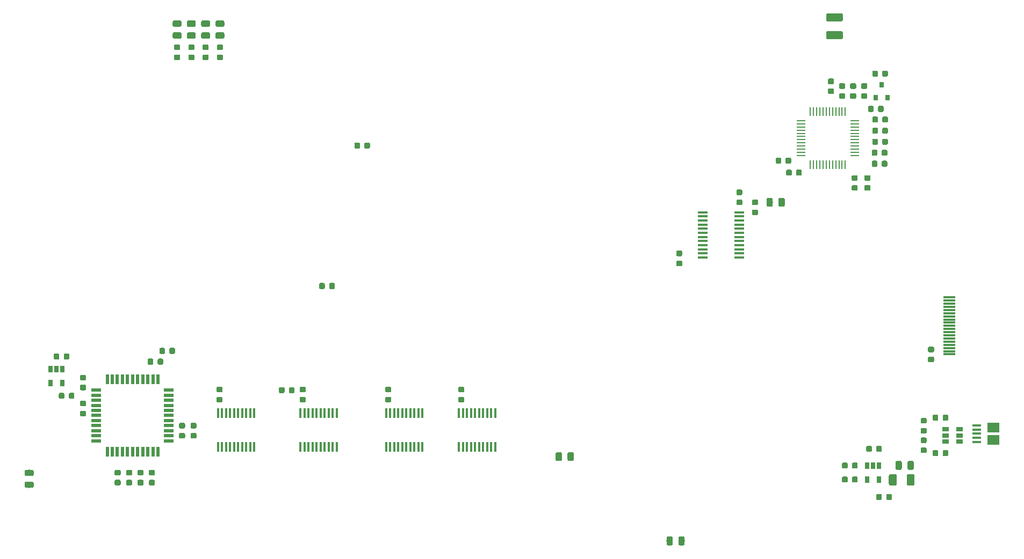
<source format=gbr>
G04 #@! TF.GenerationSoftware,KiCad,Pcbnew,5.0.2+dfsg1-1~bpo9+1*
G04 #@! TF.CreationDate,2021-12-20T11:51:13+01:00*
G04 #@! TF.ProjectId,nubus-to-ztex,6e756275-732d-4746-9f2d-7a7465782e6b,rev?*
G04 #@! TF.SameCoordinates,Original*
G04 #@! TF.FileFunction,Paste,Top*
G04 #@! TF.FilePolarity,Positive*
%FSLAX46Y46*%
G04 Gerber Fmt 4.6, Leading zero omitted, Abs format (unit mm)*
G04 Created by KiCad (PCBNEW 5.0.2+dfsg1-1~bpo9+1) date Mon Dec 20 11:51:13 2021*
%MOMM*%
%LPD*%
G01*
G04 APERTURE LIST*
%ADD10C,0.100000*%
%ADD11C,0.875000*%
%ADD12C,0.975000*%
%ADD13R,1.900000X1.500000*%
%ADD14R,1.350000X0.400000*%
%ADD15R,0.800000X0.900000*%
%ADD16R,1.473200X0.279400*%
%ADD17R,0.279400X1.473200*%
%ADD18R,1.600000X0.550000*%
%ADD19R,0.550000X1.600000*%
%ADD20R,0.410000X1.600000*%
%ADD21R,0.650000X1.060000*%
%ADD22C,1.250000*%
%ADD23R,1.060000X0.650000*%
%ADD24R,1.900000X0.300000*%
%ADD25R,1.570000X0.410000*%
G04 APERTURE END LIST*
D10*
G04 #@! TO.C,R19*
G36*
X252277691Y-38276053D02*
X252298926Y-38279203D01*
X252319750Y-38284419D01*
X252339962Y-38291651D01*
X252359368Y-38300830D01*
X252377781Y-38311866D01*
X252395024Y-38324654D01*
X252410930Y-38339070D01*
X252425346Y-38354976D01*
X252438134Y-38372219D01*
X252449170Y-38390632D01*
X252458349Y-38410038D01*
X252465581Y-38430250D01*
X252470797Y-38451074D01*
X252473947Y-38472309D01*
X252475000Y-38493750D01*
X252475000Y-38931250D01*
X252473947Y-38952691D01*
X252470797Y-38973926D01*
X252465581Y-38994750D01*
X252458349Y-39014962D01*
X252449170Y-39034368D01*
X252438134Y-39052781D01*
X252425346Y-39070024D01*
X252410930Y-39085930D01*
X252395024Y-39100346D01*
X252377781Y-39113134D01*
X252359368Y-39124170D01*
X252339962Y-39133349D01*
X252319750Y-39140581D01*
X252298926Y-39145797D01*
X252277691Y-39148947D01*
X252256250Y-39150000D01*
X251743750Y-39150000D01*
X251722309Y-39148947D01*
X251701074Y-39145797D01*
X251680250Y-39140581D01*
X251660038Y-39133349D01*
X251640632Y-39124170D01*
X251622219Y-39113134D01*
X251604976Y-39100346D01*
X251589070Y-39085930D01*
X251574654Y-39070024D01*
X251561866Y-39052781D01*
X251550830Y-39034368D01*
X251541651Y-39014962D01*
X251534419Y-38994750D01*
X251529203Y-38973926D01*
X251526053Y-38952691D01*
X251525000Y-38931250D01*
X251525000Y-38493750D01*
X251526053Y-38472309D01*
X251529203Y-38451074D01*
X251534419Y-38430250D01*
X251541651Y-38410038D01*
X251550830Y-38390632D01*
X251561866Y-38372219D01*
X251574654Y-38354976D01*
X251589070Y-38339070D01*
X251604976Y-38324654D01*
X251622219Y-38311866D01*
X251640632Y-38300830D01*
X251660038Y-38291651D01*
X251680250Y-38284419D01*
X251701074Y-38279203D01*
X251722309Y-38276053D01*
X251743750Y-38275000D01*
X252256250Y-38275000D01*
X252277691Y-38276053D01*
X252277691Y-38276053D01*
G37*
D11*
X252000000Y-38712500D03*
D10*
G36*
X252277691Y-39851053D02*
X252298926Y-39854203D01*
X252319750Y-39859419D01*
X252339962Y-39866651D01*
X252359368Y-39875830D01*
X252377781Y-39886866D01*
X252395024Y-39899654D01*
X252410930Y-39914070D01*
X252425346Y-39929976D01*
X252438134Y-39947219D01*
X252449170Y-39965632D01*
X252458349Y-39985038D01*
X252465581Y-40005250D01*
X252470797Y-40026074D01*
X252473947Y-40047309D01*
X252475000Y-40068750D01*
X252475000Y-40506250D01*
X252473947Y-40527691D01*
X252470797Y-40548926D01*
X252465581Y-40569750D01*
X252458349Y-40589962D01*
X252449170Y-40609368D01*
X252438134Y-40627781D01*
X252425346Y-40645024D01*
X252410930Y-40660930D01*
X252395024Y-40675346D01*
X252377781Y-40688134D01*
X252359368Y-40699170D01*
X252339962Y-40708349D01*
X252319750Y-40715581D01*
X252298926Y-40720797D01*
X252277691Y-40723947D01*
X252256250Y-40725000D01*
X251743750Y-40725000D01*
X251722309Y-40723947D01*
X251701074Y-40720797D01*
X251680250Y-40715581D01*
X251660038Y-40708349D01*
X251640632Y-40699170D01*
X251622219Y-40688134D01*
X251604976Y-40675346D01*
X251589070Y-40660930D01*
X251574654Y-40645024D01*
X251561866Y-40627781D01*
X251550830Y-40609368D01*
X251541651Y-40589962D01*
X251534419Y-40569750D01*
X251529203Y-40548926D01*
X251526053Y-40527691D01*
X251525000Y-40506250D01*
X251525000Y-40068750D01*
X251526053Y-40047309D01*
X251529203Y-40026074D01*
X251534419Y-40005250D01*
X251541651Y-39985038D01*
X251550830Y-39965632D01*
X251561866Y-39947219D01*
X251574654Y-39929976D01*
X251589070Y-39914070D01*
X251604976Y-39899654D01*
X251622219Y-39886866D01*
X251640632Y-39875830D01*
X251660038Y-39866651D01*
X251680250Y-39859419D01*
X251701074Y-39854203D01*
X251722309Y-39851053D01*
X251743750Y-39850000D01*
X252256250Y-39850000D01*
X252277691Y-39851053D01*
X252277691Y-39851053D01*
G37*
D11*
X252000000Y-40287500D03*
G04 #@! TD*
D10*
G04 #@! TO.C,C33*
G36*
X120380142Y-84776174D02*
X120403803Y-84779684D01*
X120427007Y-84785496D01*
X120449529Y-84793554D01*
X120471153Y-84803782D01*
X120491670Y-84816079D01*
X120510883Y-84830329D01*
X120528607Y-84846393D01*
X120544671Y-84864117D01*
X120558921Y-84883330D01*
X120571218Y-84903847D01*
X120581446Y-84925471D01*
X120589504Y-84947993D01*
X120595316Y-84971197D01*
X120598826Y-84994858D01*
X120600000Y-85018750D01*
X120600000Y-85506250D01*
X120598826Y-85530142D01*
X120595316Y-85553803D01*
X120589504Y-85577007D01*
X120581446Y-85599529D01*
X120571218Y-85621153D01*
X120558921Y-85641670D01*
X120544671Y-85660883D01*
X120528607Y-85678607D01*
X120510883Y-85694671D01*
X120491670Y-85708921D01*
X120471153Y-85721218D01*
X120449529Y-85731446D01*
X120427007Y-85739504D01*
X120403803Y-85745316D01*
X120380142Y-85748826D01*
X120356250Y-85750000D01*
X119443750Y-85750000D01*
X119419858Y-85748826D01*
X119396197Y-85745316D01*
X119372993Y-85739504D01*
X119350471Y-85731446D01*
X119328847Y-85721218D01*
X119308330Y-85708921D01*
X119289117Y-85694671D01*
X119271393Y-85678607D01*
X119255329Y-85660883D01*
X119241079Y-85641670D01*
X119228782Y-85621153D01*
X119218554Y-85599529D01*
X119210496Y-85577007D01*
X119204684Y-85553803D01*
X119201174Y-85530142D01*
X119200000Y-85506250D01*
X119200000Y-85018750D01*
X119201174Y-84994858D01*
X119204684Y-84971197D01*
X119210496Y-84947993D01*
X119218554Y-84925471D01*
X119228782Y-84903847D01*
X119241079Y-84883330D01*
X119255329Y-84864117D01*
X119271393Y-84846393D01*
X119289117Y-84830329D01*
X119308330Y-84816079D01*
X119328847Y-84803782D01*
X119350471Y-84793554D01*
X119372993Y-84785496D01*
X119396197Y-84779684D01*
X119419858Y-84776174D01*
X119443750Y-84775000D01*
X120356250Y-84775000D01*
X120380142Y-84776174D01*
X120380142Y-84776174D01*
G37*
D12*
X119900000Y-85262500D03*
D10*
G36*
X120380142Y-86651174D02*
X120403803Y-86654684D01*
X120427007Y-86660496D01*
X120449529Y-86668554D01*
X120471153Y-86678782D01*
X120491670Y-86691079D01*
X120510883Y-86705329D01*
X120528607Y-86721393D01*
X120544671Y-86739117D01*
X120558921Y-86758330D01*
X120571218Y-86778847D01*
X120581446Y-86800471D01*
X120589504Y-86822993D01*
X120595316Y-86846197D01*
X120598826Y-86869858D01*
X120600000Y-86893750D01*
X120600000Y-87381250D01*
X120598826Y-87405142D01*
X120595316Y-87428803D01*
X120589504Y-87452007D01*
X120581446Y-87474529D01*
X120571218Y-87496153D01*
X120558921Y-87516670D01*
X120544671Y-87535883D01*
X120528607Y-87553607D01*
X120510883Y-87569671D01*
X120491670Y-87583921D01*
X120471153Y-87596218D01*
X120449529Y-87606446D01*
X120427007Y-87614504D01*
X120403803Y-87620316D01*
X120380142Y-87623826D01*
X120356250Y-87625000D01*
X119443750Y-87625000D01*
X119419858Y-87623826D01*
X119396197Y-87620316D01*
X119372993Y-87614504D01*
X119350471Y-87606446D01*
X119328847Y-87596218D01*
X119308330Y-87583921D01*
X119289117Y-87569671D01*
X119271393Y-87553607D01*
X119255329Y-87535883D01*
X119241079Y-87516670D01*
X119228782Y-87496153D01*
X119218554Y-87474529D01*
X119210496Y-87452007D01*
X119204684Y-87428803D01*
X119201174Y-87405142D01*
X119200000Y-87381250D01*
X119200000Y-86893750D01*
X119201174Y-86869858D01*
X119204684Y-86846197D01*
X119210496Y-86822993D01*
X119218554Y-86800471D01*
X119228782Y-86778847D01*
X119241079Y-86758330D01*
X119255329Y-86739117D01*
X119271393Y-86721393D01*
X119289117Y-86705329D01*
X119308330Y-86691079D01*
X119328847Y-86678782D01*
X119350471Y-86668554D01*
X119372993Y-86660496D01*
X119396197Y-86654684D01*
X119419858Y-86651174D01*
X119443750Y-86650000D01*
X120356250Y-86650000D01*
X120380142Y-86651174D01*
X120380142Y-86651174D01*
G37*
D12*
X119900000Y-87137500D03*
G04 #@! TD*
D13*
G04 #@! TO.C,J6*
X271897500Y-78070000D03*
D14*
X269197500Y-79720000D03*
X269197500Y-80370000D03*
X269197500Y-77770000D03*
X269197500Y-78420000D03*
X269197500Y-79070000D03*
D13*
X271897500Y-80070000D03*
G04 #@! TD*
D15*
G04 #@! TO.C,U2*
X253300000Y-26000000D03*
X255200000Y-26000000D03*
X254250000Y-24000000D03*
G04 #@! TD*
D10*
G04 #@! TO.C,R20*
G36*
X255027691Y-21776053D02*
X255048926Y-21779203D01*
X255069750Y-21784419D01*
X255089962Y-21791651D01*
X255109368Y-21800830D01*
X255127781Y-21811866D01*
X255145024Y-21824654D01*
X255160930Y-21839070D01*
X255175346Y-21854976D01*
X255188134Y-21872219D01*
X255199170Y-21890632D01*
X255208349Y-21910038D01*
X255215581Y-21930250D01*
X255220797Y-21951074D01*
X255223947Y-21972309D01*
X255225000Y-21993750D01*
X255225000Y-22506250D01*
X255223947Y-22527691D01*
X255220797Y-22548926D01*
X255215581Y-22569750D01*
X255208349Y-22589962D01*
X255199170Y-22609368D01*
X255188134Y-22627781D01*
X255175346Y-22645024D01*
X255160930Y-22660930D01*
X255145024Y-22675346D01*
X255127781Y-22688134D01*
X255109368Y-22699170D01*
X255089962Y-22708349D01*
X255069750Y-22715581D01*
X255048926Y-22720797D01*
X255027691Y-22723947D01*
X255006250Y-22725000D01*
X254568750Y-22725000D01*
X254547309Y-22723947D01*
X254526074Y-22720797D01*
X254505250Y-22715581D01*
X254485038Y-22708349D01*
X254465632Y-22699170D01*
X254447219Y-22688134D01*
X254429976Y-22675346D01*
X254414070Y-22660930D01*
X254399654Y-22645024D01*
X254386866Y-22627781D01*
X254375830Y-22609368D01*
X254366651Y-22589962D01*
X254359419Y-22569750D01*
X254354203Y-22548926D01*
X254351053Y-22527691D01*
X254350000Y-22506250D01*
X254350000Y-21993750D01*
X254351053Y-21972309D01*
X254354203Y-21951074D01*
X254359419Y-21930250D01*
X254366651Y-21910038D01*
X254375830Y-21890632D01*
X254386866Y-21872219D01*
X254399654Y-21854976D01*
X254414070Y-21839070D01*
X254429976Y-21824654D01*
X254447219Y-21811866D01*
X254465632Y-21800830D01*
X254485038Y-21791651D01*
X254505250Y-21784419D01*
X254526074Y-21779203D01*
X254547309Y-21776053D01*
X254568750Y-21775000D01*
X255006250Y-21775000D01*
X255027691Y-21776053D01*
X255027691Y-21776053D01*
G37*
D11*
X254787500Y-22250000D03*
D10*
G36*
X253452691Y-21776053D02*
X253473926Y-21779203D01*
X253494750Y-21784419D01*
X253514962Y-21791651D01*
X253534368Y-21800830D01*
X253552781Y-21811866D01*
X253570024Y-21824654D01*
X253585930Y-21839070D01*
X253600346Y-21854976D01*
X253613134Y-21872219D01*
X253624170Y-21890632D01*
X253633349Y-21910038D01*
X253640581Y-21930250D01*
X253645797Y-21951074D01*
X253648947Y-21972309D01*
X253650000Y-21993750D01*
X253650000Y-22506250D01*
X253648947Y-22527691D01*
X253645797Y-22548926D01*
X253640581Y-22569750D01*
X253633349Y-22589962D01*
X253624170Y-22609368D01*
X253613134Y-22627781D01*
X253600346Y-22645024D01*
X253585930Y-22660930D01*
X253570024Y-22675346D01*
X253552781Y-22688134D01*
X253534368Y-22699170D01*
X253514962Y-22708349D01*
X253494750Y-22715581D01*
X253473926Y-22720797D01*
X253452691Y-22723947D01*
X253431250Y-22725000D01*
X252993750Y-22725000D01*
X252972309Y-22723947D01*
X252951074Y-22720797D01*
X252930250Y-22715581D01*
X252910038Y-22708349D01*
X252890632Y-22699170D01*
X252872219Y-22688134D01*
X252854976Y-22675346D01*
X252839070Y-22660930D01*
X252824654Y-22645024D01*
X252811866Y-22627781D01*
X252800830Y-22609368D01*
X252791651Y-22589962D01*
X252784419Y-22569750D01*
X252779203Y-22548926D01*
X252776053Y-22527691D01*
X252775000Y-22506250D01*
X252775000Y-21993750D01*
X252776053Y-21972309D01*
X252779203Y-21951074D01*
X252784419Y-21930250D01*
X252791651Y-21910038D01*
X252800830Y-21890632D01*
X252811866Y-21872219D01*
X252824654Y-21854976D01*
X252839070Y-21839070D01*
X252854976Y-21824654D01*
X252872219Y-21811866D01*
X252890632Y-21800830D01*
X252910038Y-21791651D01*
X252930250Y-21784419D01*
X252951074Y-21779203D01*
X252972309Y-21776053D01*
X252993750Y-21775000D01*
X253431250Y-21775000D01*
X253452691Y-21776053D01*
X253452691Y-21776053D01*
G37*
D11*
X253212500Y-22250000D03*
G04 #@! TD*
D16*
G04 #@! TO.C,U4*
X241553600Y-29670000D03*
X241553600Y-30169999D03*
X241553600Y-30670001D03*
X241553600Y-31170000D03*
X241553600Y-31669999D03*
X241553600Y-32170000D03*
X241553600Y-32670000D03*
X241553600Y-33170001D03*
X241553600Y-33670000D03*
X241553600Y-34169999D03*
X241553600Y-34670001D03*
X241553600Y-35170000D03*
D17*
X243020000Y-36636400D03*
X243519999Y-36636400D03*
X244020001Y-36636400D03*
X244520000Y-36636400D03*
X245019999Y-36636400D03*
X245520000Y-36636400D03*
X246020000Y-36636400D03*
X246520001Y-36636400D03*
X247020000Y-36636400D03*
X247519999Y-36636400D03*
X248020001Y-36636400D03*
X248520000Y-36636400D03*
D16*
X249986400Y-35170000D03*
X249986400Y-34670001D03*
X249986400Y-34169999D03*
X249986400Y-33670000D03*
X249986400Y-33170001D03*
X249986400Y-32670000D03*
X249986400Y-32170000D03*
X249986400Y-31669999D03*
X249986400Y-31170000D03*
X249986400Y-30670001D03*
X249986400Y-30169999D03*
X249986400Y-29670000D03*
D17*
X248520000Y-28203600D03*
X248020001Y-28203600D03*
X247519999Y-28203600D03*
X247020000Y-28203600D03*
X246520001Y-28203600D03*
X246020000Y-28203600D03*
X245520000Y-28203600D03*
X245019999Y-28203600D03*
X244520000Y-28203600D03*
X244020001Y-28203600D03*
X243519999Y-28203600D03*
X243020000Y-28203600D03*
G04 #@! TD*
D10*
G04 #@! TO.C,R18*
G36*
X250277691Y-39851053D02*
X250298926Y-39854203D01*
X250319750Y-39859419D01*
X250339962Y-39866651D01*
X250359368Y-39875830D01*
X250377781Y-39886866D01*
X250395024Y-39899654D01*
X250410930Y-39914070D01*
X250425346Y-39929976D01*
X250438134Y-39947219D01*
X250449170Y-39965632D01*
X250458349Y-39985038D01*
X250465581Y-40005250D01*
X250470797Y-40026074D01*
X250473947Y-40047309D01*
X250475000Y-40068750D01*
X250475000Y-40506250D01*
X250473947Y-40527691D01*
X250470797Y-40548926D01*
X250465581Y-40569750D01*
X250458349Y-40589962D01*
X250449170Y-40609368D01*
X250438134Y-40627781D01*
X250425346Y-40645024D01*
X250410930Y-40660930D01*
X250395024Y-40675346D01*
X250377781Y-40688134D01*
X250359368Y-40699170D01*
X250339962Y-40708349D01*
X250319750Y-40715581D01*
X250298926Y-40720797D01*
X250277691Y-40723947D01*
X250256250Y-40725000D01*
X249743750Y-40725000D01*
X249722309Y-40723947D01*
X249701074Y-40720797D01*
X249680250Y-40715581D01*
X249660038Y-40708349D01*
X249640632Y-40699170D01*
X249622219Y-40688134D01*
X249604976Y-40675346D01*
X249589070Y-40660930D01*
X249574654Y-40645024D01*
X249561866Y-40627781D01*
X249550830Y-40609368D01*
X249541651Y-40589962D01*
X249534419Y-40569750D01*
X249529203Y-40548926D01*
X249526053Y-40527691D01*
X249525000Y-40506250D01*
X249525000Y-40068750D01*
X249526053Y-40047309D01*
X249529203Y-40026074D01*
X249534419Y-40005250D01*
X249541651Y-39985038D01*
X249550830Y-39965632D01*
X249561866Y-39947219D01*
X249574654Y-39929976D01*
X249589070Y-39914070D01*
X249604976Y-39899654D01*
X249622219Y-39886866D01*
X249640632Y-39875830D01*
X249660038Y-39866651D01*
X249680250Y-39859419D01*
X249701074Y-39854203D01*
X249722309Y-39851053D01*
X249743750Y-39850000D01*
X250256250Y-39850000D01*
X250277691Y-39851053D01*
X250277691Y-39851053D01*
G37*
D11*
X250000000Y-40287500D03*
D10*
G36*
X250277691Y-38276053D02*
X250298926Y-38279203D01*
X250319750Y-38284419D01*
X250339962Y-38291651D01*
X250359368Y-38300830D01*
X250377781Y-38311866D01*
X250395024Y-38324654D01*
X250410930Y-38339070D01*
X250425346Y-38354976D01*
X250438134Y-38372219D01*
X250449170Y-38390632D01*
X250458349Y-38410038D01*
X250465581Y-38430250D01*
X250470797Y-38451074D01*
X250473947Y-38472309D01*
X250475000Y-38493750D01*
X250475000Y-38931250D01*
X250473947Y-38952691D01*
X250470797Y-38973926D01*
X250465581Y-38994750D01*
X250458349Y-39014962D01*
X250449170Y-39034368D01*
X250438134Y-39052781D01*
X250425346Y-39070024D01*
X250410930Y-39085930D01*
X250395024Y-39100346D01*
X250377781Y-39113134D01*
X250359368Y-39124170D01*
X250339962Y-39133349D01*
X250319750Y-39140581D01*
X250298926Y-39145797D01*
X250277691Y-39148947D01*
X250256250Y-39150000D01*
X249743750Y-39150000D01*
X249722309Y-39148947D01*
X249701074Y-39145797D01*
X249680250Y-39140581D01*
X249660038Y-39133349D01*
X249640632Y-39124170D01*
X249622219Y-39113134D01*
X249604976Y-39100346D01*
X249589070Y-39085930D01*
X249574654Y-39070024D01*
X249561866Y-39052781D01*
X249550830Y-39034368D01*
X249541651Y-39014962D01*
X249534419Y-38994750D01*
X249529203Y-38973926D01*
X249526053Y-38952691D01*
X249525000Y-38931250D01*
X249525000Y-38493750D01*
X249526053Y-38472309D01*
X249529203Y-38451074D01*
X249534419Y-38430250D01*
X249541651Y-38410038D01*
X249550830Y-38390632D01*
X249561866Y-38372219D01*
X249574654Y-38354976D01*
X249589070Y-38339070D01*
X249604976Y-38324654D01*
X249622219Y-38311866D01*
X249640632Y-38300830D01*
X249660038Y-38291651D01*
X249680250Y-38284419D01*
X249701074Y-38279203D01*
X249722309Y-38276053D01*
X249743750Y-38275000D01*
X250256250Y-38275000D01*
X250277691Y-38276053D01*
X250277691Y-38276053D01*
G37*
D11*
X250000000Y-38712500D03*
G04 #@! TD*
D10*
G04 #@! TO.C,R1*
G36*
X251777691Y-23776053D02*
X251798926Y-23779203D01*
X251819750Y-23784419D01*
X251839962Y-23791651D01*
X251859368Y-23800830D01*
X251877781Y-23811866D01*
X251895024Y-23824654D01*
X251910930Y-23839070D01*
X251925346Y-23854976D01*
X251938134Y-23872219D01*
X251949170Y-23890632D01*
X251958349Y-23910038D01*
X251965581Y-23930250D01*
X251970797Y-23951074D01*
X251973947Y-23972309D01*
X251975000Y-23993750D01*
X251975000Y-24431250D01*
X251973947Y-24452691D01*
X251970797Y-24473926D01*
X251965581Y-24494750D01*
X251958349Y-24514962D01*
X251949170Y-24534368D01*
X251938134Y-24552781D01*
X251925346Y-24570024D01*
X251910930Y-24585930D01*
X251895024Y-24600346D01*
X251877781Y-24613134D01*
X251859368Y-24624170D01*
X251839962Y-24633349D01*
X251819750Y-24640581D01*
X251798926Y-24645797D01*
X251777691Y-24648947D01*
X251756250Y-24650000D01*
X251243750Y-24650000D01*
X251222309Y-24648947D01*
X251201074Y-24645797D01*
X251180250Y-24640581D01*
X251160038Y-24633349D01*
X251140632Y-24624170D01*
X251122219Y-24613134D01*
X251104976Y-24600346D01*
X251089070Y-24585930D01*
X251074654Y-24570024D01*
X251061866Y-24552781D01*
X251050830Y-24534368D01*
X251041651Y-24514962D01*
X251034419Y-24494750D01*
X251029203Y-24473926D01*
X251026053Y-24452691D01*
X251025000Y-24431250D01*
X251025000Y-23993750D01*
X251026053Y-23972309D01*
X251029203Y-23951074D01*
X251034419Y-23930250D01*
X251041651Y-23910038D01*
X251050830Y-23890632D01*
X251061866Y-23872219D01*
X251074654Y-23854976D01*
X251089070Y-23839070D01*
X251104976Y-23824654D01*
X251122219Y-23811866D01*
X251140632Y-23800830D01*
X251160038Y-23791651D01*
X251180250Y-23784419D01*
X251201074Y-23779203D01*
X251222309Y-23776053D01*
X251243750Y-23775000D01*
X251756250Y-23775000D01*
X251777691Y-23776053D01*
X251777691Y-23776053D01*
G37*
D11*
X251500000Y-24212500D03*
D10*
G36*
X251777691Y-25351053D02*
X251798926Y-25354203D01*
X251819750Y-25359419D01*
X251839962Y-25366651D01*
X251859368Y-25375830D01*
X251877781Y-25386866D01*
X251895024Y-25399654D01*
X251910930Y-25414070D01*
X251925346Y-25429976D01*
X251938134Y-25447219D01*
X251949170Y-25465632D01*
X251958349Y-25485038D01*
X251965581Y-25505250D01*
X251970797Y-25526074D01*
X251973947Y-25547309D01*
X251975000Y-25568750D01*
X251975000Y-26006250D01*
X251973947Y-26027691D01*
X251970797Y-26048926D01*
X251965581Y-26069750D01*
X251958349Y-26089962D01*
X251949170Y-26109368D01*
X251938134Y-26127781D01*
X251925346Y-26145024D01*
X251910930Y-26160930D01*
X251895024Y-26175346D01*
X251877781Y-26188134D01*
X251859368Y-26199170D01*
X251839962Y-26208349D01*
X251819750Y-26215581D01*
X251798926Y-26220797D01*
X251777691Y-26223947D01*
X251756250Y-26225000D01*
X251243750Y-26225000D01*
X251222309Y-26223947D01*
X251201074Y-26220797D01*
X251180250Y-26215581D01*
X251160038Y-26208349D01*
X251140632Y-26199170D01*
X251122219Y-26188134D01*
X251104976Y-26175346D01*
X251089070Y-26160930D01*
X251074654Y-26145024D01*
X251061866Y-26127781D01*
X251050830Y-26109368D01*
X251041651Y-26089962D01*
X251034419Y-26069750D01*
X251029203Y-26048926D01*
X251026053Y-26027691D01*
X251025000Y-26006250D01*
X251025000Y-25568750D01*
X251026053Y-25547309D01*
X251029203Y-25526074D01*
X251034419Y-25505250D01*
X251041651Y-25485038D01*
X251050830Y-25465632D01*
X251061866Y-25447219D01*
X251074654Y-25429976D01*
X251089070Y-25414070D01*
X251104976Y-25399654D01*
X251122219Y-25386866D01*
X251140632Y-25375830D01*
X251160038Y-25366651D01*
X251180250Y-25359419D01*
X251201074Y-25354203D01*
X251222309Y-25351053D01*
X251243750Y-25350000D01*
X251756250Y-25350000D01*
X251777691Y-25351053D01*
X251777691Y-25351053D01*
G37*
D11*
X251500000Y-25787500D03*
G04 #@! TD*
D10*
G04 #@! TO.C,C32*
G36*
X246527691Y-24601053D02*
X246548926Y-24604203D01*
X246569750Y-24609419D01*
X246589962Y-24616651D01*
X246609368Y-24625830D01*
X246627781Y-24636866D01*
X246645024Y-24649654D01*
X246660930Y-24664070D01*
X246675346Y-24679976D01*
X246688134Y-24697219D01*
X246699170Y-24715632D01*
X246708349Y-24735038D01*
X246715581Y-24755250D01*
X246720797Y-24776074D01*
X246723947Y-24797309D01*
X246725000Y-24818750D01*
X246725000Y-25256250D01*
X246723947Y-25277691D01*
X246720797Y-25298926D01*
X246715581Y-25319750D01*
X246708349Y-25339962D01*
X246699170Y-25359368D01*
X246688134Y-25377781D01*
X246675346Y-25395024D01*
X246660930Y-25410930D01*
X246645024Y-25425346D01*
X246627781Y-25438134D01*
X246609368Y-25449170D01*
X246589962Y-25458349D01*
X246569750Y-25465581D01*
X246548926Y-25470797D01*
X246527691Y-25473947D01*
X246506250Y-25475000D01*
X245993750Y-25475000D01*
X245972309Y-25473947D01*
X245951074Y-25470797D01*
X245930250Y-25465581D01*
X245910038Y-25458349D01*
X245890632Y-25449170D01*
X245872219Y-25438134D01*
X245854976Y-25425346D01*
X245839070Y-25410930D01*
X245824654Y-25395024D01*
X245811866Y-25377781D01*
X245800830Y-25359368D01*
X245791651Y-25339962D01*
X245784419Y-25319750D01*
X245779203Y-25298926D01*
X245776053Y-25277691D01*
X245775000Y-25256250D01*
X245775000Y-24818750D01*
X245776053Y-24797309D01*
X245779203Y-24776074D01*
X245784419Y-24755250D01*
X245791651Y-24735038D01*
X245800830Y-24715632D01*
X245811866Y-24697219D01*
X245824654Y-24679976D01*
X245839070Y-24664070D01*
X245854976Y-24649654D01*
X245872219Y-24636866D01*
X245890632Y-24625830D01*
X245910038Y-24616651D01*
X245930250Y-24609419D01*
X245951074Y-24604203D01*
X245972309Y-24601053D01*
X245993750Y-24600000D01*
X246506250Y-24600000D01*
X246527691Y-24601053D01*
X246527691Y-24601053D01*
G37*
D11*
X246250000Y-25037500D03*
D10*
G36*
X246527691Y-23026053D02*
X246548926Y-23029203D01*
X246569750Y-23034419D01*
X246589962Y-23041651D01*
X246609368Y-23050830D01*
X246627781Y-23061866D01*
X246645024Y-23074654D01*
X246660930Y-23089070D01*
X246675346Y-23104976D01*
X246688134Y-23122219D01*
X246699170Y-23140632D01*
X246708349Y-23160038D01*
X246715581Y-23180250D01*
X246720797Y-23201074D01*
X246723947Y-23222309D01*
X246725000Y-23243750D01*
X246725000Y-23681250D01*
X246723947Y-23702691D01*
X246720797Y-23723926D01*
X246715581Y-23744750D01*
X246708349Y-23764962D01*
X246699170Y-23784368D01*
X246688134Y-23802781D01*
X246675346Y-23820024D01*
X246660930Y-23835930D01*
X246645024Y-23850346D01*
X246627781Y-23863134D01*
X246609368Y-23874170D01*
X246589962Y-23883349D01*
X246569750Y-23890581D01*
X246548926Y-23895797D01*
X246527691Y-23898947D01*
X246506250Y-23900000D01*
X245993750Y-23900000D01*
X245972309Y-23898947D01*
X245951074Y-23895797D01*
X245930250Y-23890581D01*
X245910038Y-23883349D01*
X245890632Y-23874170D01*
X245872219Y-23863134D01*
X245854976Y-23850346D01*
X245839070Y-23835930D01*
X245824654Y-23820024D01*
X245811866Y-23802781D01*
X245800830Y-23784368D01*
X245791651Y-23764962D01*
X245784419Y-23744750D01*
X245779203Y-23723926D01*
X245776053Y-23702691D01*
X245775000Y-23681250D01*
X245775000Y-23243750D01*
X245776053Y-23222309D01*
X245779203Y-23201074D01*
X245784419Y-23180250D01*
X245791651Y-23160038D01*
X245800830Y-23140632D01*
X245811866Y-23122219D01*
X245824654Y-23104976D01*
X245839070Y-23089070D01*
X245854976Y-23074654D01*
X245872219Y-23061866D01*
X245890632Y-23050830D01*
X245910038Y-23041651D01*
X245930250Y-23034419D01*
X245951074Y-23029203D01*
X245972309Y-23026053D01*
X245993750Y-23025000D01*
X246506250Y-23025000D01*
X246527691Y-23026053D01*
X246527691Y-23026053D01*
G37*
D11*
X246250000Y-23462500D03*
G04 #@! TD*
D18*
G04 #@! TO.C,U8*
X130500000Y-80200000D03*
X130500000Y-79400000D03*
X130500000Y-78600000D03*
X130500000Y-77800000D03*
X130500000Y-77000000D03*
X130500000Y-76200000D03*
X130500000Y-75400000D03*
X130500000Y-74600000D03*
X130500000Y-73800000D03*
X130500000Y-73000000D03*
X130500000Y-72200000D03*
D19*
X132200000Y-70500000D03*
X133000000Y-70500000D03*
X133800000Y-70500000D03*
X134600000Y-70500000D03*
X135400000Y-70500000D03*
X136200000Y-70500000D03*
X137000000Y-70500000D03*
X137800000Y-70500000D03*
X138600000Y-70500000D03*
X139400000Y-70500000D03*
X140200000Y-70500000D03*
D18*
X141900000Y-72200000D03*
X141900000Y-73000000D03*
X141900000Y-73800000D03*
X141900000Y-74600000D03*
X141900000Y-75400000D03*
X141900000Y-76200000D03*
X141900000Y-77000000D03*
X141900000Y-77800000D03*
X141900000Y-78600000D03*
X141900000Y-79400000D03*
X141900000Y-80200000D03*
D19*
X140200000Y-81900000D03*
X139400000Y-81900000D03*
X138600000Y-81900000D03*
X137800000Y-81900000D03*
X137000000Y-81900000D03*
X136200000Y-81900000D03*
X135400000Y-81900000D03*
X134600000Y-81900000D03*
X133800000Y-81900000D03*
X133000000Y-81900000D03*
X132200000Y-81900000D03*
G04 #@! TD*
D20*
G04 #@! TO.C,U11*
X176142500Y-75845700D03*
X176777500Y-75845700D03*
X177412500Y-75845700D03*
X180587500Y-75845700D03*
X181222500Y-75845700D03*
X181857500Y-75845700D03*
X181857500Y-81154300D03*
X181222500Y-81154300D03*
X180587500Y-81154300D03*
X177412500Y-81154300D03*
X176777500Y-81154300D03*
X176142500Y-81154300D03*
X178047500Y-81154300D03*
X178682500Y-81154300D03*
X178682500Y-75845700D03*
X178047500Y-75845700D03*
X179317500Y-81154300D03*
X179952500Y-81154300D03*
X179317500Y-75845700D03*
X179952500Y-75845700D03*
G04 #@! TD*
G04 #@! TO.C,U10*
X166452500Y-75845700D03*
X165817500Y-75845700D03*
X166452500Y-81154300D03*
X165817500Y-81154300D03*
X164547500Y-75845700D03*
X165182500Y-75845700D03*
X165182500Y-81154300D03*
X164547500Y-81154300D03*
X162642500Y-81154300D03*
X163277500Y-81154300D03*
X163912500Y-81154300D03*
X167087500Y-81154300D03*
X167722500Y-81154300D03*
X168357500Y-81154300D03*
X168357500Y-75845700D03*
X167722500Y-75845700D03*
X167087500Y-75845700D03*
X163912500Y-75845700D03*
X163277500Y-75845700D03*
X162642500Y-75845700D03*
G04 #@! TD*
G04 #@! TO.C,U9*
X149642500Y-75845700D03*
X150277500Y-75845700D03*
X150912500Y-75845700D03*
X154087500Y-75845700D03*
X154722500Y-75845700D03*
X155357500Y-75845700D03*
X155357500Y-81154300D03*
X154722500Y-81154300D03*
X154087500Y-81154300D03*
X150912500Y-81154300D03*
X150277500Y-81154300D03*
X149642500Y-81154300D03*
X151547500Y-81154300D03*
X152182500Y-81154300D03*
X152182500Y-75845700D03*
X151547500Y-75845700D03*
X152817500Y-81154300D03*
X153452500Y-81154300D03*
X152817500Y-75845700D03*
X153452500Y-75845700D03*
G04 #@! TD*
G04 #@! TO.C,U12*
X191452500Y-75845700D03*
X190817500Y-75845700D03*
X191452500Y-81154300D03*
X190817500Y-81154300D03*
X189547500Y-75845700D03*
X190182500Y-75845700D03*
X190182500Y-81154300D03*
X189547500Y-81154300D03*
X187642500Y-81154300D03*
X188277500Y-81154300D03*
X188912500Y-81154300D03*
X192087500Y-81154300D03*
X192722500Y-81154300D03*
X193357500Y-81154300D03*
X193357500Y-75845700D03*
X192722500Y-75845700D03*
X192087500Y-75845700D03*
X188912500Y-75845700D03*
X188277500Y-75845700D03*
X187642500Y-75845700D03*
G04 #@! TD*
D21*
G04 #@! TO.C,U1*
X125150000Y-68900000D03*
X124200000Y-68900000D03*
X123250000Y-68900000D03*
X123250000Y-71100000D03*
X125150000Y-71100000D03*
G04 #@! TD*
D10*
G04 #@! TO.C,C31*
G36*
X203630142Y-82001174D02*
X203653803Y-82004684D01*
X203677007Y-82010496D01*
X203699529Y-82018554D01*
X203721153Y-82028782D01*
X203741670Y-82041079D01*
X203760883Y-82055329D01*
X203778607Y-82071393D01*
X203794671Y-82089117D01*
X203808921Y-82108330D01*
X203821218Y-82128847D01*
X203831446Y-82150471D01*
X203839504Y-82172993D01*
X203845316Y-82196197D01*
X203848826Y-82219858D01*
X203850000Y-82243750D01*
X203850000Y-83156250D01*
X203848826Y-83180142D01*
X203845316Y-83203803D01*
X203839504Y-83227007D01*
X203831446Y-83249529D01*
X203821218Y-83271153D01*
X203808921Y-83291670D01*
X203794671Y-83310883D01*
X203778607Y-83328607D01*
X203760883Y-83344671D01*
X203741670Y-83358921D01*
X203721153Y-83371218D01*
X203699529Y-83381446D01*
X203677007Y-83389504D01*
X203653803Y-83395316D01*
X203630142Y-83398826D01*
X203606250Y-83400000D01*
X203118750Y-83400000D01*
X203094858Y-83398826D01*
X203071197Y-83395316D01*
X203047993Y-83389504D01*
X203025471Y-83381446D01*
X203003847Y-83371218D01*
X202983330Y-83358921D01*
X202964117Y-83344671D01*
X202946393Y-83328607D01*
X202930329Y-83310883D01*
X202916079Y-83291670D01*
X202903782Y-83271153D01*
X202893554Y-83249529D01*
X202885496Y-83227007D01*
X202879684Y-83203803D01*
X202876174Y-83180142D01*
X202875000Y-83156250D01*
X202875000Y-82243750D01*
X202876174Y-82219858D01*
X202879684Y-82196197D01*
X202885496Y-82172993D01*
X202893554Y-82150471D01*
X202903782Y-82128847D01*
X202916079Y-82108330D01*
X202930329Y-82089117D01*
X202946393Y-82071393D01*
X202964117Y-82055329D01*
X202983330Y-82041079D01*
X203003847Y-82028782D01*
X203025471Y-82018554D01*
X203047993Y-82010496D01*
X203071197Y-82004684D01*
X203094858Y-82001174D01*
X203118750Y-82000000D01*
X203606250Y-82000000D01*
X203630142Y-82001174D01*
X203630142Y-82001174D01*
G37*
D12*
X203362500Y-82700000D03*
D10*
G36*
X205505142Y-82001174D02*
X205528803Y-82004684D01*
X205552007Y-82010496D01*
X205574529Y-82018554D01*
X205596153Y-82028782D01*
X205616670Y-82041079D01*
X205635883Y-82055329D01*
X205653607Y-82071393D01*
X205669671Y-82089117D01*
X205683921Y-82108330D01*
X205696218Y-82128847D01*
X205706446Y-82150471D01*
X205714504Y-82172993D01*
X205720316Y-82196197D01*
X205723826Y-82219858D01*
X205725000Y-82243750D01*
X205725000Y-83156250D01*
X205723826Y-83180142D01*
X205720316Y-83203803D01*
X205714504Y-83227007D01*
X205706446Y-83249529D01*
X205696218Y-83271153D01*
X205683921Y-83291670D01*
X205669671Y-83310883D01*
X205653607Y-83328607D01*
X205635883Y-83344671D01*
X205616670Y-83358921D01*
X205596153Y-83371218D01*
X205574529Y-83381446D01*
X205552007Y-83389504D01*
X205528803Y-83395316D01*
X205505142Y-83398826D01*
X205481250Y-83400000D01*
X204993750Y-83400000D01*
X204969858Y-83398826D01*
X204946197Y-83395316D01*
X204922993Y-83389504D01*
X204900471Y-83381446D01*
X204878847Y-83371218D01*
X204858330Y-83358921D01*
X204839117Y-83344671D01*
X204821393Y-83328607D01*
X204805329Y-83310883D01*
X204791079Y-83291670D01*
X204778782Y-83271153D01*
X204768554Y-83249529D01*
X204760496Y-83227007D01*
X204754684Y-83203803D01*
X204751174Y-83180142D01*
X204750000Y-83156250D01*
X204750000Y-82243750D01*
X204751174Y-82219858D01*
X204754684Y-82196197D01*
X204760496Y-82172993D01*
X204768554Y-82150471D01*
X204778782Y-82128847D01*
X204791079Y-82108330D01*
X204805329Y-82089117D01*
X204821393Y-82071393D01*
X204839117Y-82055329D01*
X204858330Y-82041079D01*
X204878847Y-82028782D01*
X204900471Y-82018554D01*
X204922993Y-82010496D01*
X204946197Y-82004684D01*
X204969858Y-82001174D01*
X204993750Y-82000000D01*
X205481250Y-82000000D01*
X205505142Y-82001174D01*
X205505142Y-82001174D01*
G37*
D12*
X205237500Y-82700000D03*
G04 #@! TD*
D10*
G04 #@! TO.C,C24*
G36*
X163277691Y-71676053D02*
X163298926Y-71679203D01*
X163319750Y-71684419D01*
X163339962Y-71691651D01*
X163359368Y-71700830D01*
X163377781Y-71711866D01*
X163395024Y-71724654D01*
X163410930Y-71739070D01*
X163425346Y-71754976D01*
X163438134Y-71772219D01*
X163449170Y-71790632D01*
X163458349Y-71810038D01*
X163465581Y-71830250D01*
X163470797Y-71851074D01*
X163473947Y-71872309D01*
X163475000Y-71893750D01*
X163475000Y-72331250D01*
X163473947Y-72352691D01*
X163470797Y-72373926D01*
X163465581Y-72394750D01*
X163458349Y-72414962D01*
X163449170Y-72434368D01*
X163438134Y-72452781D01*
X163425346Y-72470024D01*
X163410930Y-72485930D01*
X163395024Y-72500346D01*
X163377781Y-72513134D01*
X163359368Y-72524170D01*
X163339962Y-72533349D01*
X163319750Y-72540581D01*
X163298926Y-72545797D01*
X163277691Y-72548947D01*
X163256250Y-72550000D01*
X162743750Y-72550000D01*
X162722309Y-72548947D01*
X162701074Y-72545797D01*
X162680250Y-72540581D01*
X162660038Y-72533349D01*
X162640632Y-72524170D01*
X162622219Y-72513134D01*
X162604976Y-72500346D01*
X162589070Y-72485930D01*
X162574654Y-72470024D01*
X162561866Y-72452781D01*
X162550830Y-72434368D01*
X162541651Y-72414962D01*
X162534419Y-72394750D01*
X162529203Y-72373926D01*
X162526053Y-72352691D01*
X162525000Y-72331250D01*
X162525000Y-71893750D01*
X162526053Y-71872309D01*
X162529203Y-71851074D01*
X162534419Y-71830250D01*
X162541651Y-71810038D01*
X162550830Y-71790632D01*
X162561866Y-71772219D01*
X162574654Y-71754976D01*
X162589070Y-71739070D01*
X162604976Y-71724654D01*
X162622219Y-71711866D01*
X162640632Y-71700830D01*
X162660038Y-71691651D01*
X162680250Y-71684419D01*
X162701074Y-71679203D01*
X162722309Y-71676053D01*
X162743750Y-71675000D01*
X163256250Y-71675000D01*
X163277691Y-71676053D01*
X163277691Y-71676053D01*
G37*
D11*
X163000000Y-72112500D03*
D10*
G36*
X163277691Y-73251053D02*
X163298926Y-73254203D01*
X163319750Y-73259419D01*
X163339962Y-73266651D01*
X163359368Y-73275830D01*
X163377781Y-73286866D01*
X163395024Y-73299654D01*
X163410930Y-73314070D01*
X163425346Y-73329976D01*
X163438134Y-73347219D01*
X163449170Y-73365632D01*
X163458349Y-73385038D01*
X163465581Y-73405250D01*
X163470797Y-73426074D01*
X163473947Y-73447309D01*
X163475000Y-73468750D01*
X163475000Y-73906250D01*
X163473947Y-73927691D01*
X163470797Y-73948926D01*
X163465581Y-73969750D01*
X163458349Y-73989962D01*
X163449170Y-74009368D01*
X163438134Y-74027781D01*
X163425346Y-74045024D01*
X163410930Y-74060930D01*
X163395024Y-74075346D01*
X163377781Y-74088134D01*
X163359368Y-74099170D01*
X163339962Y-74108349D01*
X163319750Y-74115581D01*
X163298926Y-74120797D01*
X163277691Y-74123947D01*
X163256250Y-74125000D01*
X162743750Y-74125000D01*
X162722309Y-74123947D01*
X162701074Y-74120797D01*
X162680250Y-74115581D01*
X162660038Y-74108349D01*
X162640632Y-74099170D01*
X162622219Y-74088134D01*
X162604976Y-74075346D01*
X162589070Y-74060930D01*
X162574654Y-74045024D01*
X162561866Y-74027781D01*
X162550830Y-74009368D01*
X162541651Y-73989962D01*
X162534419Y-73969750D01*
X162529203Y-73948926D01*
X162526053Y-73927691D01*
X162525000Y-73906250D01*
X162525000Y-73468750D01*
X162526053Y-73447309D01*
X162529203Y-73426074D01*
X162534419Y-73405250D01*
X162541651Y-73385038D01*
X162550830Y-73365632D01*
X162561866Y-73347219D01*
X162574654Y-73329976D01*
X162589070Y-73314070D01*
X162604976Y-73299654D01*
X162622219Y-73286866D01*
X162640632Y-73275830D01*
X162660038Y-73266651D01*
X162680250Y-73259419D01*
X162701074Y-73254203D01*
X162722309Y-73251053D01*
X162743750Y-73250000D01*
X163256250Y-73250000D01*
X163277691Y-73251053D01*
X163277691Y-73251053D01*
G37*
D11*
X163000000Y-73687500D03*
G04 #@! TD*
D10*
G04 #@! TO.C,C30*
G36*
X141102691Y-65526053D02*
X141123926Y-65529203D01*
X141144750Y-65534419D01*
X141164962Y-65541651D01*
X141184368Y-65550830D01*
X141202781Y-65561866D01*
X141220024Y-65574654D01*
X141235930Y-65589070D01*
X141250346Y-65604976D01*
X141263134Y-65622219D01*
X141274170Y-65640632D01*
X141283349Y-65660038D01*
X141290581Y-65680250D01*
X141295797Y-65701074D01*
X141298947Y-65722309D01*
X141300000Y-65743750D01*
X141300000Y-66256250D01*
X141298947Y-66277691D01*
X141295797Y-66298926D01*
X141290581Y-66319750D01*
X141283349Y-66339962D01*
X141274170Y-66359368D01*
X141263134Y-66377781D01*
X141250346Y-66395024D01*
X141235930Y-66410930D01*
X141220024Y-66425346D01*
X141202781Y-66438134D01*
X141184368Y-66449170D01*
X141164962Y-66458349D01*
X141144750Y-66465581D01*
X141123926Y-66470797D01*
X141102691Y-66473947D01*
X141081250Y-66475000D01*
X140643750Y-66475000D01*
X140622309Y-66473947D01*
X140601074Y-66470797D01*
X140580250Y-66465581D01*
X140560038Y-66458349D01*
X140540632Y-66449170D01*
X140522219Y-66438134D01*
X140504976Y-66425346D01*
X140489070Y-66410930D01*
X140474654Y-66395024D01*
X140461866Y-66377781D01*
X140450830Y-66359368D01*
X140441651Y-66339962D01*
X140434419Y-66319750D01*
X140429203Y-66298926D01*
X140426053Y-66277691D01*
X140425000Y-66256250D01*
X140425000Y-65743750D01*
X140426053Y-65722309D01*
X140429203Y-65701074D01*
X140434419Y-65680250D01*
X140441651Y-65660038D01*
X140450830Y-65640632D01*
X140461866Y-65622219D01*
X140474654Y-65604976D01*
X140489070Y-65589070D01*
X140504976Y-65574654D01*
X140522219Y-65561866D01*
X140540632Y-65550830D01*
X140560038Y-65541651D01*
X140580250Y-65534419D01*
X140601074Y-65529203D01*
X140622309Y-65526053D01*
X140643750Y-65525000D01*
X141081250Y-65525000D01*
X141102691Y-65526053D01*
X141102691Y-65526053D01*
G37*
D11*
X140862500Y-66000000D03*
D10*
G36*
X142677691Y-65526053D02*
X142698926Y-65529203D01*
X142719750Y-65534419D01*
X142739962Y-65541651D01*
X142759368Y-65550830D01*
X142777781Y-65561866D01*
X142795024Y-65574654D01*
X142810930Y-65589070D01*
X142825346Y-65604976D01*
X142838134Y-65622219D01*
X142849170Y-65640632D01*
X142858349Y-65660038D01*
X142865581Y-65680250D01*
X142870797Y-65701074D01*
X142873947Y-65722309D01*
X142875000Y-65743750D01*
X142875000Y-66256250D01*
X142873947Y-66277691D01*
X142870797Y-66298926D01*
X142865581Y-66319750D01*
X142858349Y-66339962D01*
X142849170Y-66359368D01*
X142838134Y-66377781D01*
X142825346Y-66395024D01*
X142810930Y-66410930D01*
X142795024Y-66425346D01*
X142777781Y-66438134D01*
X142759368Y-66449170D01*
X142739962Y-66458349D01*
X142719750Y-66465581D01*
X142698926Y-66470797D01*
X142677691Y-66473947D01*
X142656250Y-66475000D01*
X142218750Y-66475000D01*
X142197309Y-66473947D01*
X142176074Y-66470797D01*
X142155250Y-66465581D01*
X142135038Y-66458349D01*
X142115632Y-66449170D01*
X142097219Y-66438134D01*
X142079976Y-66425346D01*
X142064070Y-66410930D01*
X142049654Y-66395024D01*
X142036866Y-66377781D01*
X142025830Y-66359368D01*
X142016651Y-66339962D01*
X142009419Y-66319750D01*
X142004203Y-66298926D01*
X142001053Y-66277691D01*
X142000000Y-66256250D01*
X142000000Y-65743750D01*
X142001053Y-65722309D01*
X142004203Y-65701074D01*
X142009419Y-65680250D01*
X142016651Y-65660038D01*
X142025830Y-65640632D01*
X142036866Y-65622219D01*
X142049654Y-65604976D01*
X142064070Y-65589070D01*
X142079976Y-65574654D01*
X142097219Y-65561866D01*
X142115632Y-65550830D01*
X142135038Y-65541651D01*
X142155250Y-65534419D01*
X142176074Y-65529203D01*
X142197309Y-65526053D01*
X142218750Y-65525000D01*
X142656250Y-65525000D01*
X142677691Y-65526053D01*
X142677691Y-65526053D01*
G37*
D11*
X142437500Y-66000000D03*
G04 #@! TD*
D10*
G04 #@! TO.C,C29*
G36*
X253452691Y-30776053D02*
X253473926Y-30779203D01*
X253494750Y-30784419D01*
X253514962Y-30791651D01*
X253534368Y-30800830D01*
X253552781Y-30811866D01*
X253570024Y-30824654D01*
X253585930Y-30839070D01*
X253600346Y-30854976D01*
X253613134Y-30872219D01*
X253624170Y-30890632D01*
X253633349Y-30910038D01*
X253640581Y-30930250D01*
X253645797Y-30951074D01*
X253648947Y-30972309D01*
X253650000Y-30993750D01*
X253650000Y-31506250D01*
X253648947Y-31527691D01*
X253645797Y-31548926D01*
X253640581Y-31569750D01*
X253633349Y-31589962D01*
X253624170Y-31609368D01*
X253613134Y-31627781D01*
X253600346Y-31645024D01*
X253585930Y-31660930D01*
X253570024Y-31675346D01*
X253552781Y-31688134D01*
X253534368Y-31699170D01*
X253514962Y-31708349D01*
X253494750Y-31715581D01*
X253473926Y-31720797D01*
X253452691Y-31723947D01*
X253431250Y-31725000D01*
X252993750Y-31725000D01*
X252972309Y-31723947D01*
X252951074Y-31720797D01*
X252930250Y-31715581D01*
X252910038Y-31708349D01*
X252890632Y-31699170D01*
X252872219Y-31688134D01*
X252854976Y-31675346D01*
X252839070Y-31660930D01*
X252824654Y-31645024D01*
X252811866Y-31627781D01*
X252800830Y-31609368D01*
X252791651Y-31589962D01*
X252784419Y-31569750D01*
X252779203Y-31548926D01*
X252776053Y-31527691D01*
X252775000Y-31506250D01*
X252775000Y-30993750D01*
X252776053Y-30972309D01*
X252779203Y-30951074D01*
X252784419Y-30930250D01*
X252791651Y-30910038D01*
X252800830Y-30890632D01*
X252811866Y-30872219D01*
X252824654Y-30854976D01*
X252839070Y-30839070D01*
X252854976Y-30824654D01*
X252872219Y-30811866D01*
X252890632Y-30800830D01*
X252910038Y-30791651D01*
X252930250Y-30784419D01*
X252951074Y-30779203D01*
X252972309Y-30776053D01*
X252993750Y-30775000D01*
X253431250Y-30775000D01*
X253452691Y-30776053D01*
X253452691Y-30776053D01*
G37*
D11*
X253212500Y-31250000D03*
D10*
G36*
X255027691Y-30776053D02*
X255048926Y-30779203D01*
X255069750Y-30784419D01*
X255089962Y-30791651D01*
X255109368Y-30800830D01*
X255127781Y-30811866D01*
X255145024Y-30824654D01*
X255160930Y-30839070D01*
X255175346Y-30854976D01*
X255188134Y-30872219D01*
X255199170Y-30890632D01*
X255208349Y-30910038D01*
X255215581Y-30930250D01*
X255220797Y-30951074D01*
X255223947Y-30972309D01*
X255225000Y-30993750D01*
X255225000Y-31506250D01*
X255223947Y-31527691D01*
X255220797Y-31548926D01*
X255215581Y-31569750D01*
X255208349Y-31589962D01*
X255199170Y-31609368D01*
X255188134Y-31627781D01*
X255175346Y-31645024D01*
X255160930Y-31660930D01*
X255145024Y-31675346D01*
X255127781Y-31688134D01*
X255109368Y-31699170D01*
X255089962Y-31708349D01*
X255069750Y-31715581D01*
X255048926Y-31720797D01*
X255027691Y-31723947D01*
X255006250Y-31725000D01*
X254568750Y-31725000D01*
X254547309Y-31723947D01*
X254526074Y-31720797D01*
X254505250Y-31715581D01*
X254485038Y-31708349D01*
X254465632Y-31699170D01*
X254447219Y-31688134D01*
X254429976Y-31675346D01*
X254414070Y-31660930D01*
X254399654Y-31645024D01*
X254386866Y-31627781D01*
X254375830Y-31609368D01*
X254366651Y-31589962D01*
X254359419Y-31569750D01*
X254354203Y-31548926D01*
X254351053Y-31527691D01*
X254350000Y-31506250D01*
X254350000Y-30993750D01*
X254351053Y-30972309D01*
X254354203Y-30951074D01*
X254359419Y-30930250D01*
X254366651Y-30910038D01*
X254375830Y-30890632D01*
X254386866Y-30872219D01*
X254399654Y-30854976D01*
X254414070Y-30839070D01*
X254429976Y-30824654D01*
X254447219Y-30811866D01*
X254465632Y-30800830D01*
X254485038Y-30791651D01*
X254505250Y-30784419D01*
X254526074Y-30779203D01*
X254547309Y-30776053D01*
X254568750Y-30775000D01*
X255006250Y-30775000D01*
X255027691Y-30776053D01*
X255027691Y-30776053D01*
G37*
D11*
X254787500Y-31250000D03*
G04 #@! TD*
D10*
G04 #@! TO.C,C28*
G36*
X128677691Y-71351053D02*
X128698926Y-71354203D01*
X128719750Y-71359419D01*
X128739962Y-71366651D01*
X128759368Y-71375830D01*
X128777781Y-71386866D01*
X128795024Y-71399654D01*
X128810930Y-71414070D01*
X128825346Y-71429976D01*
X128838134Y-71447219D01*
X128849170Y-71465632D01*
X128858349Y-71485038D01*
X128865581Y-71505250D01*
X128870797Y-71526074D01*
X128873947Y-71547309D01*
X128875000Y-71568750D01*
X128875000Y-72006250D01*
X128873947Y-72027691D01*
X128870797Y-72048926D01*
X128865581Y-72069750D01*
X128858349Y-72089962D01*
X128849170Y-72109368D01*
X128838134Y-72127781D01*
X128825346Y-72145024D01*
X128810930Y-72160930D01*
X128795024Y-72175346D01*
X128777781Y-72188134D01*
X128759368Y-72199170D01*
X128739962Y-72208349D01*
X128719750Y-72215581D01*
X128698926Y-72220797D01*
X128677691Y-72223947D01*
X128656250Y-72225000D01*
X128143750Y-72225000D01*
X128122309Y-72223947D01*
X128101074Y-72220797D01*
X128080250Y-72215581D01*
X128060038Y-72208349D01*
X128040632Y-72199170D01*
X128022219Y-72188134D01*
X128004976Y-72175346D01*
X127989070Y-72160930D01*
X127974654Y-72145024D01*
X127961866Y-72127781D01*
X127950830Y-72109368D01*
X127941651Y-72089962D01*
X127934419Y-72069750D01*
X127929203Y-72048926D01*
X127926053Y-72027691D01*
X127925000Y-72006250D01*
X127925000Y-71568750D01*
X127926053Y-71547309D01*
X127929203Y-71526074D01*
X127934419Y-71505250D01*
X127941651Y-71485038D01*
X127950830Y-71465632D01*
X127961866Y-71447219D01*
X127974654Y-71429976D01*
X127989070Y-71414070D01*
X128004976Y-71399654D01*
X128022219Y-71386866D01*
X128040632Y-71375830D01*
X128060038Y-71366651D01*
X128080250Y-71359419D01*
X128101074Y-71354203D01*
X128122309Y-71351053D01*
X128143750Y-71350000D01*
X128656250Y-71350000D01*
X128677691Y-71351053D01*
X128677691Y-71351053D01*
G37*
D11*
X128400000Y-71787500D03*
D10*
G36*
X128677691Y-69776053D02*
X128698926Y-69779203D01*
X128719750Y-69784419D01*
X128739962Y-69791651D01*
X128759368Y-69800830D01*
X128777781Y-69811866D01*
X128795024Y-69824654D01*
X128810930Y-69839070D01*
X128825346Y-69854976D01*
X128838134Y-69872219D01*
X128849170Y-69890632D01*
X128858349Y-69910038D01*
X128865581Y-69930250D01*
X128870797Y-69951074D01*
X128873947Y-69972309D01*
X128875000Y-69993750D01*
X128875000Y-70431250D01*
X128873947Y-70452691D01*
X128870797Y-70473926D01*
X128865581Y-70494750D01*
X128858349Y-70514962D01*
X128849170Y-70534368D01*
X128838134Y-70552781D01*
X128825346Y-70570024D01*
X128810930Y-70585930D01*
X128795024Y-70600346D01*
X128777781Y-70613134D01*
X128759368Y-70624170D01*
X128739962Y-70633349D01*
X128719750Y-70640581D01*
X128698926Y-70645797D01*
X128677691Y-70648947D01*
X128656250Y-70650000D01*
X128143750Y-70650000D01*
X128122309Y-70648947D01*
X128101074Y-70645797D01*
X128080250Y-70640581D01*
X128060038Y-70633349D01*
X128040632Y-70624170D01*
X128022219Y-70613134D01*
X128004976Y-70600346D01*
X127989070Y-70585930D01*
X127974654Y-70570024D01*
X127961866Y-70552781D01*
X127950830Y-70534368D01*
X127941651Y-70514962D01*
X127934419Y-70494750D01*
X127929203Y-70473926D01*
X127926053Y-70452691D01*
X127925000Y-70431250D01*
X127925000Y-69993750D01*
X127926053Y-69972309D01*
X127929203Y-69951074D01*
X127934419Y-69930250D01*
X127941651Y-69910038D01*
X127950830Y-69890632D01*
X127961866Y-69872219D01*
X127974654Y-69854976D01*
X127989070Y-69839070D01*
X128004976Y-69824654D01*
X128022219Y-69811866D01*
X128040632Y-69800830D01*
X128060038Y-69791651D01*
X128080250Y-69784419D01*
X128101074Y-69779203D01*
X128122309Y-69776053D01*
X128143750Y-69775000D01*
X128656250Y-69775000D01*
X128677691Y-69776053D01*
X128677691Y-69776053D01*
G37*
D11*
X128400000Y-70212500D03*
G04 #@! TD*
D10*
G04 #@! TO.C,C27*
G36*
X146077691Y-77376053D02*
X146098926Y-77379203D01*
X146119750Y-77384419D01*
X146139962Y-77391651D01*
X146159368Y-77400830D01*
X146177781Y-77411866D01*
X146195024Y-77424654D01*
X146210930Y-77439070D01*
X146225346Y-77454976D01*
X146238134Y-77472219D01*
X146249170Y-77490632D01*
X146258349Y-77510038D01*
X146265581Y-77530250D01*
X146270797Y-77551074D01*
X146273947Y-77572309D01*
X146275000Y-77593750D01*
X146275000Y-78031250D01*
X146273947Y-78052691D01*
X146270797Y-78073926D01*
X146265581Y-78094750D01*
X146258349Y-78114962D01*
X146249170Y-78134368D01*
X146238134Y-78152781D01*
X146225346Y-78170024D01*
X146210930Y-78185930D01*
X146195024Y-78200346D01*
X146177781Y-78213134D01*
X146159368Y-78224170D01*
X146139962Y-78233349D01*
X146119750Y-78240581D01*
X146098926Y-78245797D01*
X146077691Y-78248947D01*
X146056250Y-78250000D01*
X145543750Y-78250000D01*
X145522309Y-78248947D01*
X145501074Y-78245797D01*
X145480250Y-78240581D01*
X145460038Y-78233349D01*
X145440632Y-78224170D01*
X145422219Y-78213134D01*
X145404976Y-78200346D01*
X145389070Y-78185930D01*
X145374654Y-78170024D01*
X145361866Y-78152781D01*
X145350830Y-78134368D01*
X145341651Y-78114962D01*
X145334419Y-78094750D01*
X145329203Y-78073926D01*
X145326053Y-78052691D01*
X145325000Y-78031250D01*
X145325000Y-77593750D01*
X145326053Y-77572309D01*
X145329203Y-77551074D01*
X145334419Y-77530250D01*
X145341651Y-77510038D01*
X145350830Y-77490632D01*
X145361866Y-77472219D01*
X145374654Y-77454976D01*
X145389070Y-77439070D01*
X145404976Y-77424654D01*
X145422219Y-77411866D01*
X145440632Y-77400830D01*
X145460038Y-77391651D01*
X145480250Y-77384419D01*
X145501074Y-77379203D01*
X145522309Y-77376053D01*
X145543750Y-77375000D01*
X146056250Y-77375000D01*
X146077691Y-77376053D01*
X146077691Y-77376053D01*
G37*
D11*
X145800000Y-77812500D03*
D10*
G36*
X146077691Y-78951053D02*
X146098926Y-78954203D01*
X146119750Y-78959419D01*
X146139962Y-78966651D01*
X146159368Y-78975830D01*
X146177781Y-78986866D01*
X146195024Y-78999654D01*
X146210930Y-79014070D01*
X146225346Y-79029976D01*
X146238134Y-79047219D01*
X146249170Y-79065632D01*
X146258349Y-79085038D01*
X146265581Y-79105250D01*
X146270797Y-79126074D01*
X146273947Y-79147309D01*
X146275000Y-79168750D01*
X146275000Y-79606250D01*
X146273947Y-79627691D01*
X146270797Y-79648926D01*
X146265581Y-79669750D01*
X146258349Y-79689962D01*
X146249170Y-79709368D01*
X146238134Y-79727781D01*
X146225346Y-79745024D01*
X146210930Y-79760930D01*
X146195024Y-79775346D01*
X146177781Y-79788134D01*
X146159368Y-79799170D01*
X146139962Y-79808349D01*
X146119750Y-79815581D01*
X146098926Y-79820797D01*
X146077691Y-79823947D01*
X146056250Y-79825000D01*
X145543750Y-79825000D01*
X145522309Y-79823947D01*
X145501074Y-79820797D01*
X145480250Y-79815581D01*
X145460038Y-79808349D01*
X145440632Y-79799170D01*
X145422219Y-79788134D01*
X145404976Y-79775346D01*
X145389070Y-79760930D01*
X145374654Y-79745024D01*
X145361866Y-79727781D01*
X145350830Y-79709368D01*
X145341651Y-79689962D01*
X145334419Y-79669750D01*
X145329203Y-79648926D01*
X145326053Y-79627691D01*
X145325000Y-79606250D01*
X145325000Y-79168750D01*
X145326053Y-79147309D01*
X145329203Y-79126074D01*
X145334419Y-79105250D01*
X145341651Y-79085038D01*
X145350830Y-79065632D01*
X145361866Y-79047219D01*
X145374654Y-79029976D01*
X145389070Y-79014070D01*
X145404976Y-78999654D01*
X145422219Y-78986866D01*
X145440632Y-78975830D01*
X145460038Y-78966651D01*
X145480250Y-78959419D01*
X145501074Y-78954203D01*
X145522309Y-78951053D01*
X145543750Y-78950000D01*
X146056250Y-78950000D01*
X146077691Y-78951053D01*
X146077691Y-78951053D01*
G37*
D11*
X145800000Y-79387500D03*
G04 #@! TD*
D10*
G04 #@! TO.C,C1*
G36*
X128677691Y-73876053D02*
X128698926Y-73879203D01*
X128719750Y-73884419D01*
X128739962Y-73891651D01*
X128759368Y-73900830D01*
X128777781Y-73911866D01*
X128795024Y-73924654D01*
X128810930Y-73939070D01*
X128825346Y-73954976D01*
X128838134Y-73972219D01*
X128849170Y-73990632D01*
X128858349Y-74010038D01*
X128865581Y-74030250D01*
X128870797Y-74051074D01*
X128873947Y-74072309D01*
X128875000Y-74093750D01*
X128875000Y-74531250D01*
X128873947Y-74552691D01*
X128870797Y-74573926D01*
X128865581Y-74594750D01*
X128858349Y-74614962D01*
X128849170Y-74634368D01*
X128838134Y-74652781D01*
X128825346Y-74670024D01*
X128810930Y-74685930D01*
X128795024Y-74700346D01*
X128777781Y-74713134D01*
X128759368Y-74724170D01*
X128739962Y-74733349D01*
X128719750Y-74740581D01*
X128698926Y-74745797D01*
X128677691Y-74748947D01*
X128656250Y-74750000D01*
X128143750Y-74750000D01*
X128122309Y-74748947D01*
X128101074Y-74745797D01*
X128080250Y-74740581D01*
X128060038Y-74733349D01*
X128040632Y-74724170D01*
X128022219Y-74713134D01*
X128004976Y-74700346D01*
X127989070Y-74685930D01*
X127974654Y-74670024D01*
X127961866Y-74652781D01*
X127950830Y-74634368D01*
X127941651Y-74614962D01*
X127934419Y-74594750D01*
X127929203Y-74573926D01*
X127926053Y-74552691D01*
X127925000Y-74531250D01*
X127925000Y-74093750D01*
X127926053Y-74072309D01*
X127929203Y-74051074D01*
X127934419Y-74030250D01*
X127941651Y-74010038D01*
X127950830Y-73990632D01*
X127961866Y-73972219D01*
X127974654Y-73954976D01*
X127989070Y-73939070D01*
X128004976Y-73924654D01*
X128022219Y-73911866D01*
X128040632Y-73900830D01*
X128060038Y-73891651D01*
X128080250Y-73884419D01*
X128101074Y-73879203D01*
X128122309Y-73876053D01*
X128143750Y-73875000D01*
X128656250Y-73875000D01*
X128677691Y-73876053D01*
X128677691Y-73876053D01*
G37*
D11*
X128400000Y-74312500D03*
D10*
G36*
X128677691Y-75451053D02*
X128698926Y-75454203D01*
X128719750Y-75459419D01*
X128739962Y-75466651D01*
X128759368Y-75475830D01*
X128777781Y-75486866D01*
X128795024Y-75499654D01*
X128810930Y-75514070D01*
X128825346Y-75529976D01*
X128838134Y-75547219D01*
X128849170Y-75565632D01*
X128858349Y-75585038D01*
X128865581Y-75605250D01*
X128870797Y-75626074D01*
X128873947Y-75647309D01*
X128875000Y-75668750D01*
X128875000Y-76106250D01*
X128873947Y-76127691D01*
X128870797Y-76148926D01*
X128865581Y-76169750D01*
X128858349Y-76189962D01*
X128849170Y-76209368D01*
X128838134Y-76227781D01*
X128825346Y-76245024D01*
X128810930Y-76260930D01*
X128795024Y-76275346D01*
X128777781Y-76288134D01*
X128759368Y-76299170D01*
X128739962Y-76308349D01*
X128719750Y-76315581D01*
X128698926Y-76320797D01*
X128677691Y-76323947D01*
X128656250Y-76325000D01*
X128143750Y-76325000D01*
X128122309Y-76323947D01*
X128101074Y-76320797D01*
X128080250Y-76315581D01*
X128060038Y-76308349D01*
X128040632Y-76299170D01*
X128022219Y-76288134D01*
X128004976Y-76275346D01*
X127989070Y-76260930D01*
X127974654Y-76245024D01*
X127961866Y-76227781D01*
X127950830Y-76209368D01*
X127941651Y-76189962D01*
X127934419Y-76169750D01*
X127929203Y-76148926D01*
X127926053Y-76127691D01*
X127925000Y-76106250D01*
X127925000Y-75668750D01*
X127926053Y-75647309D01*
X127929203Y-75626074D01*
X127934419Y-75605250D01*
X127941651Y-75585038D01*
X127950830Y-75565632D01*
X127961866Y-75547219D01*
X127974654Y-75529976D01*
X127989070Y-75514070D01*
X128004976Y-75499654D01*
X128022219Y-75486866D01*
X128040632Y-75475830D01*
X128060038Y-75466651D01*
X128080250Y-75459419D01*
X128101074Y-75454203D01*
X128122309Y-75451053D01*
X128143750Y-75450000D01*
X128656250Y-75450000D01*
X128677691Y-75451053D01*
X128677691Y-75451053D01*
G37*
D11*
X128400000Y-75887500D03*
G04 #@! TD*
D10*
G04 #@! TO.C,C25*
G36*
X176777691Y-73251053D02*
X176798926Y-73254203D01*
X176819750Y-73259419D01*
X176839962Y-73266651D01*
X176859368Y-73275830D01*
X176877781Y-73286866D01*
X176895024Y-73299654D01*
X176910930Y-73314070D01*
X176925346Y-73329976D01*
X176938134Y-73347219D01*
X176949170Y-73365632D01*
X176958349Y-73385038D01*
X176965581Y-73405250D01*
X176970797Y-73426074D01*
X176973947Y-73447309D01*
X176975000Y-73468750D01*
X176975000Y-73906250D01*
X176973947Y-73927691D01*
X176970797Y-73948926D01*
X176965581Y-73969750D01*
X176958349Y-73989962D01*
X176949170Y-74009368D01*
X176938134Y-74027781D01*
X176925346Y-74045024D01*
X176910930Y-74060930D01*
X176895024Y-74075346D01*
X176877781Y-74088134D01*
X176859368Y-74099170D01*
X176839962Y-74108349D01*
X176819750Y-74115581D01*
X176798926Y-74120797D01*
X176777691Y-74123947D01*
X176756250Y-74125000D01*
X176243750Y-74125000D01*
X176222309Y-74123947D01*
X176201074Y-74120797D01*
X176180250Y-74115581D01*
X176160038Y-74108349D01*
X176140632Y-74099170D01*
X176122219Y-74088134D01*
X176104976Y-74075346D01*
X176089070Y-74060930D01*
X176074654Y-74045024D01*
X176061866Y-74027781D01*
X176050830Y-74009368D01*
X176041651Y-73989962D01*
X176034419Y-73969750D01*
X176029203Y-73948926D01*
X176026053Y-73927691D01*
X176025000Y-73906250D01*
X176025000Y-73468750D01*
X176026053Y-73447309D01*
X176029203Y-73426074D01*
X176034419Y-73405250D01*
X176041651Y-73385038D01*
X176050830Y-73365632D01*
X176061866Y-73347219D01*
X176074654Y-73329976D01*
X176089070Y-73314070D01*
X176104976Y-73299654D01*
X176122219Y-73286866D01*
X176140632Y-73275830D01*
X176160038Y-73266651D01*
X176180250Y-73259419D01*
X176201074Y-73254203D01*
X176222309Y-73251053D01*
X176243750Y-73250000D01*
X176756250Y-73250000D01*
X176777691Y-73251053D01*
X176777691Y-73251053D01*
G37*
D11*
X176500000Y-73687500D03*
D10*
G36*
X176777691Y-71676053D02*
X176798926Y-71679203D01*
X176819750Y-71684419D01*
X176839962Y-71691651D01*
X176859368Y-71700830D01*
X176877781Y-71711866D01*
X176895024Y-71724654D01*
X176910930Y-71739070D01*
X176925346Y-71754976D01*
X176938134Y-71772219D01*
X176949170Y-71790632D01*
X176958349Y-71810038D01*
X176965581Y-71830250D01*
X176970797Y-71851074D01*
X176973947Y-71872309D01*
X176975000Y-71893750D01*
X176975000Y-72331250D01*
X176973947Y-72352691D01*
X176970797Y-72373926D01*
X176965581Y-72394750D01*
X176958349Y-72414962D01*
X176949170Y-72434368D01*
X176938134Y-72452781D01*
X176925346Y-72470024D01*
X176910930Y-72485930D01*
X176895024Y-72500346D01*
X176877781Y-72513134D01*
X176859368Y-72524170D01*
X176839962Y-72533349D01*
X176819750Y-72540581D01*
X176798926Y-72545797D01*
X176777691Y-72548947D01*
X176756250Y-72550000D01*
X176243750Y-72550000D01*
X176222309Y-72548947D01*
X176201074Y-72545797D01*
X176180250Y-72540581D01*
X176160038Y-72533349D01*
X176140632Y-72524170D01*
X176122219Y-72513134D01*
X176104976Y-72500346D01*
X176089070Y-72485930D01*
X176074654Y-72470024D01*
X176061866Y-72452781D01*
X176050830Y-72434368D01*
X176041651Y-72414962D01*
X176034419Y-72394750D01*
X176029203Y-72373926D01*
X176026053Y-72352691D01*
X176025000Y-72331250D01*
X176025000Y-71893750D01*
X176026053Y-71872309D01*
X176029203Y-71851074D01*
X176034419Y-71830250D01*
X176041651Y-71810038D01*
X176050830Y-71790632D01*
X176061866Y-71772219D01*
X176074654Y-71754976D01*
X176089070Y-71739070D01*
X176104976Y-71724654D01*
X176122219Y-71711866D01*
X176140632Y-71700830D01*
X176160038Y-71691651D01*
X176180250Y-71684419D01*
X176201074Y-71679203D01*
X176222309Y-71676053D01*
X176243750Y-71675000D01*
X176756250Y-71675000D01*
X176777691Y-71676053D01*
X176777691Y-71676053D01*
G37*
D11*
X176500000Y-72112500D03*
G04 #@! TD*
D10*
G04 #@! TO.C,C2*
G36*
X188277691Y-71676053D02*
X188298926Y-71679203D01*
X188319750Y-71684419D01*
X188339962Y-71691651D01*
X188359368Y-71700830D01*
X188377781Y-71711866D01*
X188395024Y-71724654D01*
X188410930Y-71739070D01*
X188425346Y-71754976D01*
X188438134Y-71772219D01*
X188449170Y-71790632D01*
X188458349Y-71810038D01*
X188465581Y-71830250D01*
X188470797Y-71851074D01*
X188473947Y-71872309D01*
X188475000Y-71893750D01*
X188475000Y-72331250D01*
X188473947Y-72352691D01*
X188470797Y-72373926D01*
X188465581Y-72394750D01*
X188458349Y-72414962D01*
X188449170Y-72434368D01*
X188438134Y-72452781D01*
X188425346Y-72470024D01*
X188410930Y-72485930D01*
X188395024Y-72500346D01*
X188377781Y-72513134D01*
X188359368Y-72524170D01*
X188339962Y-72533349D01*
X188319750Y-72540581D01*
X188298926Y-72545797D01*
X188277691Y-72548947D01*
X188256250Y-72550000D01*
X187743750Y-72550000D01*
X187722309Y-72548947D01*
X187701074Y-72545797D01*
X187680250Y-72540581D01*
X187660038Y-72533349D01*
X187640632Y-72524170D01*
X187622219Y-72513134D01*
X187604976Y-72500346D01*
X187589070Y-72485930D01*
X187574654Y-72470024D01*
X187561866Y-72452781D01*
X187550830Y-72434368D01*
X187541651Y-72414962D01*
X187534419Y-72394750D01*
X187529203Y-72373926D01*
X187526053Y-72352691D01*
X187525000Y-72331250D01*
X187525000Y-71893750D01*
X187526053Y-71872309D01*
X187529203Y-71851074D01*
X187534419Y-71830250D01*
X187541651Y-71810038D01*
X187550830Y-71790632D01*
X187561866Y-71772219D01*
X187574654Y-71754976D01*
X187589070Y-71739070D01*
X187604976Y-71724654D01*
X187622219Y-71711866D01*
X187640632Y-71700830D01*
X187660038Y-71691651D01*
X187680250Y-71684419D01*
X187701074Y-71679203D01*
X187722309Y-71676053D01*
X187743750Y-71675000D01*
X188256250Y-71675000D01*
X188277691Y-71676053D01*
X188277691Y-71676053D01*
G37*
D11*
X188000000Y-72112500D03*
D10*
G36*
X188277691Y-73251053D02*
X188298926Y-73254203D01*
X188319750Y-73259419D01*
X188339962Y-73266651D01*
X188359368Y-73275830D01*
X188377781Y-73286866D01*
X188395024Y-73299654D01*
X188410930Y-73314070D01*
X188425346Y-73329976D01*
X188438134Y-73347219D01*
X188449170Y-73365632D01*
X188458349Y-73385038D01*
X188465581Y-73405250D01*
X188470797Y-73426074D01*
X188473947Y-73447309D01*
X188475000Y-73468750D01*
X188475000Y-73906250D01*
X188473947Y-73927691D01*
X188470797Y-73948926D01*
X188465581Y-73969750D01*
X188458349Y-73989962D01*
X188449170Y-74009368D01*
X188438134Y-74027781D01*
X188425346Y-74045024D01*
X188410930Y-74060930D01*
X188395024Y-74075346D01*
X188377781Y-74088134D01*
X188359368Y-74099170D01*
X188339962Y-74108349D01*
X188319750Y-74115581D01*
X188298926Y-74120797D01*
X188277691Y-74123947D01*
X188256250Y-74125000D01*
X187743750Y-74125000D01*
X187722309Y-74123947D01*
X187701074Y-74120797D01*
X187680250Y-74115581D01*
X187660038Y-74108349D01*
X187640632Y-74099170D01*
X187622219Y-74088134D01*
X187604976Y-74075346D01*
X187589070Y-74060930D01*
X187574654Y-74045024D01*
X187561866Y-74027781D01*
X187550830Y-74009368D01*
X187541651Y-73989962D01*
X187534419Y-73969750D01*
X187529203Y-73948926D01*
X187526053Y-73927691D01*
X187525000Y-73906250D01*
X187525000Y-73468750D01*
X187526053Y-73447309D01*
X187529203Y-73426074D01*
X187534419Y-73405250D01*
X187541651Y-73385038D01*
X187550830Y-73365632D01*
X187561866Y-73347219D01*
X187574654Y-73329976D01*
X187589070Y-73314070D01*
X187604976Y-73299654D01*
X187622219Y-73286866D01*
X187640632Y-73275830D01*
X187660038Y-73266651D01*
X187680250Y-73259419D01*
X187701074Y-73254203D01*
X187722309Y-73251053D01*
X187743750Y-73250000D01*
X188256250Y-73250000D01*
X188277691Y-73251053D01*
X188277691Y-73251053D01*
G37*
D11*
X188000000Y-73687500D03*
G04 #@! TD*
D10*
G04 #@! TO.C,C26*
G36*
X125252691Y-72626053D02*
X125273926Y-72629203D01*
X125294750Y-72634419D01*
X125314962Y-72641651D01*
X125334368Y-72650830D01*
X125352781Y-72661866D01*
X125370024Y-72674654D01*
X125385930Y-72689070D01*
X125400346Y-72704976D01*
X125413134Y-72722219D01*
X125424170Y-72740632D01*
X125433349Y-72760038D01*
X125440581Y-72780250D01*
X125445797Y-72801074D01*
X125448947Y-72822309D01*
X125450000Y-72843750D01*
X125450000Y-73356250D01*
X125448947Y-73377691D01*
X125445797Y-73398926D01*
X125440581Y-73419750D01*
X125433349Y-73439962D01*
X125424170Y-73459368D01*
X125413134Y-73477781D01*
X125400346Y-73495024D01*
X125385930Y-73510930D01*
X125370024Y-73525346D01*
X125352781Y-73538134D01*
X125334368Y-73549170D01*
X125314962Y-73558349D01*
X125294750Y-73565581D01*
X125273926Y-73570797D01*
X125252691Y-73573947D01*
X125231250Y-73575000D01*
X124793750Y-73575000D01*
X124772309Y-73573947D01*
X124751074Y-73570797D01*
X124730250Y-73565581D01*
X124710038Y-73558349D01*
X124690632Y-73549170D01*
X124672219Y-73538134D01*
X124654976Y-73525346D01*
X124639070Y-73510930D01*
X124624654Y-73495024D01*
X124611866Y-73477781D01*
X124600830Y-73459368D01*
X124591651Y-73439962D01*
X124584419Y-73419750D01*
X124579203Y-73398926D01*
X124576053Y-73377691D01*
X124575000Y-73356250D01*
X124575000Y-72843750D01*
X124576053Y-72822309D01*
X124579203Y-72801074D01*
X124584419Y-72780250D01*
X124591651Y-72760038D01*
X124600830Y-72740632D01*
X124611866Y-72722219D01*
X124624654Y-72704976D01*
X124639070Y-72689070D01*
X124654976Y-72674654D01*
X124672219Y-72661866D01*
X124690632Y-72650830D01*
X124710038Y-72641651D01*
X124730250Y-72634419D01*
X124751074Y-72629203D01*
X124772309Y-72626053D01*
X124793750Y-72625000D01*
X125231250Y-72625000D01*
X125252691Y-72626053D01*
X125252691Y-72626053D01*
G37*
D11*
X125012500Y-73100000D03*
D10*
G36*
X126827691Y-72626053D02*
X126848926Y-72629203D01*
X126869750Y-72634419D01*
X126889962Y-72641651D01*
X126909368Y-72650830D01*
X126927781Y-72661866D01*
X126945024Y-72674654D01*
X126960930Y-72689070D01*
X126975346Y-72704976D01*
X126988134Y-72722219D01*
X126999170Y-72740632D01*
X127008349Y-72760038D01*
X127015581Y-72780250D01*
X127020797Y-72801074D01*
X127023947Y-72822309D01*
X127025000Y-72843750D01*
X127025000Y-73356250D01*
X127023947Y-73377691D01*
X127020797Y-73398926D01*
X127015581Y-73419750D01*
X127008349Y-73439962D01*
X126999170Y-73459368D01*
X126988134Y-73477781D01*
X126975346Y-73495024D01*
X126960930Y-73510930D01*
X126945024Y-73525346D01*
X126927781Y-73538134D01*
X126909368Y-73549170D01*
X126889962Y-73558349D01*
X126869750Y-73565581D01*
X126848926Y-73570797D01*
X126827691Y-73573947D01*
X126806250Y-73575000D01*
X126368750Y-73575000D01*
X126347309Y-73573947D01*
X126326074Y-73570797D01*
X126305250Y-73565581D01*
X126285038Y-73558349D01*
X126265632Y-73549170D01*
X126247219Y-73538134D01*
X126229976Y-73525346D01*
X126214070Y-73510930D01*
X126199654Y-73495024D01*
X126186866Y-73477781D01*
X126175830Y-73459368D01*
X126166651Y-73439962D01*
X126159419Y-73419750D01*
X126154203Y-73398926D01*
X126151053Y-73377691D01*
X126150000Y-73356250D01*
X126150000Y-72843750D01*
X126151053Y-72822309D01*
X126154203Y-72801074D01*
X126159419Y-72780250D01*
X126166651Y-72760038D01*
X126175830Y-72740632D01*
X126186866Y-72722219D01*
X126199654Y-72704976D01*
X126214070Y-72689070D01*
X126229976Y-72674654D01*
X126247219Y-72661866D01*
X126265632Y-72650830D01*
X126285038Y-72641651D01*
X126305250Y-72634419D01*
X126326074Y-72629203D01*
X126347309Y-72626053D01*
X126368750Y-72625000D01*
X126806250Y-72625000D01*
X126827691Y-72626053D01*
X126827691Y-72626053D01*
G37*
D11*
X126587500Y-73100000D03*
G04 #@! TD*
D10*
G04 #@! TO.C,R17*
G36*
X124452691Y-66426053D02*
X124473926Y-66429203D01*
X124494750Y-66434419D01*
X124514962Y-66441651D01*
X124534368Y-66450830D01*
X124552781Y-66461866D01*
X124570024Y-66474654D01*
X124585930Y-66489070D01*
X124600346Y-66504976D01*
X124613134Y-66522219D01*
X124624170Y-66540632D01*
X124633349Y-66560038D01*
X124640581Y-66580250D01*
X124645797Y-66601074D01*
X124648947Y-66622309D01*
X124650000Y-66643750D01*
X124650000Y-67156250D01*
X124648947Y-67177691D01*
X124645797Y-67198926D01*
X124640581Y-67219750D01*
X124633349Y-67239962D01*
X124624170Y-67259368D01*
X124613134Y-67277781D01*
X124600346Y-67295024D01*
X124585930Y-67310930D01*
X124570024Y-67325346D01*
X124552781Y-67338134D01*
X124534368Y-67349170D01*
X124514962Y-67358349D01*
X124494750Y-67365581D01*
X124473926Y-67370797D01*
X124452691Y-67373947D01*
X124431250Y-67375000D01*
X123993750Y-67375000D01*
X123972309Y-67373947D01*
X123951074Y-67370797D01*
X123930250Y-67365581D01*
X123910038Y-67358349D01*
X123890632Y-67349170D01*
X123872219Y-67338134D01*
X123854976Y-67325346D01*
X123839070Y-67310930D01*
X123824654Y-67295024D01*
X123811866Y-67277781D01*
X123800830Y-67259368D01*
X123791651Y-67239962D01*
X123784419Y-67219750D01*
X123779203Y-67198926D01*
X123776053Y-67177691D01*
X123775000Y-67156250D01*
X123775000Y-66643750D01*
X123776053Y-66622309D01*
X123779203Y-66601074D01*
X123784419Y-66580250D01*
X123791651Y-66560038D01*
X123800830Y-66540632D01*
X123811866Y-66522219D01*
X123824654Y-66504976D01*
X123839070Y-66489070D01*
X123854976Y-66474654D01*
X123872219Y-66461866D01*
X123890632Y-66450830D01*
X123910038Y-66441651D01*
X123930250Y-66434419D01*
X123951074Y-66429203D01*
X123972309Y-66426053D01*
X123993750Y-66425000D01*
X124431250Y-66425000D01*
X124452691Y-66426053D01*
X124452691Y-66426053D01*
G37*
D11*
X124212500Y-66900000D03*
D10*
G36*
X126027691Y-66426053D02*
X126048926Y-66429203D01*
X126069750Y-66434419D01*
X126089962Y-66441651D01*
X126109368Y-66450830D01*
X126127781Y-66461866D01*
X126145024Y-66474654D01*
X126160930Y-66489070D01*
X126175346Y-66504976D01*
X126188134Y-66522219D01*
X126199170Y-66540632D01*
X126208349Y-66560038D01*
X126215581Y-66580250D01*
X126220797Y-66601074D01*
X126223947Y-66622309D01*
X126225000Y-66643750D01*
X126225000Y-67156250D01*
X126223947Y-67177691D01*
X126220797Y-67198926D01*
X126215581Y-67219750D01*
X126208349Y-67239962D01*
X126199170Y-67259368D01*
X126188134Y-67277781D01*
X126175346Y-67295024D01*
X126160930Y-67310930D01*
X126145024Y-67325346D01*
X126127781Y-67338134D01*
X126109368Y-67349170D01*
X126089962Y-67358349D01*
X126069750Y-67365581D01*
X126048926Y-67370797D01*
X126027691Y-67373947D01*
X126006250Y-67375000D01*
X125568750Y-67375000D01*
X125547309Y-67373947D01*
X125526074Y-67370797D01*
X125505250Y-67365581D01*
X125485038Y-67358349D01*
X125465632Y-67349170D01*
X125447219Y-67338134D01*
X125429976Y-67325346D01*
X125414070Y-67310930D01*
X125399654Y-67295024D01*
X125386866Y-67277781D01*
X125375830Y-67259368D01*
X125366651Y-67239962D01*
X125359419Y-67219750D01*
X125354203Y-67198926D01*
X125351053Y-67177691D01*
X125350000Y-67156250D01*
X125350000Y-66643750D01*
X125351053Y-66622309D01*
X125354203Y-66601074D01*
X125359419Y-66580250D01*
X125366651Y-66560038D01*
X125375830Y-66540632D01*
X125386866Y-66522219D01*
X125399654Y-66504976D01*
X125414070Y-66489070D01*
X125429976Y-66474654D01*
X125447219Y-66461866D01*
X125465632Y-66450830D01*
X125485038Y-66441651D01*
X125505250Y-66434419D01*
X125526074Y-66429203D01*
X125547309Y-66426053D01*
X125568750Y-66425000D01*
X126006250Y-66425000D01*
X126027691Y-66426053D01*
X126027691Y-66426053D01*
G37*
D11*
X125787500Y-66900000D03*
G04 #@! TD*
D10*
G04 #@! TO.C,C22*
G36*
X140827691Y-67226053D02*
X140848926Y-67229203D01*
X140869750Y-67234419D01*
X140889962Y-67241651D01*
X140909368Y-67250830D01*
X140927781Y-67261866D01*
X140945024Y-67274654D01*
X140960930Y-67289070D01*
X140975346Y-67304976D01*
X140988134Y-67322219D01*
X140999170Y-67340632D01*
X141008349Y-67360038D01*
X141015581Y-67380250D01*
X141020797Y-67401074D01*
X141023947Y-67422309D01*
X141025000Y-67443750D01*
X141025000Y-67956250D01*
X141023947Y-67977691D01*
X141020797Y-67998926D01*
X141015581Y-68019750D01*
X141008349Y-68039962D01*
X140999170Y-68059368D01*
X140988134Y-68077781D01*
X140975346Y-68095024D01*
X140960930Y-68110930D01*
X140945024Y-68125346D01*
X140927781Y-68138134D01*
X140909368Y-68149170D01*
X140889962Y-68158349D01*
X140869750Y-68165581D01*
X140848926Y-68170797D01*
X140827691Y-68173947D01*
X140806250Y-68175000D01*
X140368750Y-68175000D01*
X140347309Y-68173947D01*
X140326074Y-68170797D01*
X140305250Y-68165581D01*
X140285038Y-68158349D01*
X140265632Y-68149170D01*
X140247219Y-68138134D01*
X140229976Y-68125346D01*
X140214070Y-68110930D01*
X140199654Y-68095024D01*
X140186866Y-68077781D01*
X140175830Y-68059368D01*
X140166651Y-68039962D01*
X140159419Y-68019750D01*
X140154203Y-67998926D01*
X140151053Y-67977691D01*
X140150000Y-67956250D01*
X140150000Y-67443750D01*
X140151053Y-67422309D01*
X140154203Y-67401074D01*
X140159419Y-67380250D01*
X140166651Y-67360038D01*
X140175830Y-67340632D01*
X140186866Y-67322219D01*
X140199654Y-67304976D01*
X140214070Y-67289070D01*
X140229976Y-67274654D01*
X140247219Y-67261866D01*
X140265632Y-67250830D01*
X140285038Y-67241651D01*
X140305250Y-67234419D01*
X140326074Y-67229203D01*
X140347309Y-67226053D01*
X140368750Y-67225000D01*
X140806250Y-67225000D01*
X140827691Y-67226053D01*
X140827691Y-67226053D01*
G37*
D11*
X140587500Y-67700000D03*
D10*
G36*
X139252691Y-67226053D02*
X139273926Y-67229203D01*
X139294750Y-67234419D01*
X139314962Y-67241651D01*
X139334368Y-67250830D01*
X139352781Y-67261866D01*
X139370024Y-67274654D01*
X139385930Y-67289070D01*
X139400346Y-67304976D01*
X139413134Y-67322219D01*
X139424170Y-67340632D01*
X139433349Y-67360038D01*
X139440581Y-67380250D01*
X139445797Y-67401074D01*
X139448947Y-67422309D01*
X139450000Y-67443750D01*
X139450000Y-67956250D01*
X139448947Y-67977691D01*
X139445797Y-67998926D01*
X139440581Y-68019750D01*
X139433349Y-68039962D01*
X139424170Y-68059368D01*
X139413134Y-68077781D01*
X139400346Y-68095024D01*
X139385930Y-68110930D01*
X139370024Y-68125346D01*
X139352781Y-68138134D01*
X139334368Y-68149170D01*
X139314962Y-68158349D01*
X139294750Y-68165581D01*
X139273926Y-68170797D01*
X139252691Y-68173947D01*
X139231250Y-68175000D01*
X138793750Y-68175000D01*
X138772309Y-68173947D01*
X138751074Y-68170797D01*
X138730250Y-68165581D01*
X138710038Y-68158349D01*
X138690632Y-68149170D01*
X138672219Y-68138134D01*
X138654976Y-68125346D01*
X138639070Y-68110930D01*
X138624654Y-68095024D01*
X138611866Y-68077781D01*
X138600830Y-68059368D01*
X138591651Y-68039962D01*
X138584419Y-68019750D01*
X138579203Y-67998926D01*
X138576053Y-67977691D01*
X138575000Y-67956250D01*
X138575000Y-67443750D01*
X138576053Y-67422309D01*
X138579203Y-67401074D01*
X138584419Y-67380250D01*
X138591651Y-67360038D01*
X138600830Y-67340632D01*
X138611866Y-67322219D01*
X138624654Y-67304976D01*
X138639070Y-67289070D01*
X138654976Y-67274654D01*
X138672219Y-67261866D01*
X138690632Y-67250830D01*
X138710038Y-67241651D01*
X138730250Y-67234419D01*
X138751074Y-67229203D01*
X138772309Y-67226053D01*
X138793750Y-67225000D01*
X139231250Y-67225000D01*
X139252691Y-67226053D01*
X139252691Y-67226053D01*
G37*
D11*
X139012500Y-67700000D03*
G04 #@! TD*
D10*
G04 #@! TO.C,C23*
G36*
X150177691Y-73251053D02*
X150198926Y-73254203D01*
X150219750Y-73259419D01*
X150239962Y-73266651D01*
X150259368Y-73275830D01*
X150277781Y-73286866D01*
X150295024Y-73299654D01*
X150310930Y-73314070D01*
X150325346Y-73329976D01*
X150338134Y-73347219D01*
X150349170Y-73365632D01*
X150358349Y-73385038D01*
X150365581Y-73405250D01*
X150370797Y-73426074D01*
X150373947Y-73447309D01*
X150375000Y-73468750D01*
X150375000Y-73906250D01*
X150373947Y-73927691D01*
X150370797Y-73948926D01*
X150365581Y-73969750D01*
X150358349Y-73989962D01*
X150349170Y-74009368D01*
X150338134Y-74027781D01*
X150325346Y-74045024D01*
X150310930Y-74060930D01*
X150295024Y-74075346D01*
X150277781Y-74088134D01*
X150259368Y-74099170D01*
X150239962Y-74108349D01*
X150219750Y-74115581D01*
X150198926Y-74120797D01*
X150177691Y-74123947D01*
X150156250Y-74125000D01*
X149643750Y-74125000D01*
X149622309Y-74123947D01*
X149601074Y-74120797D01*
X149580250Y-74115581D01*
X149560038Y-74108349D01*
X149540632Y-74099170D01*
X149522219Y-74088134D01*
X149504976Y-74075346D01*
X149489070Y-74060930D01*
X149474654Y-74045024D01*
X149461866Y-74027781D01*
X149450830Y-74009368D01*
X149441651Y-73989962D01*
X149434419Y-73969750D01*
X149429203Y-73948926D01*
X149426053Y-73927691D01*
X149425000Y-73906250D01*
X149425000Y-73468750D01*
X149426053Y-73447309D01*
X149429203Y-73426074D01*
X149434419Y-73405250D01*
X149441651Y-73385038D01*
X149450830Y-73365632D01*
X149461866Y-73347219D01*
X149474654Y-73329976D01*
X149489070Y-73314070D01*
X149504976Y-73299654D01*
X149522219Y-73286866D01*
X149540632Y-73275830D01*
X149560038Y-73266651D01*
X149580250Y-73259419D01*
X149601074Y-73254203D01*
X149622309Y-73251053D01*
X149643750Y-73250000D01*
X150156250Y-73250000D01*
X150177691Y-73251053D01*
X150177691Y-73251053D01*
G37*
D11*
X149900000Y-73687500D03*
D10*
G36*
X150177691Y-71676053D02*
X150198926Y-71679203D01*
X150219750Y-71684419D01*
X150239962Y-71691651D01*
X150259368Y-71700830D01*
X150277781Y-71711866D01*
X150295024Y-71724654D01*
X150310930Y-71739070D01*
X150325346Y-71754976D01*
X150338134Y-71772219D01*
X150349170Y-71790632D01*
X150358349Y-71810038D01*
X150365581Y-71830250D01*
X150370797Y-71851074D01*
X150373947Y-71872309D01*
X150375000Y-71893750D01*
X150375000Y-72331250D01*
X150373947Y-72352691D01*
X150370797Y-72373926D01*
X150365581Y-72394750D01*
X150358349Y-72414962D01*
X150349170Y-72434368D01*
X150338134Y-72452781D01*
X150325346Y-72470024D01*
X150310930Y-72485930D01*
X150295024Y-72500346D01*
X150277781Y-72513134D01*
X150259368Y-72524170D01*
X150239962Y-72533349D01*
X150219750Y-72540581D01*
X150198926Y-72545797D01*
X150177691Y-72548947D01*
X150156250Y-72550000D01*
X149643750Y-72550000D01*
X149622309Y-72548947D01*
X149601074Y-72545797D01*
X149580250Y-72540581D01*
X149560038Y-72533349D01*
X149540632Y-72524170D01*
X149522219Y-72513134D01*
X149504976Y-72500346D01*
X149489070Y-72485930D01*
X149474654Y-72470024D01*
X149461866Y-72452781D01*
X149450830Y-72434368D01*
X149441651Y-72414962D01*
X149434419Y-72394750D01*
X149429203Y-72373926D01*
X149426053Y-72352691D01*
X149425000Y-72331250D01*
X149425000Y-71893750D01*
X149426053Y-71872309D01*
X149429203Y-71851074D01*
X149434419Y-71830250D01*
X149441651Y-71810038D01*
X149450830Y-71790632D01*
X149461866Y-71772219D01*
X149474654Y-71754976D01*
X149489070Y-71739070D01*
X149504976Y-71724654D01*
X149522219Y-71711866D01*
X149540632Y-71700830D01*
X149560038Y-71691651D01*
X149580250Y-71684419D01*
X149601074Y-71679203D01*
X149622309Y-71676053D01*
X149643750Y-71675000D01*
X150156250Y-71675000D01*
X150177691Y-71676053D01*
X150177691Y-71676053D01*
G37*
D11*
X149900000Y-72112500D03*
G04 #@! TD*
D10*
G04 #@! TO.C,C3*
G36*
X144277691Y-77376053D02*
X144298926Y-77379203D01*
X144319750Y-77384419D01*
X144339962Y-77391651D01*
X144359368Y-77400830D01*
X144377781Y-77411866D01*
X144395024Y-77424654D01*
X144410930Y-77439070D01*
X144425346Y-77454976D01*
X144438134Y-77472219D01*
X144449170Y-77490632D01*
X144458349Y-77510038D01*
X144465581Y-77530250D01*
X144470797Y-77551074D01*
X144473947Y-77572309D01*
X144475000Y-77593750D01*
X144475000Y-78031250D01*
X144473947Y-78052691D01*
X144470797Y-78073926D01*
X144465581Y-78094750D01*
X144458349Y-78114962D01*
X144449170Y-78134368D01*
X144438134Y-78152781D01*
X144425346Y-78170024D01*
X144410930Y-78185930D01*
X144395024Y-78200346D01*
X144377781Y-78213134D01*
X144359368Y-78224170D01*
X144339962Y-78233349D01*
X144319750Y-78240581D01*
X144298926Y-78245797D01*
X144277691Y-78248947D01*
X144256250Y-78250000D01*
X143743750Y-78250000D01*
X143722309Y-78248947D01*
X143701074Y-78245797D01*
X143680250Y-78240581D01*
X143660038Y-78233349D01*
X143640632Y-78224170D01*
X143622219Y-78213134D01*
X143604976Y-78200346D01*
X143589070Y-78185930D01*
X143574654Y-78170024D01*
X143561866Y-78152781D01*
X143550830Y-78134368D01*
X143541651Y-78114962D01*
X143534419Y-78094750D01*
X143529203Y-78073926D01*
X143526053Y-78052691D01*
X143525000Y-78031250D01*
X143525000Y-77593750D01*
X143526053Y-77572309D01*
X143529203Y-77551074D01*
X143534419Y-77530250D01*
X143541651Y-77510038D01*
X143550830Y-77490632D01*
X143561866Y-77472219D01*
X143574654Y-77454976D01*
X143589070Y-77439070D01*
X143604976Y-77424654D01*
X143622219Y-77411866D01*
X143640632Y-77400830D01*
X143660038Y-77391651D01*
X143680250Y-77384419D01*
X143701074Y-77379203D01*
X143722309Y-77376053D01*
X143743750Y-77375000D01*
X144256250Y-77375000D01*
X144277691Y-77376053D01*
X144277691Y-77376053D01*
G37*
D11*
X144000000Y-77812500D03*
D10*
G36*
X144277691Y-78951053D02*
X144298926Y-78954203D01*
X144319750Y-78959419D01*
X144339962Y-78966651D01*
X144359368Y-78975830D01*
X144377781Y-78986866D01*
X144395024Y-78999654D01*
X144410930Y-79014070D01*
X144425346Y-79029976D01*
X144438134Y-79047219D01*
X144449170Y-79065632D01*
X144458349Y-79085038D01*
X144465581Y-79105250D01*
X144470797Y-79126074D01*
X144473947Y-79147309D01*
X144475000Y-79168750D01*
X144475000Y-79606250D01*
X144473947Y-79627691D01*
X144470797Y-79648926D01*
X144465581Y-79669750D01*
X144458349Y-79689962D01*
X144449170Y-79709368D01*
X144438134Y-79727781D01*
X144425346Y-79745024D01*
X144410930Y-79760930D01*
X144395024Y-79775346D01*
X144377781Y-79788134D01*
X144359368Y-79799170D01*
X144339962Y-79808349D01*
X144319750Y-79815581D01*
X144298926Y-79820797D01*
X144277691Y-79823947D01*
X144256250Y-79825000D01*
X143743750Y-79825000D01*
X143722309Y-79823947D01*
X143701074Y-79820797D01*
X143680250Y-79815581D01*
X143660038Y-79808349D01*
X143640632Y-79799170D01*
X143622219Y-79788134D01*
X143604976Y-79775346D01*
X143589070Y-79760930D01*
X143574654Y-79745024D01*
X143561866Y-79727781D01*
X143550830Y-79709368D01*
X143541651Y-79689962D01*
X143534419Y-79669750D01*
X143529203Y-79648926D01*
X143526053Y-79627691D01*
X143525000Y-79606250D01*
X143525000Y-79168750D01*
X143526053Y-79147309D01*
X143529203Y-79126074D01*
X143534419Y-79105250D01*
X143541651Y-79085038D01*
X143550830Y-79065632D01*
X143561866Y-79047219D01*
X143574654Y-79029976D01*
X143589070Y-79014070D01*
X143604976Y-78999654D01*
X143622219Y-78986866D01*
X143640632Y-78975830D01*
X143660038Y-78966651D01*
X143680250Y-78959419D01*
X143701074Y-78954203D01*
X143722309Y-78951053D01*
X143743750Y-78950000D01*
X144256250Y-78950000D01*
X144277691Y-78951053D01*
X144277691Y-78951053D01*
G37*
D11*
X144000000Y-79387500D03*
G04 #@! TD*
D10*
G04 #@! TO.C,C20*
G36*
X221110142Y-95301174D02*
X221133803Y-95304684D01*
X221157007Y-95310496D01*
X221179529Y-95318554D01*
X221201153Y-95328782D01*
X221221670Y-95341079D01*
X221240883Y-95355329D01*
X221258607Y-95371393D01*
X221274671Y-95389117D01*
X221288921Y-95408330D01*
X221301218Y-95428847D01*
X221311446Y-95450471D01*
X221319504Y-95472993D01*
X221325316Y-95496197D01*
X221328826Y-95519858D01*
X221330000Y-95543750D01*
X221330000Y-96456250D01*
X221328826Y-96480142D01*
X221325316Y-96503803D01*
X221319504Y-96527007D01*
X221311446Y-96549529D01*
X221301218Y-96571153D01*
X221288921Y-96591670D01*
X221274671Y-96610883D01*
X221258607Y-96628607D01*
X221240883Y-96644671D01*
X221221670Y-96658921D01*
X221201153Y-96671218D01*
X221179529Y-96681446D01*
X221157007Y-96689504D01*
X221133803Y-96695316D01*
X221110142Y-96698826D01*
X221086250Y-96700000D01*
X220598750Y-96700000D01*
X220574858Y-96698826D01*
X220551197Y-96695316D01*
X220527993Y-96689504D01*
X220505471Y-96681446D01*
X220483847Y-96671218D01*
X220463330Y-96658921D01*
X220444117Y-96644671D01*
X220426393Y-96628607D01*
X220410329Y-96610883D01*
X220396079Y-96591670D01*
X220383782Y-96571153D01*
X220373554Y-96549529D01*
X220365496Y-96527007D01*
X220359684Y-96503803D01*
X220356174Y-96480142D01*
X220355000Y-96456250D01*
X220355000Y-95543750D01*
X220356174Y-95519858D01*
X220359684Y-95496197D01*
X220365496Y-95472993D01*
X220373554Y-95450471D01*
X220383782Y-95428847D01*
X220396079Y-95408330D01*
X220410329Y-95389117D01*
X220426393Y-95371393D01*
X220444117Y-95355329D01*
X220463330Y-95341079D01*
X220483847Y-95328782D01*
X220505471Y-95318554D01*
X220527993Y-95310496D01*
X220551197Y-95304684D01*
X220574858Y-95301174D01*
X220598750Y-95300000D01*
X221086250Y-95300000D01*
X221110142Y-95301174D01*
X221110142Y-95301174D01*
G37*
D12*
X220842500Y-96000000D03*
D10*
G36*
X222985142Y-95301174D02*
X223008803Y-95304684D01*
X223032007Y-95310496D01*
X223054529Y-95318554D01*
X223076153Y-95328782D01*
X223096670Y-95341079D01*
X223115883Y-95355329D01*
X223133607Y-95371393D01*
X223149671Y-95389117D01*
X223163921Y-95408330D01*
X223176218Y-95428847D01*
X223186446Y-95450471D01*
X223194504Y-95472993D01*
X223200316Y-95496197D01*
X223203826Y-95519858D01*
X223205000Y-95543750D01*
X223205000Y-96456250D01*
X223203826Y-96480142D01*
X223200316Y-96503803D01*
X223194504Y-96527007D01*
X223186446Y-96549529D01*
X223176218Y-96571153D01*
X223163921Y-96591670D01*
X223149671Y-96610883D01*
X223133607Y-96628607D01*
X223115883Y-96644671D01*
X223096670Y-96658921D01*
X223076153Y-96671218D01*
X223054529Y-96681446D01*
X223032007Y-96689504D01*
X223008803Y-96695316D01*
X222985142Y-96698826D01*
X222961250Y-96700000D01*
X222473750Y-96700000D01*
X222449858Y-96698826D01*
X222426197Y-96695316D01*
X222402993Y-96689504D01*
X222380471Y-96681446D01*
X222358847Y-96671218D01*
X222338330Y-96658921D01*
X222319117Y-96644671D01*
X222301393Y-96628607D01*
X222285329Y-96610883D01*
X222271079Y-96591670D01*
X222258782Y-96571153D01*
X222248554Y-96549529D01*
X222240496Y-96527007D01*
X222234684Y-96503803D01*
X222231174Y-96480142D01*
X222230000Y-96456250D01*
X222230000Y-95543750D01*
X222231174Y-95519858D01*
X222234684Y-95496197D01*
X222240496Y-95472993D01*
X222248554Y-95450471D01*
X222258782Y-95428847D01*
X222271079Y-95408330D01*
X222285329Y-95389117D01*
X222301393Y-95371393D01*
X222319117Y-95355329D01*
X222338330Y-95341079D01*
X222358847Y-95328782D01*
X222380471Y-95318554D01*
X222402993Y-95310496D01*
X222426197Y-95304684D01*
X222449858Y-95301174D01*
X222473750Y-95300000D01*
X222961250Y-95300000D01*
X222985142Y-95301174D01*
X222985142Y-95301174D01*
G37*
D12*
X222717500Y-96000000D03*
G04 #@! TD*
D10*
G04 #@! TO.C,R24*
G36*
X137725533Y-84783144D02*
X137746768Y-84786294D01*
X137767592Y-84791510D01*
X137787804Y-84798742D01*
X137807210Y-84807921D01*
X137825623Y-84818957D01*
X137842866Y-84831745D01*
X137858772Y-84846161D01*
X137873188Y-84862067D01*
X137885976Y-84879310D01*
X137897012Y-84897723D01*
X137906191Y-84917129D01*
X137913423Y-84937341D01*
X137918639Y-84958165D01*
X137921789Y-84979400D01*
X137922842Y-85000841D01*
X137922842Y-85438341D01*
X137921789Y-85459782D01*
X137918639Y-85481017D01*
X137913423Y-85501841D01*
X137906191Y-85522053D01*
X137897012Y-85541459D01*
X137885976Y-85559872D01*
X137873188Y-85577115D01*
X137858772Y-85593021D01*
X137842866Y-85607437D01*
X137825623Y-85620225D01*
X137807210Y-85631261D01*
X137787804Y-85640440D01*
X137767592Y-85647672D01*
X137746768Y-85652888D01*
X137725533Y-85656038D01*
X137704092Y-85657091D01*
X137191592Y-85657091D01*
X137170151Y-85656038D01*
X137148916Y-85652888D01*
X137128092Y-85647672D01*
X137107880Y-85640440D01*
X137088474Y-85631261D01*
X137070061Y-85620225D01*
X137052818Y-85607437D01*
X137036912Y-85593021D01*
X137022496Y-85577115D01*
X137009708Y-85559872D01*
X136998672Y-85541459D01*
X136989493Y-85522053D01*
X136982261Y-85501841D01*
X136977045Y-85481017D01*
X136973895Y-85459782D01*
X136972842Y-85438341D01*
X136972842Y-85000841D01*
X136973895Y-84979400D01*
X136977045Y-84958165D01*
X136982261Y-84937341D01*
X136989493Y-84917129D01*
X136998672Y-84897723D01*
X137009708Y-84879310D01*
X137022496Y-84862067D01*
X137036912Y-84846161D01*
X137052818Y-84831745D01*
X137070061Y-84818957D01*
X137088474Y-84807921D01*
X137107880Y-84798742D01*
X137128092Y-84791510D01*
X137148916Y-84786294D01*
X137170151Y-84783144D01*
X137191592Y-84782091D01*
X137704092Y-84782091D01*
X137725533Y-84783144D01*
X137725533Y-84783144D01*
G37*
D11*
X137447842Y-85219591D03*
D10*
G36*
X137725533Y-86358144D02*
X137746768Y-86361294D01*
X137767592Y-86366510D01*
X137787804Y-86373742D01*
X137807210Y-86382921D01*
X137825623Y-86393957D01*
X137842866Y-86406745D01*
X137858772Y-86421161D01*
X137873188Y-86437067D01*
X137885976Y-86454310D01*
X137897012Y-86472723D01*
X137906191Y-86492129D01*
X137913423Y-86512341D01*
X137918639Y-86533165D01*
X137921789Y-86554400D01*
X137922842Y-86575841D01*
X137922842Y-87013341D01*
X137921789Y-87034782D01*
X137918639Y-87056017D01*
X137913423Y-87076841D01*
X137906191Y-87097053D01*
X137897012Y-87116459D01*
X137885976Y-87134872D01*
X137873188Y-87152115D01*
X137858772Y-87168021D01*
X137842866Y-87182437D01*
X137825623Y-87195225D01*
X137807210Y-87206261D01*
X137787804Y-87215440D01*
X137767592Y-87222672D01*
X137746768Y-87227888D01*
X137725533Y-87231038D01*
X137704092Y-87232091D01*
X137191592Y-87232091D01*
X137170151Y-87231038D01*
X137148916Y-87227888D01*
X137128092Y-87222672D01*
X137107880Y-87215440D01*
X137088474Y-87206261D01*
X137070061Y-87195225D01*
X137052818Y-87182437D01*
X137036912Y-87168021D01*
X137022496Y-87152115D01*
X137009708Y-87134872D01*
X136998672Y-87116459D01*
X136989493Y-87097053D01*
X136982261Y-87076841D01*
X136977045Y-87056017D01*
X136973895Y-87034782D01*
X136972842Y-87013341D01*
X136972842Y-86575841D01*
X136973895Y-86554400D01*
X136977045Y-86533165D01*
X136982261Y-86512341D01*
X136989493Y-86492129D01*
X136998672Y-86472723D01*
X137009708Y-86454310D01*
X137022496Y-86437067D01*
X137036912Y-86421161D01*
X137052818Y-86406745D01*
X137070061Y-86393957D01*
X137088474Y-86382921D01*
X137107880Y-86373742D01*
X137128092Y-86366510D01*
X137148916Y-86361294D01*
X137170151Y-86358144D01*
X137191592Y-86357091D01*
X137704092Y-86357091D01*
X137725533Y-86358144D01*
X137725533Y-86358144D01*
G37*
D11*
X137447842Y-86794591D03*
G04 #@! TD*
D10*
G04 #@! TO.C,R25*
G36*
X135925533Y-86358144D02*
X135946768Y-86361294D01*
X135967592Y-86366510D01*
X135987804Y-86373742D01*
X136007210Y-86382921D01*
X136025623Y-86393957D01*
X136042866Y-86406745D01*
X136058772Y-86421161D01*
X136073188Y-86437067D01*
X136085976Y-86454310D01*
X136097012Y-86472723D01*
X136106191Y-86492129D01*
X136113423Y-86512341D01*
X136118639Y-86533165D01*
X136121789Y-86554400D01*
X136122842Y-86575841D01*
X136122842Y-87013341D01*
X136121789Y-87034782D01*
X136118639Y-87056017D01*
X136113423Y-87076841D01*
X136106191Y-87097053D01*
X136097012Y-87116459D01*
X136085976Y-87134872D01*
X136073188Y-87152115D01*
X136058772Y-87168021D01*
X136042866Y-87182437D01*
X136025623Y-87195225D01*
X136007210Y-87206261D01*
X135987804Y-87215440D01*
X135967592Y-87222672D01*
X135946768Y-87227888D01*
X135925533Y-87231038D01*
X135904092Y-87232091D01*
X135391592Y-87232091D01*
X135370151Y-87231038D01*
X135348916Y-87227888D01*
X135328092Y-87222672D01*
X135307880Y-87215440D01*
X135288474Y-87206261D01*
X135270061Y-87195225D01*
X135252818Y-87182437D01*
X135236912Y-87168021D01*
X135222496Y-87152115D01*
X135209708Y-87134872D01*
X135198672Y-87116459D01*
X135189493Y-87097053D01*
X135182261Y-87076841D01*
X135177045Y-87056017D01*
X135173895Y-87034782D01*
X135172842Y-87013341D01*
X135172842Y-86575841D01*
X135173895Y-86554400D01*
X135177045Y-86533165D01*
X135182261Y-86512341D01*
X135189493Y-86492129D01*
X135198672Y-86472723D01*
X135209708Y-86454310D01*
X135222496Y-86437067D01*
X135236912Y-86421161D01*
X135252818Y-86406745D01*
X135270061Y-86393957D01*
X135288474Y-86382921D01*
X135307880Y-86373742D01*
X135328092Y-86366510D01*
X135348916Y-86361294D01*
X135370151Y-86358144D01*
X135391592Y-86357091D01*
X135904092Y-86357091D01*
X135925533Y-86358144D01*
X135925533Y-86358144D01*
G37*
D11*
X135647842Y-86794591D03*
D10*
G36*
X135925533Y-84783144D02*
X135946768Y-84786294D01*
X135967592Y-84791510D01*
X135987804Y-84798742D01*
X136007210Y-84807921D01*
X136025623Y-84818957D01*
X136042866Y-84831745D01*
X136058772Y-84846161D01*
X136073188Y-84862067D01*
X136085976Y-84879310D01*
X136097012Y-84897723D01*
X136106191Y-84917129D01*
X136113423Y-84937341D01*
X136118639Y-84958165D01*
X136121789Y-84979400D01*
X136122842Y-85000841D01*
X136122842Y-85438341D01*
X136121789Y-85459782D01*
X136118639Y-85481017D01*
X136113423Y-85501841D01*
X136106191Y-85522053D01*
X136097012Y-85541459D01*
X136085976Y-85559872D01*
X136073188Y-85577115D01*
X136058772Y-85593021D01*
X136042866Y-85607437D01*
X136025623Y-85620225D01*
X136007210Y-85631261D01*
X135987804Y-85640440D01*
X135967592Y-85647672D01*
X135946768Y-85652888D01*
X135925533Y-85656038D01*
X135904092Y-85657091D01*
X135391592Y-85657091D01*
X135370151Y-85656038D01*
X135348916Y-85652888D01*
X135328092Y-85647672D01*
X135307880Y-85640440D01*
X135288474Y-85631261D01*
X135270061Y-85620225D01*
X135252818Y-85607437D01*
X135236912Y-85593021D01*
X135222496Y-85577115D01*
X135209708Y-85559872D01*
X135198672Y-85541459D01*
X135189493Y-85522053D01*
X135182261Y-85501841D01*
X135177045Y-85481017D01*
X135173895Y-85459782D01*
X135172842Y-85438341D01*
X135172842Y-85000841D01*
X135173895Y-84979400D01*
X135177045Y-84958165D01*
X135182261Y-84937341D01*
X135189493Y-84917129D01*
X135198672Y-84897723D01*
X135209708Y-84879310D01*
X135222496Y-84862067D01*
X135236912Y-84846161D01*
X135252818Y-84831745D01*
X135270061Y-84818957D01*
X135288474Y-84807921D01*
X135307880Y-84798742D01*
X135328092Y-84791510D01*
X135348916Y-84786294D01*
X135370151Y-84783144D01*
X135391592Y-84782091D01*
X135904092Y-84782091D01*
X135925533Y-84783144D01*
X135925533Y-84783144D01*
G37*
D11*
X135647842Y-85219591D03*
G04 #@! TD*
D10*
G04 #@! TO.C,R26*
G36*
X134125533Y-84783144D02*
X134146768Y-84786294D01*
X134167592Y-84791510D01*
X134187804Y-84798742D01*
X134207210Y-84807921D01*
X134225623Y-84818957D01*
X134242866Y-84831745D01*
X134258772Y-84846161D01*
X134273188Y-84862067D01*
X134285976Y-84879310D01*
X134297012Y-84897723D01*
X134306191Y-84917129D01*
X134313423Y-84937341D01*
X134318639Y-84958165D01*
X134321789Y-84979400D01*
X134322842Y-85000841D01*
X134322842Y-85438341D01*
X134321789Y-85459782D01*
X134318639Y-85481017D01*
X134313423Y-85501841D01*
X134306191Y-85522053D01*
X134297012Y-85541459D01*
X134285976Y-85559872D01*
X134273188Y-85577115D01*
X134258772Y-85593021D01*
X134242866Y-85607437D01*
X134225623Y-85620225D01*
X134207210Y-85631261D01*
X134187804Y-85640440D01*
X134167592Y-85647672D01*
X134146768Y-85652888D01*
X134125533Y-85656038D01*
X134104092Y-85657091D01*
X133591592Y-85657091D01*
X133570151Y-85656038D01*
X133548916Y-85652888D01*
X133528092Y-85647672D01*
X133507880Y-85640440D01*
X133488474Y-85631261D01*
X133470061Y-85620225D01*
X133452818Y-85607437D01*
X133436912Y-85593021D01*
X133422496Y-85577115D01*
X133409708Y-85559872D01*
X133398672Y-85541459D01*
X133389493Y-85522053D01*
X133382261Y-85501841D01*
X133377045Y-85481017D01*
X133373895Y-85459782D01*
X133372842Y-85438341D01*
X133372842Y-85000841D01*
X133373895Y-84979400D01*
X133377045Y-84958165D01*
X133382261Y-84937341D01*
X133389493Y-84917129D01*
X133398672Y-84897723D01*
X133409708Y-84879310D01*
X133422496Y-84862067D01*
X133436912Y-84846161D01*
X133452818Y-84831745D01*
X133470061Y-84818957D01*
X133488474Y-84807921D01*
X133507880Y-84798742D01*
X133528092Y-84791510D01*
X133548916Y-84786294D01*
X133570151Y-84783144D01*
X133591592Y-84782091D01*
X134104092Y-84782091D01*
X134125533Y-84783144D01*
X134125533Y-84783144D01*
G37*
D11*
X133847842Y-85219591D03*
D10*
G36*
X134125533Y-86358144D02*
X134146768Y-86361294D01*
X134167592Y-86366510D01*
X134187804Y-86373742D01*
X134207210Y-86382921D01*
X134225623Y-86393957D01*
X134242866Y-86406745D01*
X134258772Y-86421161D01*
X134273188Y-86437067D01*
X134285976Y-86454310D01*
X134297012Y-86472723D01*
X134306191Y-86492129D01*
X134313423Y-86512341D01*
X134318639Y-86533165D01*
X134321789Y-86554400D01*
X134322842Y-86575841D01*
X134322842Y-87013341D01*
X134321789Y-87034782D01*
X134318639Y-87056017D01*
X134313423Y-87076841D01*
X134306191Y-87097053D01*
X134297012Y-87116459D01*
X134285976Y-87134872D01*
X134273188Y-87152115D01*
X134258772Y-87168021D01*
X134242866Y-87182437D01*
X134225623Y-87195225D01*
X134207210Y-87206261D01*
X134187804Y-87215440D01*
X134167592Y-87222672D01*
X134146768Y-87227888D01*
X134125533Y-87231038D01*
X134104092Y-87232091D01*
X133591592Y-87232091D01*
X133570151Y-87231038D01*
X133548916Y-87227888D01*
X133528092Y-87222672D01*
X133507880Y-87215440D01*
X133488474Y-87206261D01*
X133470061Y-87195225D01*
X133452818Y-87182437D01*
X133436912Y-87168021D01*
X133422496Y-87152115D01*
X133409708Y-87134872D01*
X133398672Y-87116459D01*
X133389493Y-87097053D01*
X133382261Y-87076841D01*
X133377045Y-87056017D01*
X133373895Y-87034782D01*
X133372842Y-87013341D01*
X133372842Y-86575841D01*
X133373895Y-86554400D01*
X133377045Y-86533165D01*
X133382261Y-86512341D01*
X133389493Y-86492129D01*
X133398672Y-86472723D01*
X133409708Y-86454310D01*
X133422496Y-86437067D01*
X133436912Y-86421161D01*
X133452818Y-86406745D01*
X133470061Y-86393957D01*
X133488474Y-86382921D01*
X133507880Y-86373742D01*
X133528092Y-86366510D01*
X133548916Y-86361294D01*
X133570151Y-86358144D01*
X133591592Y-86357091D01*
X134104092Y-86357091D01*
X134125533Y-86358144D01*
X134125533Y-86358144D01*
G37*
D11*
X133847842Y-86794591D03*
G04 #@! TD*
D10*
G04 #@! TO.C,R23*
G36*
X139525533Y-86358144D02*
X139546768Y-86361294D01*
X139567592Y-86366510D01*
X139587804Y-86373742D01*
X139607210Y-86382921D01*
X139625623Y-86393957D01*
X139642866Y-86406745D01*
X139658772Y-86421161D01*
X139673188Y-86437067D01*
X139685976Y-86454310D01*
X139697012Y-86472723D01*
X139706191Y-86492129D01*
X139713423Y-86512341D01*
X139718639Y-86533165D01*
X139721789Y-86554400D01*
X139722842Y-86575841D01*
X139722842Y-87013341D01*
X139721789Y-87034782D01*
X139718639Y-87056017D01*
X139713423Y-87076841D01*
X139706191Y-87097053D01*
X139697012Y-87116459D01*
X139685976Y-87134872D01*
X139673188Y-87152115D01*
X139658772Y-87168021D01*
X139642866Y-87182437D01*
X139625623Y-87195225D01*
X139607210Y-87206261D01*
X139587804Y-87215440D01*
X139567592Y-87222672D01*
X139546768Y-87227888D01*
X139525533Y-87231038D01*
X139504092Y-87232091D01*
X138991592Y-87232091D01*
X138970151Y-87231038D01*
X138948916Y-87227888D01*
X138928092Y-87222672D01*
X138907880Y-87215440D01*
X138888474Y-87206261D01*
X138870061Y-87195225D01*
X138852818Y-87182437D01*
X138836912Y-87168021D01*
X138822496Y-87152115D01*
X138809708Y-87134872D01*
X138798672Y-87116459D01*
X138789493Y-87097053D01*
X138782261Y-87076841D01*
X138777045Y-87056017D01*
X138773895Y-87034782D01*
X138772842Y-87013341D01*
X138772842Y-86575841D01*
X138773895Y-86554400D01*
X138777045Y-86533165D01*
X138782261Y-86512341D01*
X138789493Y-86492129D01*
X138798672Y-86472723D01*
X138809708Y-86454310D01*
X138822496Y-86437067D01*
X138836912Y-86421161D01*
X138852818Y-86406745D01*
X138870061Y-86393957D01*
X138888474Y-86382921D01*
X138907880Y-86373742D01*
X138928092Y-86366510D01*
X138948916Y-86361294D01*
X138970151Y-86358144D01*
X138991592Y-86357091D01*
X139504092Y-86357091D01*
X139525533Y-86358144D01*
X139525533Y-86358144D01*
G37*
D11*
X139247842Y-86794591D03*
D10*
G36*
X139525533Y-84783144D02*
X139546768Y-84786294D01*
X139567592Y-84791510D01*
X139587804Y-84798742D01*
X139607210Y-84807921D01*
X139625623Y-84818957D01*
X139642866Y-84831745D01*
X139658772Y-84846161D01*
X139673188Y-84862067D01*
X139685976Y-84879310D01*
X139697012Y-84897723D01*
X139706191Y-84917129D01*
X139713423Y-84937341D01*
X139718639Y-84958165D01*
X139721789Y-84979400D01*
X139722842Y-85000841D01*
X139722842Y-85438341D01*
X139721789Y-85459782D01*
X139718639Y-85481017D01*
X139713423Y-85501841D01*
X139706191Y-85522053D01*
X139697012Y-85541459D01*
X139685976Y-85559872D01*
X139673188Y-85577115D01*
X139658772Y-85593021D01*
X139642866Y-85607437D01*
X139625623Y-85620225D01*
X139607210Y-85631261D01*
X139587804Y-85640440D01*
X139567592Y-85647672D01*
X139546768Y-85652888D01*
X139525533Y-85656038D01*
X139504092Y-85657091D01*
X138991592Y-85657091D01*
X138970151Y-85656038D01*
X138948916Y-85652888D01*
X138928092Y-85647672D01*
X138907880Y-85640440D01*
X138888474Y-85631261D01*
X138870061Y-85620225D01*
X138852818Y-85607437D01*
X138836912Y-85593021D01*
X138822496Y-85577115D01*
X138809708Y-85559872D01*
X138798672Y-85541459D01*
X138789493Y-85522053D01*
X138782261Y-85501841D01*
X138777045Y-85481017D01*
X138773895Y-85459782D01*
X138772842Y-85438341D01*
X138772842Y-85000841D01*
X138773895Y-84979400D01*
X138777045Y-84958165D01*
X138782261Y-84937341D01*
X138789493Y-84917129D01*
X138798672Y-84897723D01*
X138809708Y-84879310D01*
X138822496Y-84862067D01*
X138836912Y-84846161D01*
X138852818Y-84831745D01*
X138870061Y-84818957D01*
X138888474Y-84807921D01*
X138907880Y-84798742D01*
X138928092Y-84791510D01*
X138948916Y-84786294D01*
X138970151Y-84783144D01*
X138991592Y-84782091D01*
X139504092Y-84782091D01*
X139525533Y-84783144D01*
X139525533Y-84783144D01*
G37*
D11*
X139247842Y-85219591D03*
G04 #@! TD*
D10*
G04 #@! TO.C,C21*
G36*
X232097691Y-42121053D02*
X232118926Y-42124203D01*
X232139750Y-42129419D01*
X232159962Y-42136651D01*
X232179368Y-42145830D01*
X232197781Y-42156866D01*
X232215024Y-42169654D01*
X232230930Y-42184070D01*
X232245346Y-42199976D01*
X232258134Y-42217219D01*
X232269170Y-42235632D01*
X232278349Y-42255038D01*
X232285581Y-42275250D01*
X232290797Y-42296074D01*
X232293947Y-42317309D01*
X232295000Y-42338750D01*
X232295000Y-42776250D01*
X232293947Y-42797691D01*
X232290797Y-42818926D01*
X232285581Y-42839750D01*
X232278349Y-42859962D01*
X232269170Y-42879368D01*
X232258134Y-42897781D01*
X232245346Y-42915024D01*
X232230930Y-42930930D01*
X232215024Y-42945346D01*
X232197781Y-42958134D01*
X232179368Y-42969170D01*
X232159962Y-42978349D01*
X232139750Y-42985581D01*
X232118926Y-42990797D01*
X232097691Y-42993947D01*
X232076250Y-42995000D01*
X231563750Y-42995000D01*
X231542309Y-42993947D01*
X231521074Y-42990797D01*
X231500250Y-42985581D01*
X231480038Y-42978349D01*
X231460632Y-42969170D01*
X231442219Y-42958134D01*
X231424976Y-42945346D01*
X231409070Y-42930930D01*
X231394654Y-42915024D01*
X231381866Y-42897781D01*
X231370830Y-42879368D01*
X231361651Y-42859962D01*
X231354419Y-42839750D01*
X231349203Y-42818926D01*
X231346053Y-42797691D01*
X231345000Y-42776250D01*
X231345000Y-42338750D01*
X231346053Y-42317309D01*
X231349203Y-42296074D01*
X231354419Y-42275250D01*
X231361651Y-42255038D01*
X231370830Y-42235632D01*
X231381866Y-42217219D01*
X231394654Y-42199976D01*
X231409070Y-42184070D01*
X231424976Y-42169654D01*
X231442219Y-42156866D01*
X231460632Y-42145830D01*
X231480038Y-42136651D01*
X231500250Y-42129419D01*
X231521074Y-42124203D01*
X231542309Y-42121053D01*
X231563750Y-42120000D01*
X232076250Y-42120000D01*
X232097691Y-42121053D01*
X232097691Y-42121053D01*
G37*
D11*
X231820000Y-42557500D03*
D10*
G36*
X232097691Y-40546053D02*
X232118926Y-40549203D01*
X232139750Y-40554419D01*
X232159962Y-40561651D01*
X232179368Y-40570830D01*
X232197781Y-40581866D01*
X232215024Y-40594654D01*
X232230930Y-40609070D01*
X232245346Y-40624976D01*
X232258134Y-40642219D01*
X232269170Y-40660632D01*
X232278349Y-40680038D01*
X232285581Y-40700250D01*
X232290797Y-40721074D01*
X232293947Y-40742309D01*
X232295000Y-40763750D01*
X232295000Y-41201250D01*
X232293947Y-41222691D01*
X232290797Y-41243926D01*
X232285581Y-41264750D01*
X232278349Y-41284962D01*
X232269170Y-41304368D01*
X232258134Y-41322781D01*
X232245346Y-41340024D01*
X232230930Y-41355930D01*
X232215024Y-41370346D01*
X232197781Y-41383134D01*
X232179368Y-41394170D01*
X232159962Y-41403349D01*
X232139750Y-41410581D01*
X232118926Y-41415797D01*
X232097691Y-41418947D01*
X232076250Y-41420000D01*
X231563750Y-41420000D01*
X231542309Y-41418947D01*
X231521074Y-41415797D01*
X231500250Y-41410581D01*
X231480038Y-41403349D01*
X231460632Y-41394170D01*
X231442219Y-41383134D01*
X231424976Y-41370346D01*
X231409070Y-41355930D01*
X231394654Y-41340024D01*
X231381866Y-41322781D01*
X231370830Y-41304368D01*
X231361651Y-41284962D01*
X231354419Y-41264750D01*
X231349203Y-41243926D01*
X231346053Y-41222691D01*
X231345000Y-41201250D01*
X231345000Y-40763750D01*
X231346053Y-40742309D01*
X231349203Y-40721074D01*
X231354419Y-40700250D01*
X231361651Y-40680038D01*
X231370830Y-40660632D01*
X231381866Y-40642219D01*
X231394654Y-40624976D01*
X231409070Y-40609070D01*
X231424976Y-40594654D01*
X231442219Y-40581866D01*
X231460632Y-40570830D01*
X231480038Y-40561651D01*
X231500250Y-40554419D01*
X231521074Y-40549203D01*
X231542309Y-40546053D01*
X231563750Y-40545000D01*
X232076250Y-40545000D01*
X232097691Y-40546053D01*
X232097691Y-40546053D01*
G37*
D11*
X231820000Y-40982500D03*
G04 #@! TD*
D10*
G04 #@! TO.C,C19*
G36*
X173402691Y-33126053D02*
X173423926Y-33129203D01*
X173444750Y-33134419D01*
X173464962Y-33141651D01*
X173484368Y-33150830D01*
X173502781Y-33161866D01*
X173520024Y-33174654D01*
X173535930Y-33189070D01*
X173550346Y-33204976D01*
X173563134Y-33222219D01*
X173574170Y-33240632D01*
X173583349Y-33260038D01*
X173590581Y-33280250D01*
X173595797Y-33301074D01*
X173598947Y-33322309D01*
X173600000Y-33343750D01*
X173600000Y-33856250D01*
X173598947Y-33877691D01*
X173595797Y-33898926D01*
X173590581Y-33919750D01*
X173583349Y-33939962D01*
X173574170Y-33959368D01*
X173563134Y-33977781D01*
X173550346Y-33995024D01*
X173535930Y-34010930D01*
X173520024Y-34025346D01*
X173502781Y-34038134D01*
X173484368Y-34049170D01*
X173464962Y-34058349D01*
X173444750Y-34065581D01*
X173423926Y-34070797D01*
X173402691Y-34073947D01*
X173381250Y-34075000D01*
X172943750Y-34075000D01*
X172922309Y-34073947D01*
X172901074Y-34070797D01*
X172880250Y-34065581D01*
X172860038Y-34058349D01*
X172840632Y-34049170D01*
X172822219Y-34038134D01*
X172804976Y-34025346D01*
X172789070Y-34010930D01*
X172774654Y-33995024D01*
X172761866Y-33977781D01*
X172750830Y-33959368D01*
X172741651Y-33939962D01*
X172734419Y-33919750D01*
X172729203Y-33898926D01*
X172726053Y-33877691D01*
X172725000Y-33856250D01*
X172725000Y-33343750D01*
X172726053Y-33322309D01*
X172729203Y-33301074D01*
X172734419Y-33280250D01*
X172741651Y-33260038D01*
X172750830Y-33240632D01*
X172761866Y-33222219D01*
X172774654Y-33204976D01*
X172789070Y-33189070D01*
X172804976Y-33174654D01*
X172822219Y-33161866D01*
X172840632Y-33150830D01*
X172860038Y-33141651D01*
X172880250Y-33134419D01*
X172901074Y-33129203D01*
X172922309Y-33126053D01*
X172943750Y-33125000D01*
X173381250Y-33125000D01*
X173402691Y-33126053D01*
X173402691Y-33126053D01*
G37*
D11*
X173162500Y-33600000D03*
D10*
G36*
X171827691Y-33126053D02*
X171848926Y-33129203D01*
X171869750Y-33134419D01*
X171889962Y-33141651D01*
X171909368Y-33150830D01*
X171927781Y-33161866D01*
X171945024Y-33174654D01*
X171960930Y-33189070D01*
X171975346Y-33204976D01*
X171988134Y-33222219D01*
X171999170Y-33240632D01*
X172008349Y-33260038D01*
X172015581Y-33280250D01*
X172020797Y-33301074D01*
X172023947Y-33322309D01*
X172025000Y-33343750D01*
X172025000Y-33856250D01*
X172023947Y-33877691D01*
X172020797Y-33898926D01*
X172015581Y-33919750D01*
X172008349Y-33939962D01*
X171999170Y-33959368D01*
X171988134Y-33977781D01*
X171975346Y-33995024D01*
X171960930Y-34010930D01*
X171945024Y-34025346D01*
X171927781Y-34038134D01*
X171909368Y-34049170D01*
X171889962Y-34058349D01*
X171869750Y-34065581D01*
X171848926Y-34070797D01*
X171827691Y-34073947D01*
X171806250Y-34075000D01*
X171368750Y-34075000D01*
X171347309Y-34073947D01*
X171326074Y-34070797D01*
X171305250Y-34065581D01*
X171285038Y-34058349D01*
X171265632Y-34049170D01*
X171247219Y-34038134D01*
X171229976Y-34025346D01*
X171214070Y-34010930D01*
X171199654Y-33995024D01*
X171186866Y-33977781D01*
X171175830Y-33959368D01*
X171166651Y-33939962D01*
X171159419Y-33919750D01*
X171154203Y-33898926D01*
X171151053Y-33877691D01*
X171150000Y-33856250D01*
X171150000Y-33343750D01*
X171151053Y-33322309D01*
X171154203Y-33301074D01*
X171159419Y-33280250D01*
X171166651Y-33260038D01*
X171175830Y-33240632D01*
X171186866Y-33222219D01*
X171199654Y-33204976D01*
X171214070Y-33189070D01*
X171229976Y-33174654D01*
X171247219Y-33161866D01*
X171265632Y-33150830D01*
X171285038Y-33141651D01*
X171305250Y-33134419D01*
X171326074Y-33129203D01*
X171347309Y-33126053D01*
X171368750Y-33125000D01*
X171806250Y-33125000D01*
X171827691Y-33126053D01*
X171827691Y-33126053D01*
G37*
D11*
X171587500Y-33600000D03*
G04 #@! TD*
D10*
G04 #@! TO.C,C17*
G36*
X255657691Y-88586053D02*
X255678926Y-88589203D01*
X255699750Y-88594419D01*
X255719962Y-88601651D01*
X255739368Y-88610830D01*
X255757781Y-88621866D01*
X255775024Y-88634654D01*
X255790930Y-88649070D01*
X255805346Y-88664976D01*
X255818134Y-88682219D01*
X255829170Y-88700632D01*
X255838349Y-88720038D01*
X255845581Y-88740250D01*
X255850797Y-88761074D01*
X255853947Y-88782309D01*
X255855000Y-88803750D01*
X255855000Y-89316250D01*
X255853947Y-89337691D01*
X255850797Y-89358926D01*
X255845581Y-89379750D01*
X255838349Y-89399962D01*
X255829170Y-89419368D01*
X255818134Y-89437781D01*
X255805346Y-89455024D01*
X255790930Y-89470930D01*
X255775024Y-89485346D01*
X255757781Y-89498134D01*
X255739368Y-89509170D01*
X255719962Y-89518349D01*
X255699750Y-89525581D01*
X255678926Y-89530797D01*
X255657691Y-89533947D01*
X255636250Y-89535000D01*
X255198750Y-89535000D01*
X255177309Y-89533947D01*
X255156074Y-89530797D01*
X255135250Y-89525581D01*
X255115038Y-89518349D01*
X255095632Y-89509170D01*
X255077219Y-89498134D01*
X255059976Y-89485346D01*
X255044070Y-89470930D01*
X255029654Y-89455024D01*
X255016866Y-89437781D01*
X255005830Y-89419368D01*
X254996651Y-89399962D01*
X254989419Y-89379750D01*
X254984203Y-89358926D01*
X254981053Y-89337691D01*
X254980000Y-89316250D01*
X254980000Y-88803750D01*
X254981053Y-88782309D01*
X254984203Y-88761074D01*
X254989419Y-88740250D01*
X254996651Y-88720038D01*
X255005830Y-88700632D01*
X255016866Y-88682219D01*
X255029654Y-88664976D01*
X255044070Y-88649070D01*
X255059976Y-88634654D01*
X255077219Y-88621866D01*
X255095632Y-88610830D01*
X255115038Y-88601651D01*
X255135250Y-88594419D01*
X255156074Y-88589203D01*
X255177309Y-88586053D01*
X255198750Y-88585000D01*
X255636250Y-88585000D01*
X255657691Y-88586053D01*
X255657691Y-88586053D01*
G37*
D11*
X255417500Y-89060000D03*
D10*
G36*
X254082691Y-88586053D02*
X254103926Y-88589203D01*
X254124750Y-88594419D01*
X254144962Y-88601651D01*
X254164368Y-88610830D01*
X254182781Y-88621866D01*
X254200024Y-88634654D01*
X254215930Y-88649070D01*
X254230346Y-88664976D01*
X254243134Y-88682219D01*
X254254170Y-88700632D01*
X254263349Y-88720038D01*
X254270581Y-88740250D01*
X254275797Y-88761074D01*
X254278947Y-88782309D01*
X254280000Y-88803750D01*
X254280000Y-89316250D01*
X254278947Y-89337691D01*
X254275797Y-89358926D01*
X254270581Y-89379750D01*
X254263349Y-89399962D01*
X254254170Y-89419368D01*
X254243134Y-89437781D01*
X254230346Y-89455024D01*
X254215930Y-89470930D01*
X254200024Y-89485346D01*
X254182781Y-89498134D01*
X254164368Y-89509170D01*
X254144962Y-89518349D01*
X254124750Y-89525581D01*
X254103926Y-89530797D01*
X254082691Y-89533947D01*
X254061250Y-89535000D01*
X253623750Y-89535000D01*
X253602309Y-89533947D01*
X253581074Y-89530797D01*
X253560250Y-89525581D01*
X253540038Y-89518349D01*
X253520632Y-89509170D01*
X253502219Y-89498134D01*
X253484976Y-89485346D01*
X253469070Y-89470930D01*
X253454654Y-89455024D01*
X253441866Y-89437781D01*
X253430830Y-89419368D01*
X253421651Y-89399962D01*
X253414419Y-89379750D01*
X253409203Y-89358926D01*
X253406053Y-89337691D01*
X253405000Y-89316250D01*
X253405000Y-88803750D01*
X253406053Y-88782309D01*
X253409203Y-88761074D01*
X253414419Y-88740250D01*
X253421651Y-88720038D01*
X253430830Y-88700632D01*
X253441866Y-88682219D01*
X253454654Y-88664976D01*
X253469070Y-88649070D01*
X253484976Y-88634654D01*
X253502219Y-88621866D01*
X253520632Y-88610830D01*
X253540038Y-88601651D01*
X253560250Y-88594419D01*
X253581074Y-88589203D01*
X253602309Y-88586053D01*
X253623750Y-88585000D01*
X254061250Y-88585000D01*
X254082691Y-88586053D01*
X254082691Y-88586053D01*
G37*
D11*
X253842500Y-89060000D03*
G04 #@! TD*
D10*
G04 #@! TO.C,C18*
G36*
X254077691Y-80986053D02*
X254098926Y-80989203D01*
X254119750Y-80994419D01*
X254139962Y-81001651D01*
X254159368Y-81010830D01*
X254177781Y-81021866D01*
X254195024Y-81034654D01*
X254210930Y-81049070D01*
X254225346Y-81064976D01*
X254238134Y-81082219D01*
X254249170Y-81100632D01*
X254258349Y-81120038D01*
X254265581Y-81140250D01*
X254270797Y-81161074D01*
X254273947Y-81182309D01*
X254275000Y-81203750D01*
X254275000Y-81716250D01*
X254273947Y-81737691D01*
X254270797Y-81758926D01*
X254265581Y-81779750D01*
X254258349Y-81799962D01*
X254249170Y-81819368D01*
X254238134Y-81837781D01*
X254225346Y-81855024D01*
X254210930Y-81870930D01*
X254195024Y-81885346D01*
X254177781Y-81898134D01*
X254159368Y-81909170D01*
X254139962Y-81918349D01*
X254119750Y-81925581D01*
X254098926Y-81930797D01*
X254077691Y-81933947D01*
X254056250Y-81935000D01*
X253618750Y-81935000D01*
X253597309Y-81933947D01*
X253576074Y-81930797D01*
X253555250Y-81925581D01*
X253535038Y-81918349D01*
X253515632Y-81909170D01*
X253497219Y-81898134D01*
X253479976Y-81885346D01*
X253464070Y-81870930D01*
X253449654Y-81855024D01*
X253436866Y-81837781D01*
X253425830Y-81819368D01*
X253416651Y-81799962D01*
X253409419Y-81779750D01*
X253404203Y-81758926D01*
X253401053Y-81737691D01*
X253400000Y-81716250D01*
X253400000Y-81203750D01*
X253401053Y-81182309D01*
X253404203Y-81161074D01*
X253409419Y-81140250D01*
X253416651Y-81120038D01*
X253425830Y-81100632D01*
X253436866Y-81082219D01*
X253449654Y-81064976D01*
X253464070Y-81049070D01*
X253479976Y-81034654D01*
X253497219Y-81021866D01*
X253515632Y-81010830D01*
X253535038Y-81001651D01*
X253555250Y-80994419D01*
X253576074Y-80989203D01*
X253597309Y-80986053D01*
X253618750Y-80985000D01*
X254056250Y-80985000D01*
X254077691Y-80986053D01*
X254077691Y-80986053D01*
G37*
D11*
X253837500Y-81460000D03*
D10*
G36*
X252502691Y-80986053D02*
X252523926Y-80989203D01*
X252544750Y-80994419D01*
X252564962Y-81001651D01*
X252584368Y-81010830D01*
X252602781Y-81021866D01*
X252620024Y-81034654D01*
X252635930Y-81049070D01*
X252650346Y-81064976D01*
X252663134Y-81082219D01*
X252674170Y-81100632D01*
X252683349Y-81120038D01*
X252690581Y-81140250D01*
X252695797Y-81161074D01*
X252698947Y-81182309D01*
X252700000Y-81203750D01*
X252700000Y-81716250D01*
X252698947Y-81737691D01*
X252695797Y-81758926D01*
X252690581Y-81779750D01*
X252683349Y-81799962D01*
X252674170Y-81819368D01*
X252663134Y-81837781D01*
X252650346Y-81855024D01*
X252635930Y-81870930D01*
X252620024Y-81885346D01*
X252602781Y-81898134D01*
X252584368Y-81909170D01*
X252564962Y-81918349D01*
X252544750Y-81925581D01*
X252523926Y-81930797D01*
X252502691Y-81933947D01*
X252481250Y-81935000D01*
X252043750Y-81935000D01*
X252022309Y-81933947D01*
X252001074Y-81930797D01*
X251980250Y-81925581D01*
X251960038Y-81918349D01*
X251940632Y-81909170D01*
X251922219Y-81898134D01*
X251904976Y-81885346D01*
X251889070Y-81870930D01*
X251874654Y-81855024D01*
X251861866Y-81837781D01*
X251850830Y-81819368D01*
X251841651Y-81799962D01*
X251834419Y-81779750D01*
X251829203Y-81758926D01*
X251826053Y-81737691D01*
X251825000Y-81716250D01*
X251825000Y-81203750D01*
X251826053Y-81182309D01*
X251829203Y-81161074D01*
X251834419Y-81140250D01*
X251841651Y-81120038D01*
X251850830Y-81100632D01*
X251861866Y-81082219D01*
X251874654Y-81064976D01*
X251889070Y-81049070D01*
X251904976Y-81034654D01*
X251922219Y-81021866D01*
X251940632Y-81010830D01*
X251960038Y-81001651D01*
X251980250Y-80994419D01*
X252001074Y-80989203D01*
X252022309Y-80986053D01*
X252043750Y-80985000D01*
X252481250Y-80985000D01*
X252502691Y-80986053D01*
X252502691Y-80986053D01*
G37*
D11*
X252262500Y-81460000D03*
G04 #@! TD*
D10*
G04 #@! TO.C,C16*
G36*
X259209504Y-85486204D02*
X259233773Y-85489804D01*
X259257571Y-85495765D01*
X259280671Y-85504030D01*
X259302849Y-85514520D01*
X259323893Y-85527133D01*
X259343598Y-85541747D01*
X259361777Y-85558223D01*
X259378253Y-85576402D01*
X259392867Y-85596107D01*
X259405480Y-85617151D01*
X259415970Y-85639329D01*
X259424235Y-85662429D01*
X259430196Y-85686227D01*
X259433796Y-85710496D01*
X259435000Y-85735000D01*
X259435000Y-86985000D01*
X259433796Y-87009504D01*
X259430196Y-87033773D01*
X259424235Y-87057571D01*
X259415970Y-87080671D01*
X259405480Y-87102849D01*
X259392867Y-87123893D01*
X259378253Y-87143598D01*
X259361777Y-87161777D01*
X259343598Y-87178253D01*
X259323893Y-87192867D01*
X259302849Y-87205480D01*
X259280671Y-87215970D01*
X259257571Y-87224235D01*
X259233773Y-87230196D01*
X259209504Y-87233796D01*
X259185000Y-87235000D01*
X258435000Y-87235000D01*
X258410496Y-87233796D01*
X258386227Y-87230196D01*
X258362429Y-87224235D01*
X258339329Y-87215970D01*
X258317151Y-87205480D01*
X258296107Y-87192867D01*
X258276402Y-87178253D01*
X258258223Y-87161777D01*
X258241747Y-87143598D01*
X258227133Y-87123893D01*
X258214520Y-87102849D01*
X258204030Y-87080671D01*
X258195765Y-87057571D01*
X258189804Y-87033773D01*
X258186204Y-87009504D01*
X258185000Y-86985000D01*
X258185000Y-85735000D01*
X258186204Y-85710496D01*
X258189804Y-85686227D01*
X258195765Y-85662429D01*
X258204030Y-85639329D01*
X258214520Y-85617151D01*
X258227133Y-85596107D01*
X258241747Y-85576402D01*
X258258223Y-85558223D01*
X258276402Y-85541747D01*
X258296107Y-85527133D01*
X258317151Y-85514520D01*
X258339329Y-85504030D01*
X258362429Y-85495765D01*
X258386227Y-85489804D01*
X258410496Y-85486204D01*
X258435000Y-85485000D01*
X259185000Y-85485000D01*
X259209504Y-85486204D01*
X259209504Y-85486204D01*
G37*
D22*
X258810000Y-86360000D03*
D10*
G36*
X256409504Y-85486204D02*
X256433773Y-85489804D01*
X256457571Y-85495765D01*
X256480671Y-85504030D01*
X256502849Y-85514520D01*
X256523893Y-85527133D01*
X256543598Y-85541747D01*
X256561777Y-85558223D01*
X256578253Y-85576402D01*
X256592867Y-85596107D01*
X256605480Y-85617151D01*
X256615970Y-85639329D01*
X256624235Y-85662429D01*
X256630196Y-85686227D01*
X256633796Y-85710496D01*
X256635000Y-85735000D01*
X256635000Y-86985000D01*
X256633796Y-87009504D01*
X256630196Y-87033773D01*
X256624235Y-87057571D01*
X256615970Y-87080671D01*
X256605480Y-87102849D01*
X256592867Y-87123893D01*
X256578253Y-87143598D01*
X256561777Y-87161777D01*
X256543598Y-87178253D01*
X256523893Y-87192867D01*
X256502849Y-87205480D01*
X256480671Y-87215970D01*
X256457571Y-87224235D01*
X256433773Y-87230196D01*
X256409504Y-87233796D01*
X256385000Y-87235000D01*
X255635000Y-87235000D01*
X255610496Y-87233796D01*
X255586227Y-87230196D01*
X255562429Y-87224235D01*
X255539329Y-87215970D01*
X255517151Y-87205480D01*
X255496107Y-87192867D01*
X255476402Y-87178253D01*
X255458223Y-87161777D01*
X255441747Y-87143598D01*
X255427133Y-87123893D01*
X255414520Y-87102849D01*
X255404030Y-87080671D01*
X255395765Y-87057571D01*
X255389804Y-87033773D01*
X255386204Y-87009504D01*
X255385000Y-86985000D01*
X255385000Y-85735000D01*
X255386204Y-85710496D01*
X255389804Y-85686227D01*
X255395765Y-85662429D01*
X255404030Y-85639329D01*
X255414520Y-85617151D01*
X255427133Y-85596107D01*
X255441747Y-85576402D01*
X255458223Y-85558223D01*
X255476402Y-85541747D01*
X255496107Y-85527133D01*
X255517151Y-85514520D01*
X255539329Y-85504030D01*
X255562429Y-85495765D01*
X255586227Y-85489804D01*
X255610496Y-85486204D01*
X255635000Y-85485000D01*
X256385000Y-85485000D01*
X256409504Y-85486204D01*
X256409504Y-85486204D01*
G37*
D22*
X256010000Y-86360000D03*
G04 #@! TD*
D10*
G04 #@! TO.C,FB1*
G36*
X257200142Y-83371174D02*
X257223803Y-83374684D01*
X257247007Y-83380496D01*
X257269529Y-83388554D01*
X257291153Y-83398782D01*
X257311670Y-83411079D01*
X257330883Y-83425329D01*
X257348607Y-83441393D01*
X257364671Y-83459117D01*
X257378921Y-83478330D01*
X257391218Y-83498847D01*
X257401446Y-83520471D01*
X257409504Y-83542993D01*
X257415316Y-83566197D01*
X257418826Y-83589858D01*
X257420000Y-83613750D01*
X257420000Y-84526250D01*
X257418826Y-84550142D01*
X257415316Y-84573803D01*
X257409504Y-84597007D01*
X257401446Y-84619529D01*
X257391218Y-84641153D01*
X257378921Y-84661670D01*
X257364671Y-84680883D01*
X257348607Y-84698607D01*
X257330883Y-84714671D01*
X257311670Y-84728921D01*
X257291153Y-84741218D01*
X257269529Y-84751446D01*
X257247007Y-84759504D01*
X257223803Y-84765316D01*
X257200142Y-84768826D01*
X257176250Y-84770000D01*
X256688750Y-84770000D01*
X256664858Y-84768826D01*
X256641197Y-84765316D01*
X256617993Y-84759504D01*
X256595471Y-84751446D01*
X256573847Y-84741218D01*
X256553330Y-84728921D01*
X256534117Y-84714671D01*
X256516393Y-84698607D01*
X256500329Y-84680883D01*
X256486079Y-84661670D01*
X256473782Y-84641153D01*
X256463554Y-84619529D01*
X256455496Y-84597007D01*
X256449684Y-84573803D01*
X256446174Y-84550142D01*
X256445000Y-84526250D01*
X256445000Y-83613750D01*
X256446174Y-83589858D01*
X256449684Y-83566197D01*
X256455496Y-83542993D01*
X256463554Y-83520471D01*
X256473782Y-83498847D01*
X256486079Y-83478330D01*
X256500329Y-83459117D01*
X256516393Y-83441393D01*
X256534117Y-83425329D01*
X256553330Y-83411079D01*
X256573847Y-83398782D01*
X256595471Y-83388554D01*
X256617993Y-83380496D01*
X256641197Y-83374684D01*
X256664858Y-83371174D01*
X256688750Y-83370000D01*
X257176250Y-83370000D01*
X257200142Y-83371174D01*
X257200142Y-83371174D01*
G37*
D12*
X256932500Y-84070000D03*
D10*
G36*
X259075142Y-83371174D02*
X259098803Y-83374684D01*
X259122007Y-83380496D01*
X259144529Y-83388554D01*
X259166153Y-83398782D01*
X259186670Y-83411079D01*
X259205883Y-83425329D01*
X259223607Y-83441393D01*
X259239671Y-83459117D01*
X259253921Y-83478330D01*
X259266218Y-83498847D01*
X259276446Y-83520471D01*
X259284504Y-83542993D01*
X259290316Y-83566197D01*
X259293826Y-83589858D01*
X259295000Y-83613750D01*
X259295000Y-84526250D01*
X259293826Y-84550142D01*
X259290316Y-84573803D01*
X259284504Y-84597007D01*
X259276446Y-84619529D01*
X259266218Y-84641153D01*
X259253921Y-84661670D01*
X259239671Y-84680883D01*
X259223607Y-84698607D01*
X259205883Y-84714671D01*
X259186670Y-84728921D01*
X259166153Y-84741218D01*
X259144529Y-84751446D01*
X259122007Y-84759504D01*
X259098803Y-84765316D01*
X259075142Y-84768826D01*
X259051250Y-84770000D01*
X258563750Y-84770000D01*
X258539858Y-84768826D01*
X258516197Y-84765316D01*
X258492993Y-84759504D01*
X258470471Y-84751446D01*
X258448847Y-84741218D01*
X258428330Y-84728921D01*
X258409117Y-84714671D01*
X258391393Y-84698607D01*
X258375329Y-84680883D01*
X258361079Y-84661670D01*
X258348782Y-84641153D01*
X258338554Y-84619529D01*
X258330496Y-84597007D01*
X258324684Y-84573803D01*
X258321174Y-84550142D01*
X258320000Y-84526250D01*
X258320000Y-83613750D01*
X258321174Y-83589858D01*
X258324684Y-83566197D01*
X258330496Y-83542993D01*
X258338554Y-83520471D01*
X258348782Y-83498847D01*
X258361079Y-83478330D01*
X258375329Y-83459117D01*
X258391393Y-83441393D01*
X258409117Y-83425329D01*
X258428330Y-83411079D01*
X258448847Y-83398782D01*
X258470471Y-83388554D01*
X258492993Y-83380496D01*
X258516197Y-83374684D01*
X258539858Y-83371174D01*
X258563750Y-83370000D01*
X259051250Y-83370000D01*
X259075142Y-83371174D01*
X259075142Y-83371174D01*
G37*
D12*
X258807500Y-84070000D03*
G04 #@! TD*
D21*
G04 #@! TO.C,U7*
X253850000Y-84110000D03*
X252900000Y-84110000D03*
X251950000Y-84110000D03*
X251950000Y-86310000D03*
X253850000Y-86310000D03*
G04 #@! TD*
D23*
G04 #@! TO.C,U6*
X266500000Y-80305000D03*
X266500000Y-79355000D03*
X266500000Y-78405000D03*
X264300000Y-78405000D03*
X264300000Y-80305000D03*
X264300000Y-79355000D03*
G04 #@! TD*
D10*
G04 #@! TO.C,R11*
G36*
X262962691Y-76086053D02*
X262983926Y-76089203D01*
X263004750Y-76094419D01*
X263024962Y-76101651D01*
X263044368Y-76110830D01*
X263062781Y-76121866D01*
X263080024Y-76134654D01*
X263095930Y-76149070D01*
X263110346Y-76164976D01*
X263123134Y-76182219D01*
X263134170Y-76200632D01*
X263143349Y-76220038D01*
X263150581Y-76240250D01*
X263155797Y-76261074D01*
X263158947Y-76282309D01*
X263160000Y-76303750D01*
X263160000Y-76816250D01*
X263158947Y-76837691D01*
X263155797Y-76858926D01*
X263150581Y-76879750D01*
X263143349Y-76899962D01*
X263134170Y-76919368D01*
X263123134Y-76937781D01*
X263110346Y-76955024D01*
X263095930Y-76970930D01*
X263080024Y-76985346D01*
X263062781Y-76998134D01*
X263044368Y-77009170D01*
X263024962Y-77018349D01*
X263004750Y-77025581D01*
X262983926Y-77030797D01*
X262962691Y-77033947D01*
X262941250Y-77035000D01*
X262503750Y-77035000D01*
X262482309Y-77033947D01*
X262461074Y-77030797D01*
X262440250Y-77025581D01*
X262420038Y-77018349D01*
X262400632Y-77009170D01*
X262382219Y-76998134D01*
X262364976Y-76985346D01*
X262349070Y-76970930D01*
X262334654Y-76955024D01*
X262321866Y-76937781D01*
X262310830Y-76919368D01*
X262301651Y-76899962D01*
X262294419Y-76879750D01*
X262289203Y-76858926D01*
X262286053Y-76837691D01*
X262285000Y-76816250D01*
X262285000Y-76303750D01*
X262286053Y-76282309D01*
X262289203Y-76261074D01*
X262294419Y-76240250D01*
X262301651Y-76220038D01*
X262310830Y-76200632D01*
X262321866Y-76182219D01*
X262334654Y-76164976D01*
X262349070Y-76149070D01*
X262364976Y-76134654D01*
X262382219Y-76121866D01*
X262400632Y-76110830D01*
X262420038Y-76101651D01*
X262440250Y-76094419D01*
X262461074Y-76089203D01*
X262482309Y-76086053D01*
X262503750Y-76085000D01*
X262941250Y-76085000D01*
X262962691Y-76086053D01*
X262962691Y-76086053D01*
G37*
D11*
X262722500Y-76560000D03*
D10*
G36*
X264537691Y-76086053D02*
X264558926Y-76089203D01*
X264579750Y-76094419D01*
X264599962Y-76101651D01*
X264619368Y-76110830D01*
X264637781Y-76121866D01*
X264655024Y-76134654D01*
X264670930Y-76149070D01*
X264685346Y-76164976D01*
X264698134Y-76182219D01*
X264709170Y-76200632D01*
X264718349Y-76220038D01*
X264725581Y-76240250D01*
X264730797Y-76261074D01*
X264733947Y-76282309D01*
X264735000Y-76303750D01*
X264735000Y-76816250D01*
X264733947Y-76837691D01*
X264730797Y-76858926D01*
X264725581Y-76879750D01*
X264718349Y-76899962D01*
X264709170Y-76919368D01*
X264698134Y-76937781D01*
X264685346Y-76955024D01*
X264670930Y-76970930D01*
X264655024Y-76985346D01*
X264637781Y-76998134D01*
X264619368Y-77009170D01*
X264599962Y-77018349D01*
X264579750Y-77025581D01*
X264558926Y-77030797D01*
X264537691Y-77033947D01*
X264516250Y-77035000D01*
X264078750Y-77035000D01*
X264057309Y-77033947D01*
X264036074Y-77030797D01*
X264015250Y-77025581D01*
X263995038Y-77018349D01*
X263975632Y-77009170D01*
X263957219Y-76998134D01*
X263939976Y-76985346D01*
X263924070Y-76970930D01*
X263909654Y-76955024D01*
X263896866Y-76937781D01*
X263885830Y-76919368D01*
X263876651Y-76899962D01*
X263869419Y-76879750D01*
X263864203Y-76858926D01*
X263861053Y-76837691D01*
X263860000Y-76816250D01*
X263860000Y-76303750D01*
X263861053Y-76282309D01*
X263864203Y-76261074D01*
X263869419Y-76240250D01*
X263876651Y-76220038D01*
X263885830Y-76200632D01*
X263896866Y-76182219D01*
X263909654Y-76164976D01*
X263924070Y-76149070D01*
X263939976Y-76134654D01*
X263957219Y-76121866D01*
X263975632Y-76110830D01*
X263995038Y-76101651D01*
X264015250Y-76094419D01*
X264036074Y-76089203D01*
X264057309Y-76086053D01*
X264078750Y-76085000D01*
X264516250Y-76085000D01*
X264537691Y-76086053D01*
X264537691Y-76086053D01*
G37*
D11*
X264297500Y-76560000D03*
G04 #@! TD*
D10*
G04 #@! TO.C,R12*
G36*
X264537691Y-81676053D02*
X264558926Y-81679203D01*
X264579750Y-81684419D01*
X264599962Y-81691651D01*
X264619368Y-81700830D01*
X264637781Y-81711866D01*
X264655024Y-81724654D01*
X264670930Y-81739070D01*
X264685346Y-81754976D01*
X264698134Y-81772219D01*
X264709170Y-81790632D01*
X264718349Y-81810038D01*
X264725581Y-81830250D01*
X264730797Y-81851074D01*
X264733947Y-81872309D01*
X264735000Y-81893750D01*
X264735000Y-82406250D01*
X264733947Y-82427691D01*
X264730797Y-82448926D01*
X264725581Y-82469750D01*
X264718349Y-82489962D01*
X264709170Y-82509368D01*
X264698134Y-82527781D01*
X264685346Y-82545024D01*
X264670930Y-82560930D01*
X264655024Y-82575346D01*
X264637781Y-82588134D01*
X264619368Y-82599170D01*
X264599962Y-82608349D01*
X264579750Y-82615581D01*
X264558926Y-82620797D01*
X264537691Y-82623947D01*
X264516250Y-82625000D01*
X264078750Y-82625000D01*
X264057309Y-82623947D01*
X264036074Y-82620797D01*
X264015250Y-82615581D01*
X263995038Y-82608349D01*
X263975632Y-82599170D01*
X263957219Y-82588134D01*
X263939976Y-82575346D01*
X263924070Y-82560930D01*
X263909654Y-82545024D01*
X263896866Y-82527781D01*
X263885830Y-82509368D01*
X263876651Y-82489962D01*
X263869419Y-82469750D01*
X263864203Y-82448926D01*
X263861053Y-82427691D01*
X263860000Y-82406250D01*
X263860000Y-81893750D01*
X263861053Y-81872309D01*
X263864203Y-81851074D01*
X263869419Y-81830250D01*
X263876651Y-81810038D01*
X263885830Y-81790632D01*
X263896866Y-81772219D01*
X263909654Y-81754976D01*
X263924070Y-81739070D01*
X263939976Y-81724654D01*
X263957219Y-81711866D01*
X263975632Y-81700830D01*
X263995038Y-81691651D01*
X264015250Y-81684419D01*
X264036074Y-81679203D01*
X264057309Y-81676053D01*
X264078750Y-81675000D01*
X264516250Y-81675000D01*
X264537691Y-81676053D01*
X264537691Y-81676053D01*
G37*
D11*
X264297500Y-82150000D03*
D10*
G36*
X262962691Y-81676053D02*
X262983926Y-81679203D01*
X263004750Y-81684419D01*
X263024962Y-81691651D01*
X263044368Y-81700830D01*
X263062781Y-81711866D01*
X263080024Y-81724654D01*
X263095930Y-81739070D01*
X263110346Y-81754976D01*
X263123134Y-81772219D01*
X263134170Y-81790632D01*
X263143349Y-81810038D01*
X263150581Y-81830250D01*
X263155797Y-81851074D01*
X263158947Y-81872309D01*
X263160000Y-81893750D01*
X263160000Y-82406250D01*
X263158947Y-82427691D01*
X263155797Y-82448926D01*
X263150581Y-82469750D01*
X263143349Y-82489962D01*
X263134170Y-82509368D01*
X263123134Y-82527781D01*
X263110346Y-82545024D01*
X263095930Y-82560930D01*
X263080024Y-82575346D01*
X263062781Y-82588134D01*
X263044368Y-82599170D01*
X263024962Y-82608349D01*
X263004750Y-82615581D01*
X262983926Y-82620797D01*
X262962691Y-82623947D01*
X262941250Y-82625000D01*
X262503750Y-82625000D01*
X262482309Y-82623947D01*
X262461074Y-82620797D01*
X262440250Y-82615581D01*
X262420038Y-82608349D01*
X262400632Y-82599170D01*
X262382219Y-82588134D01*
X262364976Y-82575346D01*
X262349070Y-82560930D01*
X262334654Y-82545024D01*
X262321866Y-82527781D01*
X262310830Y-82509368D01*
X262301651Y-82489962D01*
X262294419Y-82469750D01*
X262289203Y-82448926D01*
X262286053Y-82427691D01*
X262285000Y-82406250D01*
X262285000Y-81893750D01*
X262286053Y-81872309D01*
X262289203Y-81851074D01*
X262294419Y-81830250D01*
X262301651Y-81810038D01*
X262310830Y-81790632D01*
X262321866Y-81772219D01*
X262334654Y-81754976D01*
X262349070Y-81739070D01*
X262364976Y-81724654D01*
X262382219Y-81711866D01*
X262400632Y-81700830D01*
X262420038Y-81691651D01*
X262440250Y-81684419D01*
X262461074Y-81679203D01*
X262482309Y-81676053D01*
X262503750Y-81675000D01*
X262941250Y-81675000D01*
X262962691Y-81676053D01*
X262962691Y-81676053D01*
G37*
D11*
X262722500Y-82150000D03*
G04 #@! TD*
D10*
G04 #@! TO.C,R14*
G36*
X261137691Y-79676053D02*
X261158926Y-79679203D01*
X261179750Y-79684419D01*
X261199962Y-79691651D01*
X261219368Y-79700830D01*
X261237781Y-79711866D01*
X261255024Y-79724654D01*
X261270930Y-79739070D01*
X261285346Y-79754976D01*
X261298134Y-79772219D01*
X261309170Y-79790632D01*
X261318349Y-79810038D01*
X261325581Y-79830250D01*
X261330797Y-79851074D01*
X261333947Y-79872309D01*
X261335000Y-79893750D01*
X261335000Y-80331250D01*
X261333947Y-80352691D01*
X261330797Y-80373926D01*
X261325581Y-80394750D01*
X261318349Y-80414962D01*
X261309170Y-80434368D01*
X261298134Y-80452781D01*
X261285346Y-80470024D01*
X261270930Y-80485930D01*
X261255024Y-80500346D01*
X261237781Y-80513134D01*
X261219368Y-80524170D01*
X261199962Y-80533349D01*
X261179750Y-80540581D01*
X261158926Y-80545797D01*
X261137691Y-80548947D01*
X261116250Y-80550000D01*
X260603750Y-80550000D01*
X260582309Y-80548947D01*
X260561074Y-80545797D01*
X260540250Y-80540581D01*
X260520038Y-80533349D01*
X260500632Y-80524170D01*
X260482219Y-80513134D01*
X260464976Y-80500346D01*
X260449070Y-80485930D01*
X260434654Y-80470024D01*
X260421866Y-80452781D01*
X260410830Y-80434368D01*
X260401651Y-80414962D01*
X260394419Y-80394750D01*
X260389203Y-80373926D01*
X260386053Y-80352691D01*
X260385000Y-80331250D01*
X260385000Y-79893750D01*
X260386053Y-79872309D01*
X260389203Y-79851074D01*
X260394419Y-79830250D01*
X260401651Y-79810038D01*
X260410830Y-79790632D01*
X260421866Y-79772219D01*
X260434654Y-79754976D01*
X260449070Y-79739070D01*
X260464976Y-79724654D01*
X260482219Y-79711866D01*
X260500632Y-79700830D01*
X260520038Y-79691651D01*
X260540250Y-79684419D01*
X260561074Y-79679203D01*
X260582309Y-79676053D01*
X260603750Y-79675000D01*
X261116250Y-79675000D01*
X261137691Y-79676053D01*
X261137691Y-79676053D01*
G37*
D11*
X260860000Y-80112500D03*
D10*
G36*
X261137691Y-81251053D02*
X261158926Y-81254203D01*
X261179750Y-81259419D01*
X261199962Y-81266651D01*
X261219368Y-81275830D01*
X261237781Y-81286866D01*
X261255024Y-81299654D01*
X261270930Y-81314070D01*
X261285346Y-81329976D01*
X261298134Y-81347219D01*
X261309170Y-81365632D01*
X261318349Y-81385038D01*
X261325581Y-81405250D01*
X261330797Y-81426074D01*
X261333947Y-81447309D01*
X261335000Y-81468750D01*
X261335000Y-81906250D01*
X261333947Y-81927691D01*
X261330797Y-81948926D01*
X261325581Y-81969750D01*
X261318349Y-81989962D01*
X261309170Y-82009368D01*
X261298134Y-82027781D01*
X261285346Y-82045024D01*
X261270930Y-82060930D01*
X261255024Y-82075346D01*
X261237781Y-82088134D01*
X261219368Y-82099170D01*
X261199962Y-82108349D01*
X261179750Y-82115581D01*
X261158926Y-82120797D01*
X261137691Y-82123947D01*
X261116250Y-82125000D01*
X260603750Y-82125000D01*
X260582309Y-82123947D01*
X260561074Y-82120797D01*
X260540250Y-82115581D01*
X260520038Y-82108349D01*
X260500632Y-82099170D01*
X260482219Y-82088134D01*
X260464976Y-82075346D01*
X260449070Y-82060930D01*
X260434654Y-82045024D01*
X260421866Y-82027781D01*
X260410830Y-82009368D01*
X260401651Y-81989962D01*
X260394419Y-81969750D01*
X260389203Y-81948926D01*
X260386053Y-81927691D01*
X260385000Y-81906250D01*
X260385000Y-81468750D01*
X260386053Y-81447309D01*
X260389203Y-81426074D01*
X260394419Y-81405250D01*
X260401651Y-81385038D01*
X260410830Y-81365632D01*
X260421866Y-81347219D01*
X260434654Y-81329976D01*
X260449070Y-81314070D01*
X260464976Y-81299654D01*
X260482219Y-81286866D01*
X260500632Y-81275830D01*
X260520038Y-81266651D01*
X260540250Y-81259419D01*
X260561074Y-81254203D01*
X260582309Y-81251053D01*
X260603750Y-81250000D01*
X261116250Y-81250000D01*
X261137691Y-81251053D01*
X261137691Y-81251053D01*
G37*
D11*
X260860000Y-81687500D03*
G04 #@! TD*
D10*
G04 #@! TO.C,R15*
G36*
X250267691Y-85836053D02*
X250288926Y-85839203D01*
X250309750Y-85844419D01*
X250329962Y-85851651D01*
X250349368Y-85860830D01*
X250367781Y-85871866D01*
X250385024Y-85884654D01*
X250400930Y-85899070D01*
X250415346Y-85914976D01*
X250428134Y-85932219D01*
X250439170Y-85950632D01*
X250448349Y-85970038D01*
X250455581Y-85990250D01*
X250460797Y-86011074D01*
X250463947Y-86032309D01*
X250465000Y-86053750D01*
X250465000Y-86566250D01*
X250463947Y-86587691D01*
X250460797Y-86608926D01*
X250455581Y-86629750D01*
X250448349Y-86649962D01*
X250439170Y-86669368D01*
X250428134Y-86687781D01*
X250415346Y-86705024D01*
X250400930Y-86720930D01*
X250385024Y-86735346D01*
X250367781Y-86748134D01*
X250349368Y-86759170D01*
X250329962Y-86768349D01*
X250309750Y-86775581D01*
X250288926Y-86780797D01*
X250267691Y-86783947D01*
X250246250Y-86785000D01*
X249808750Y-86785000D01*
X249787309Y-86783947D01*
X249766074Y-86780797D01*
X249745250Y-86775581D01*
X249725038Y-86768349D01*
X249705632Y-86759170D01*
X249687219Y-86748134D01*
X249669976Y-86735346D01*
X249654070Y-86720930D01*
X249639654Y-86705024D01*
X249626866Y-86687781D01*
X249615830Y-86669368D01*
X249606651Y-86649962D01*
X249599419Y-86629750D01*
X249594203Y-86608926D01*
X249591053Y-86587691D01*
X249590000Y-86566250D01*
X249590000Y-86053750D01*
X249591053Y-86032309D01*
X249594203Y-86011074D01*
X249599419Y-85990250D01*
X249606651Y-85970038D01*
X249615830Y-85950632D01*
X249626866Y-85932219D01*
X249639654Y-85914976D01*
X249654070Y-85899070D01*
X249669976Y-85884654D01*
X249687219Y-85871866D01*
X249705632Y-85860830D01*
X249725038Y-85851651D01*
X249745250Y-85844419D01*
X249766074Y-85839203D01*
X249787309Y-85836053D01*
X249808750Y-85835000D01*
X250246250Y-85835000D01*
X250267691Y-85836053D01*
X250267691Y-85836053D01*
G37*
D11*
X250027500Y-86310000D03*
D10*
G36*
X248692691Y-85836053D02*
X248713926Y-85839203D01*
X248734750Y-85844419D01*
X248754962Y-85851651D01*
X248774368Y-85860830D01*
X248792781Y-85871866D01*
X248810024Y-85884654D01*
X248825930Y-85899070D01*
X248840346Y-85914976D01*
X248853134Y-85932219D01*
X248864170Y-85950632D01*
X248873349Y-85970038D01*
X248880581Y-85990250D01*
X248885797Y-86011074D01*
X248888947Y-86032309D01*
X248890000Y-86053750D01*
X248890000Y-86566250D01*
X248888947Y-86587691D01*
X248885797Y-86608926D01*
X248880581Y-86629750D01*
X248873349Y-86649962D01*
X248864170Y-86669368D01*
X248853134Y-86687781D01*
X248840346Y-86705024D01*
X248825930Y-86720930D01*
X248810024Y-86735346D01*
X248792781Y-86748134D01*
X248774368Y-86759170D01*
X248754962Y-86768349D01*
X248734750Y-86775581D01*
X248713926Y-86780797D01*
X248692691Y-86783947D01*
X248671250Y-86785000D01*
X248233750Y-86785000D01*
X248212309Y-86783947D01*
X248191074Y-86780797D01*
X248170250Y-86775581D01*
X248150038Y-86768349D01*
X248130632Y-86759170D01*
X248112219Y-86748134D01*
X248094976Y-86735346D01*
X248079070Y-86720930D01*
X248064654Y-86705024D01*
X248051866Y-86687781D01*
X248040830Y-86669368D01*
X248031651Y-86649962D01*
X248024419Y-86629750D01*
X248019203Y-86608926D01*
X248016053Y-86587691D01*
X248015000Y-86566250D01*
X248015000Y-86053750D01*
X248016053Y-86032309D01*
X248019203Y-86011074D01*
X248024419Y-85990250D01*
X248031651Y-85970038D01*
X248040830Y-85950632D01*
X248051866Y-85932219D01*
X248064654Y-85914976D01*
X248079070Y-85899070D01*
X248094976Y-85884654D01*
X248112219Y-85871866D01*
X248130632Y-85860830D01*
X248150038Y-85851651D01*
X248170250Y-85844419D01*
X248191074Y-85839203D01*
X248212309Y-85836053D01*
X248233750Y-85835000D01*
X248671250Y-85835000D01*
X248692691Y-85836053D01*
X248692691Y-85836053D01*
G37*
D11*
X248452500Y-86310000D03*
G04 #@! TD*
D10*
G04 #@! TO.C,R13*
G36*
X261137691Y-76586053D02*
X261158926Y-76589203D01*
X261179750Y-76594419D01*
X261199962Y-76601651D01*
X261219368Y-76610830D01*
X261237781Y-76621866D01*
X261255024Y-76634654D01*
X261270930Y-76649070D01*
X261285346Y-76664976D01*
X261298134Y-76682219D01*
X261309170Y-76700632D01*
X261318349Y-76720038D01*
X261325581Y-76740250D01*
X261330797Y-76761074D01*
X261333947Y-76782309D01*
X261335000Y-76803750D01*
X261335000Y-77241250D01*
X261333947Y-77262691D01*
X261330797Y-77283926D01*
X261325581Y-77304750D01*
X261318349Y-77324962D01*
X261309170Y-77344368D01*
X261298134Y-77362781D01*
X261285346Y-77380024D01*
X261270930Y-77395930D01*
X261255024Y-77410346D01*
X261237781Y-77423134D01*
X261219368Y-77434170D01*
X261199962Y-77443349D01*
X261179750Y-77450581D01*
X261158926Y-77455797D01*
X261137691Y-77458947D01*
X261116250Y-77460000D01*
X260603750Y-77460000D01*
X260582309Y-77458947D01*
X260561074Y-77455797D01*
X260540250Y-77450581D01*
X260520038Y-77443349D01*
X260500632Y-77434170D01*
X260482219Y-77423134D01*
X260464976Y-77410346D01*
X260449070Y-77395930D01*
X260434654Y-77380024D01*
X260421866Y-77362781D01*
X260410830Y-77344368D01*
X260401651Y-77324962D01*
X260394419Y-77304750D01*
X260389203Y-77283926D01*
X260386053Y-77262691D01*
X260385000Y-77241250D01*
X260385000Y-76803750D01*
X260386053Y-76782309D01*
X260389203Y-76761074D01*
X260394419Y-76740250D01*
X260401651Y-76720038D01*
X260410830Y-76700632D01*
X260421866Y-76682219D01*
X260434654Y-76664976D01*
X260449070Y-76649070D01*
X260464976Y-76634654D01*
X260482219Y-76621866D01*
X260500632Y-76610830D01*
X260520038Y-76601651D01*
X260540250Y-76594419D01*
X260561074Y-76589203D01*
X260582309Y-76586053D01*
X260603750Y-76585000D01*
X261116250Y-76585000D01*
X261137691Y-76586053D01*
X261137691Y-76586053D01*
G37*
D11*
X260860000Y-77022500D03*
D10*
G36*
X261137691Y-78161053D02*
X261158926Y-78164203D01*
X261179750Y-78169419D01*
X261199962Y-78176651D01*
X261219368Y-78185830D01*
X261237781Y-78196866D01*
X261255024Y-78209654D01*
X261270930Y-78224070D01*
X261285346Y-78239976D01*
X261298134Y-78257219D01*
X261309170Y-78275632D01*
X261318349Y-78295038D01*
X261325581Y-78315250D01*
X261330797Y-78336074D01*
X261333947Y-78357309D01*
X261335000Y-78378750D01*
X261335000Y-78816250D01*
X261333947Y-78837691D01*
X261330797Y-78858926D01*
X261325581Y-78879750D01*
X261318349Y-78899962D01*
X261309170Y-78919368D01*
X261298134Y-78937781D01*
X261285346Y-78955024D01*
X261270930Y-78970930D01*
X261255024Y-78985346D01*
X261237781Y-78998134D01*
X261219368Y-79009170D01*
X261199962Y-79018349D01*
X261179750Y-79025581D01*
X261158926Y-79030797D01*
X261137691Y-79033947D01*
X261116250Y-79035000D01*
X260603750Y-79035000D01*
X260582309Y-79033947D01*
X260561074Y-79030797D01*
X260540250Y-79025581D01*
X260520038Y-79018349D01*
X260500632Y-79009170D01*
X260482219Y-78998134D01*
X260464976Y-78985346D01*
X260449070Y-78970930D01*
X260434654Y-78955024D01*
X260421866Y-78937781D01*
X260410830Y-78919368D01*
X260401651Y-78899962D01*
X260394419Y-78879750D01*
X260389203Y-78858926D01*
X260386053Y-78837691D01*
X260385000Y-78816250D01*
X260385000Y-78378750D01*
X260386053Y-78357309D01*
X260389203Y-78336074D01*
X260394419Y-78315250D01*
X260401651Y-78295038D01*
X260410830Y-78275632D01*
X260421866Y-78257219D01*
X260434654Y-78239976D01*
X260449070Y-78224070D01*
X260464976Y-78209654D01*
X260482219Y-78196866D01*
X260500632Y-78185830D01*
X260520038Y-78176651D01*
X260540250Y-78169419D01*
X260561074Y-78164203D01*
X260582309Y-78161053D01*
X260603750Y-78160000D01*
X261116250Y-78160000D01*
X261137691Y-78161053D01*
X261137691Y-78161053D01*
G37*
D11*
X260860000Y-78597500D03*
G04 #@! TD*
D10*
G04 #@! TO.C,R16*
G36*
X250267691Y-83636053D02*
X250288926Y-83639203D01*
X250309750Y-83644419D01*
X250329962Y-83651651D01*
X250349368Y-83660830D01*
X250367781Y-83671866D01*
X250385024Y-83684654D01*
X250400930Y-83699070D01*
X250415346Y-83714976D01*
X250428134Y-83732219D01*
X250439170Y-83750632D01*
X250448349Y-83770038D01*
X250455581Y-83790250D01*
X250460797Y-83811074D01*
X250463947Y-83832309D01*
X250465000Y-83853750D01*
X250465000Y-84366250D01*
X250463947Y-84387691D01*
X250460797Y-84408926D01*
X250455581Y-84429750D01*
X250448349Y-84449962D01*
X250439170Y-84469368D01*
X250428134Y-84487781D01*
X250415346Y-84505024D01*
X250400930Y-84520930D01*
X250385024Y-84535346D01*
X250367781Y-84548134D01*
X250349368Y-84559170D01*
X250329962Y-84568349D01*
X250309750Y-84575581D01*
X250288926Y-84580797D01*
X250267691Y-84583947D01*
X250246250Y-84585000D01*
X249808750Y-84585000D01*
X249787309Y-84583947D01*
X249766074Y-84580797D01*
X249745250Y-84575581D01*
X249725038Y-84568349D01*
X249705632Y-84559170D01*
X249687219Y-84548134D01*
X249669976Y-84535346D01*
X249654070Y-84520930D01*
X249639654Y-84505024D01*
X249626866Y-84487781D01*
X249615830Y-84469368D01*
X249606651Y-84449962D01*
X249599419Y-84429750D01*
X249594203Y-84408926D01*
X249591053Y-84387691D01*
X249590000Y-84366250D01*
X249590000Y-83853750D01*
X249591053Y-83832309D01*
X249594203Y-83811074D01*
X249599419Y-83790250D01*
X249606651Y-83770038D01*
X249615830Y-83750632D01*
X249626866Y-83732219D01*
X249639654Y-83714976D01*
X249654070Y-83699070D01*
X249669976Y-83684654D01*
X249687219Y-83671866D01*
X249705632Y-83660830D01*
X249725038Y-83651651D01*
X249745250Y-83644419D01*
X249766074Y-83639203D01*
X249787309Y-83636053D01*
X249808750Y-83635000D01*
X250246250Y-83635000D01*
X250267691Y-83636053D01*
X250267691Y-83636053D01*
G37*
D11*
X250027500Y-84110000D03*
D10*
G36*
X248692691Y-83636053D02*
X248713926Y-83639203D01*
X248734750Y-83644419D01*
X248754962Y-83651651D01*
X248774368Y-83660830D01*
X248792781Y-83671866D01*
X248810024Y-83684654D01*
X248825930Y-83699070D01*
X248840346Y-83714976D01*
X248853134Y-83732219D01*
X248864170Y-83750632D01*
X248873349Y-83770038D01*
X248880581Y-83790250D01*
X248885797Y-83811074D01*
X248888947Y-83832309D01*
X248890000Y-83853750D01*
X248890000Y-84366250D01*
X248888947Y-84387691D01*
X248885797Y-84408926D01*
X248880581Y-84429750D01*
X248873349Y-84449962D01*
X248864170Y-84469368D01*
X248853134Y-84487781D01*
X248840346Y-84505024D01*
X248825930Y-84520930D01*
X248810024Y-84535346D01*
X248792781Y-84548134D01*
X248774368Y-84559170D01*
X248754962Y-84568349D01*
X248734750Y-84575581D01*
X248713926Y-84580797D01*
X248692691Y-84583947D01*
X248671250Y-84585000D01*
X248233750Y-84585000D01*
X248212309Y-84583947D01*
X248191074Y-84580797D01*
X248170250Y-84575581D01*
X248150038Y-84568349D01*
X248130632Y-84559170D01*
X248112219Y-84548134D01*
X248094976Y-84535346D01*
X248079070Y-84520930D01*
X248064654Y-84505024D01*
X248051866Y-84487781D01*
X248040830Y-84469368D01*
X248031651Y-84449962D01*
X248024419Y-84429750D01*
X248019203Y-84408926D01*
X248016053Y-84387691D01*
X248015000Y-84366250D01*
X248015000Y-83853750D01*
X248016053Y-83832309D01*
X248019203Y-83811074D01*
X248024419Y-83790250D01*
X248031651Y-83770038D01*
X248040830Y-83750632D01*
X248051866Y-83732219D01*
X248064654Y-83714976D01*
X248079070Y-83699070D01*
X248094976Y-83684654D01*
X248112219Y-83671866D01*
X248130632Y-83660830D01*
X248150038Y-83651651D01*
X248170250Y-83644419D01*
X248191074Y-83639203D01*
X248212309Y-83636053D01*
X248233750Y-83635000D01*
X248671250Y-83635000D01*
X248692691Y-83636053D01*
X248692691Y-83636053D01*
G37*
D11*
X248452500Y-84110000D03*
G04 #@! TD*
D10*
G04 #@! TO.C,D3*
G36*
X145946808Y-13866174D02*
X145970469Y-13869684D01*
X145993673Y-13875496D01*
X146016195Y-13883554D01*
X146037819Y-13893782D01*
X146058336Y-13906079D01*
X146077549Y-13920329D01*
X146095273Y-13936393D01*
X146111337Y-13954117D01*
X146125587Y-13973330D01*
X146137884Y-13993847D01*
X146148112Y-14015471D01*
X146156170Y-14037993D01*
X146161982Y-14061197D01*
X146165492Y-14084858D01*
X146166666Y-14108750D01*
X146166666Y-14596250D01*
X146165492Y-14620142D01*
X146161982Y-14643803D01*
X146156170Y-14667007D01*
X146148112Y-14689529D01*
X146137884Y-14711153D01*
X146125587Y-14731670D01*
X146111337Y-14750883D01*
X146095273Y-14768607D01*
X146077549Y-14784671D01*
X146058336Y-14798921D01*
X146037819Y-14811218D01*
X146016195Y-14821446D01*
X145993673Y-14829504D01*
X145970469Y-14835316D01*
X145946808Y-14838826D01*
X145922916Y-14840000D01*
X145010416Y-14840000D01*
X144986524Y-14838826D01*
X144962863Y-14835316D01*
X144939659Y-14829504D01*
X144917137Y-14821446D01*
X144895513Y-14811218D01*
X144874996Y-14798921D01*
X144855783Y-14784671D01*
X144838059Y-14768607D01*
X144821995Y-14750883D01*
X144807745Y-14731670D01*
X144795448Y-14711153D01*
X144785220Y-14689529D01*
X144777162Y-14667007D01*
X144771350Y-14643803D01*
X144767840Y-14620142D01*
X144766666Y-14596250D01*
X144766666Y-14108750D01*
X144767840Y-14084858D01*
X144771350Y-14061197D01*
X144777162Y-14037993D01*
X144785220Y-14015471D01*
X144795448Y-13993847D01*
X144807745Y-13973330D01*
X144821995Y-13954117D01*
X144838059Y-13936393D01*
X144855783Y-13920329D01*
X144874996Y-13906079D01*
X144895513Y-13893782D01*
X144917137Y-13883554D01*
X144939659Y-13875496D01*
X144962863Y-13869684D01*
X144986524Y-13866174D01*
X145010416Y-13865000D01*
X145922916Y-13865000D01*
X145946808Y-13866174D01*
X145946808Y-13866174D01*
G37*
D12*
X145466666Y-14352500D03*
D10*
G36*
X145946808Y-15741174D02*
X145970469Y-15744684D01*
X145993673Y-15750496D01*
X146016195Y-15758554D01*
X146037819Y-15768782D01*
X146058336Y-15781079D01*
X146077549Y-15795329D01*
X146095273Y-15811393D01*
X146111337Y-15829117D01*
X146125587Y-15848330D01*
X146137884Y-15868847D01*
X146148112Y-15890471D01*
X146156170Y-15912993D01*
X146161982Y-15936197D01*
X146165492Y-15959858D01*
X146166666Y-15983750D01*
X146166666Y-16471250D01*
X146165492Y-16495142D01*
X146161982Y-16518803D01*
X146156170Y-16542007D01*
X146148112Y-16564529D01*
X146137884Y-16586153D01*
X146125587Y-16606670D01*
X146111337Y-16625883D01*
X146095273Y-16643607D01*
X146077549Y-16659671D01*
X146058336Y-16673921D01*
X146037819Y-16686218D01*
X146016195Y-16696446D01*
X145993673Y-16704504D01*
X145970469Y-16710316D01*
X145946808Y-16713826D01*
X145922916Y-16715000D01*
X145010416Y-16715000D01*
X144986524Y-16713826D01*
X144962863Y-16710316D01*
X144939659Y-16704504D01*
X144917137Y-16696446D01*
X144895513Y-16686218D01*
X144874996Y-16673921D01*
X144855783Y-16659671D01*
X144838059Y-16643607D01*
X144821995Y-16625883D01*
X144807745Y-16606670D01*
X144795448Y-16586153D01*
X144785220Y-16564529D01*
X144777162Y-16542007D01*
X144771350Y-16518803D01*
X144767840Y-16495142D01*
X144766666Y-16471250D01*
X144766666Y-15983750D01*
X144767840Y-15959858D01*
X144771350Y-15936197D01*
X144777162Y-15912993D01*
X144785220Y-15890471D01*
X144795448Y-15868847D01*
X144807745Y-15848330D01*
X144821995Y-15829117D01*
X144838059Y-15811393D01*
X144855783Y-15795329D01*
X144874996Y-15781079D01*
X144895513Y-15768782D01*
X144917137Y-15758554D01*
X144939659Y-15750496D01*
X144962863Y-15744684D01*
X144986524Y-15741174D01*
X145010416Y-15740000D01*
X145922916Y-15740000D01*
X145946808Y-15741174D01*
X145946808Y-15741174D01*
G37*
D12*
X145466666Y-16227500D03*
G04 #@! TD*
D10*
G04 #@! TO.C,D2*
G36*
X143700142Y-15741174D02*
X143723803Y-15744684D01*
X143747007Y-15750496D01*
X143769529Y-15758554D01*
X143791153Y-15768782D01*
X143811670Y-15781079D01*
X143830883Y-15795329D01*
X143848607Y-15811393D01*
X143864671Y-15829117D01*
X143878921Y-15848330D01*
X143891218Y-15868847D01*
X143901446Y-15890471D01*
X143909504Y-15912993D01*
X143915316Y-15936197D01*
X143918826Y-15959858D01*
X143920000Y-15983750D01*
X143920000Y-16471250D01*
X143918826Y-16495142D01*
X143915316Y-16518803D01*
X143909504Y-16542007D01*
X143901446Y-16564529D01*
X143891218Y-16586153D01*
X143878921Y-16606670D01*
X143864671Y-16625883D01*
X143848607Y-16643607D01*
X143830883Y-16659671D01*
X143811670Y-16673921D01*
X143791153Y-16686218D01*
X143769529Y-16696446D01*
X143747007Y-16704504D01*
X143723803Y-16710316D01*
X143700142Y-16713826D01*
X143676250Y-16715000D01*
X142763750Y-16715000D01*
X142739858Y-16713826D01*
X142716197Y-16710316D01*
X142692993Y-16704504D01*
X142670471Y-16696446D01*
X142648847Y-16686218D01*
X142628330Y-16673921D01*
X142609117Y-16659671D01*
X142591393Y-16643607D01*
X142575329Y-16625883D01*
X142561079Y-16606670D01*
X142548782Y-16586153D01*
X142538554Y-16564529D01*
X142530496Y-16542007D01*
X142524684Y-16518803D01*
X142521174Y-16495142D01*
X142520000Y-16471250D01*
X142520000Y-15983750D01*
X142521174Y-15959858D01*
X142524684Y-15936197D01*
X142530496Y-15912993D01*
X142538554Y-15890471D01*
X142548782Y-15868847D01*
X142561079Y-15848330D01*
X142575329Y-15829117D01*
X142591393Y-15811393D01*
X142609117Y-15795329D01*
X142628330Y-15781079D01*
X142648847Y-15768782D01*
X142670471Y-15758554D01*
X142692993Y-15750496D01*
X142716197Y-15744684D01*
X142739858Y-15741174D01*
X142763750Y-15740000D01*
X143676250Y-15740000D01*
X143700142Y-15741174D01*
X143700142Y-15741174D01*
G37*
D12*
X143220000Y-16227500D03*
D10*
G36*
X143700142Y-13866174D02*
X143723803Y-13869684D01*
X143747007Y-13875496D01*
X143769529Y-13883554D01*
X143791153Y-13893782D01*
X143811670Y-13906079D01*
X143830883Y-13920329D01*
X143848607Y-13936393D01*
X143864671Y-13954117D01*
X143878921Y-13973330D01*
X143891218Y-13993847D01*
X143901446Y-14015471D01*
X143909504Y-14037993D01*
X143915316Y-14061197D01*
X143918826Y-14084858D01*
X143920000Y-14108750D01*
X143920000Y-14596250D01*
X143918826Y-14620142D01*
X143915316Y-14643803D01*
X143909504Y-14667007D01*
X143901446Y-14689529D01*
X143891218Y-14711153D01*
X143878921Y-14731670D01*
X143864671Y-14750883D01*
X143848607Y-14768607D01*
X143830883Y-14784671D01*
X143811670Y-14798921D01*
X143791153Y-14811218D01*
X143769529Y-14821446D01*
X143747007Y-14829504D01*
X143723803Y-14835316D01*
X143700142Y-14838826D01*
X143676250Y-14840000D01*
X142763750Y-14840000D01*
X142739858Y-14838826D01*
X142716197Y-14835316D01*
X142692993Y-14829504D01*
X142670471Y-14821446D01*
X142648847Y-14811218D01*
X142628330Y-14798921D01*
X142609117Y-14784671D01*
X142591393Y-14768607D01*
X142575329Y-14750883D01*
X142561079Y-14731670D01*
X142548782Y-14711153D01*
X142538554Y-14689529D01*
X142530496Y-14667007D01*
X142524684Y-14643803D01*
X142521174Y-14620142D01*
X142520000Y-14596250D01*
X142520000Y-14108750D01*
X142521174Y-14084858D01*
X142524684Y-14061197D01*
X142530496Y-14037993D01*
X142538554Y-14015471D01*
X142548782Y-13993847D01*
X142561079Y-13973330D01*
X142575329Y-13954117D01*
X142591393Y-13936393D01*
X142609117Y-13920329D01*
X142628330Y-13906079D01*
X142648847Y-13893782D01*
X142670471Y-13883554D01*
X142692993Y-13875496D01*
X142716197Y-13869684D01*
X142739858Y-13866174D01*
X142763750Y-13865000D01*
X143676250Y-13865000D01*
X143700142Y-13866174D01*
X143700142Y-13866174D01*
G37*
D12*
X143220000Y-14352500D03*
G04 #@! TD*
D10*
G04 #@! TO.C,D4*
G36*
X148193474Y-15741174D02*
X148217135Y-15744684D01*
X148240339Y-15750496D01*
X148262861Y-15758554D01*
X148284485Y-15768782D01*
X148305002Y-15781079D01*
X148324215Y-15795329D01*
X148341939Y-15811393D01*
X148358003Y-15829117D01*
X148372253Y-15848330D01*
X148384550Y-15868847D01*
X148394778Y-15890471D01*
X148402836Y-15912993D01*
X148408648Y-15936197D01*
X148412158Y-15959858D01*
X148413332Y-15983750D01*
X148413332Y-16471250D01*
X148412158Y-16495142D01*
X148408648Y-16518803D01*
X148402836Y-16542007D01*
X148394778Y-16564529D01*
X148384550Y-16586153D01*
X148372253Y-16606670D01*
X148358003Y-16625883D01*
X148341939Y-16643607D01*
X148324215Y-16659671D01*
X148305002Y-16673921D01*
X148284485Y-16686218D01*
X148262861Y-16696446D01*
X148240339Y-16704504D01*
X148217135Y-16710316D01*
X148193474Y-16713826D01*
X148169582Y-16715000D01*
X147257082Y-16715000D01*
X147233190Y-16713826D01*
X147209529Y-16710316D01*
X147186325Y-16704504D01*
X147163803Y-16696446D01*
X147142179Y-16686218D01*
X147121662Y-16673921D01*
X147102449Y-16659671D01*
X147084725Y-16643607D01*
X147068661Y-16625883D01*
X147054411Y-16606670D01*
X147042114Y-16586153D01*
X147031886Y-16564529D01*
X147023828Y-16542007D01*
X147018016Y-16518803D01*
X147014506Y-16495142D01*
X147013332Y-16471250D01*
X147013332Y-15983750D01*
X147014506Y-15959858D01*
X147018016Y-15936197D01*
X147023828Y-15912993D01*
X147031886Y-15890471D01*
X147042114Y-15868847D01*
X147054411Y-15848330D01*
X147068661Y-15829117D01*
X147084725Y-15811393D01*
X147102449Y-15795329D01*
X147121662Y-15781079D01*
X147142179Y-15768782D01*
X147163803Y-15758554D01*
X147186325Y-15750496D01*
X147209529Y-15744684D01*
X147233190Y-15741174D01*
X147257082Y-15740000D01*
X148169582Y-15740000D01*
X148193474Y-15741174D01*
X148193474Y-15741174D01*
G37*
D12*
X147713332Y-16227500D03*
D10*
G36*
X148193474Y-13866174D02*
X148217135Y-13869684D01*
X148240339Y-13875496D01*
X148262861Y-13883554D01*
X148284485Y-13893782D01*
X148305002Y-13906079D01*
X148324215Y-13920329D01*
X148341939Y-13936393D01*
X148358003Y-13954117D01*
X148372253Y-13973330D01*
X148384550Y-13993847D01*
X148394778Y-14015471D01*
X148402836Y-14037993D01*
X148408648Y-14061197D01*
X148412158Y-14084858D01*
X148413332Y-14108750D01*
X148413332Y-14596250D01*
X148412158Y-14620142D01*
X148408648Y-14643803D01*
X148402836Y-14667007D01*
X148394778Y-14689529D01*
X148384550Y-14711153D01*
X148372253Y-14731670D01*
X148358003Y-14750883D01*
X148341939Y-14768607D01*
X148324215Y-14784671D01*
X148305002Y-14798921D01*
X148284485Y-14811218D01*
X148262861Y-14821446D01*
X148240339Y-14829504D01*
X148217135Y-14835316D01*
X148193474Y-14838826D01*
X148169582Y-14840000D01*
X147257082Y-14840000D01*
X147233190Y-14838826D01*
X147209529Y-14835316D01*
X147186325Y-14829504D01*
X147163803Y-14821446D01*
X147142179Y-14811218D01*
X147121662Y-14798921D01*
X147102449Y-14784671D01*
X147084725Y-14768607D01*
X147068661Y-14750883D01*
X147054411Y-14731670D01*
X147042114Y-14711153D01*
X147031886Y-14689529D01*
X147023828Y-14667007D01*
X147018016Y-14643803D01*
X147014506Y-14620142D01*
X147013332Y-14596250D01*
X147013332Y-14108750D01*
X147014506Y-14084858D01*
X147018016Y-14061197D01*
X147023828Y-14037993D01*
X147031886Y-14015471D01*
X147042114Y-13993847D01*
X147054411Y-13973330D01*
X147068661Y-13954117D01*
X147084725Y-13936393D01*
X147102449Y-13920329D01*
X147121662Y-13906079D01*
X147142179Y-13893782D01*
X147163803Y-13883554D01*
X147186325Y-13875496D01*
X147209529Y-13869684D01*
X147233190Y-13866174D01*
X147257082Y-13865000D01*
X148169582Y-13865000D01*
X148193474Y-13866174D01*
X148193474Y-13866174D01*
G37*
D12*
X147713332Y-14352500D03*
G04 #@! TD*
D10*
G04 #@! TO.C,D5*
G36*
X150440142Y-13866174D02*
X150463803Y-13869684D01*
X150487007Y-13875496D01*
X150509529Y-13883554D01*
X150531153Y-13893782D01*
X150551670Y-13906079D01*
X150570883Y-13920329D01*
X150588607Y-13936393D01*
X150604671Y-13954117D01*
X150618921Y-13973330D01*
X150631218Y-13993847D01*
X150641446Y-14015471D01*
X150649504Y-14037993D01*
X150655316Y-14061197D01*
X150658826Y-14084858D01*
X150660000Y-14108750D01*
X150660000Y-14596250D01*
X150658826Y-14620142D01*
X150655316Y-14643803D01*
X150649504Y-14667007D01*
X150641446Y-14689529D01*
X150631218Y-14711153D01*
X150618921Y-14731670D01*
X150604671Y-14750883D01*
X150588607Y-14768607D01*
X150570883Y-14784671D01*
X150551670Y-14798921D01*
X150531153Y-14811218D01*
X150509529Y-14821446D01*
X150487007Y-14829504D01*
X150463803Y-14835316D01*
X150440142Y-14838826D01*
X150416250Y-14840000D01*
X149503750Y-14840000D01*
X149479858Y-14838826D01*
X149456197Y-14835316D01*
X149432993Y-14829504D01*
X149410471Y-14821446D01*
X149388847Y-14811218D01*
X149368330Y-14798921D01*
X149349117Y-14784671D01*
X149331393Y-14768607D01*
X149315329Y-14750883D01*
X149301079Y-14731670D01*
X149288782Y-14711153D01*
X149278554Y-14689529D01*
X149270496Y-14667007D01*
X149264684Y-14643803D01*
X149261174Y-14620142D01*
X149260000Y-14596250D01*
X149260000Y-14108750D01*
X149261174Y-14084858D01*
X149264684Y-14061197D01*
X149270496Y-14037993D01*
X149278554Y-14015471D01*
X149288782Y-13993847D01*
X149301079Y-13973330D01*
X149315329Y-13954117D01*
X149331393Y-13936393D01*
X149349117Y-13920329D01*
X149368330Y-13906079D01*
X149388847Y-13893782D01*
X149410471Y-13883554D01*
X149432993Y-13875496D01*
X149456197Y-13869684D01*
X149479858Y-13866174D01*
X149503750Y-13865000D01*
X150416250Y-13865000D01*
X150440142Y-13866174D01*
X150440142Y-13866174D01*
G37*
D12*
X149960000Y-14352500D03*
D10*
G36*
X150440142Y-15741174D02*
X150463803Y-15744684D01*
X150487007Y-15750496D01*
X150509529Y-15758554D01*
X150531153Y-15768782D01*
X150551670Y-15781079D01*
X150570883Y-15795329D01*
X150588607Y-15811393D01*
X150604671Y-15829117D01*
X150618921Y-15848330D01*
X150631218Y-15868847D01*
X150641446Y-15890471D01*
X150649504Y-15912993D01*
X150655316Y-15936197D01*
X150658826Y-15959858D01*
X150660000Y-15983750D01*
X150660000Y-16471250D01*
X150658826Y-16495142D01*
X150655316Y-16518803D01*
X150649504Y-16542007D01*
X150641446Y-16564529D01*
X150631218Y-16586153D01*
X150618921Y-16606670D01*
X150604671Y-16625883D01*
X150588607Y-16643607D01*
X150570883Y-16659671D01*
X150551670Y-16673921D01*
X150531153Y-16686218D01*
X150509529Y-16696446D01*
X150487007Y-16704504D01*
X150463803Y-16710316D01*
X150440142Y-16713826D01*
X150416250Y-16715000D01*
X149503750Y-16715000D01*
X149479858Y-16713826D01*
X149456197Y-16710316D01*
X149432993Y-16704504D01*
X149410471Y-16696446D01*
X149388847Y-16686218D01*
X149368330Y-16673921D01*
X149349117Y-16659671D01*
X149331393Y-16643607D01*
X149315329Y-16625883D01*
X149301079Y-16606670D01*
X149288782Y-16586153D01*
X149278554Y-16564529D01*
X149270496Y-16542007D01*
X149264684Y-16518803D01*
X149261174Y-16495142D01*
X149260000Y-16471250D01*
X149260000Y-15983750D01*
X149261174Y-15959858D01*
X149264684Y-15936197D01*
X149270496Y-15912993D01*
X149278554Y-15890471D01*
X149288782Y-15868847D01*
X149301079Y-15848330D01*
X149315329Y-15829117D01*
X149331393Y-15811393D01*
X149349117Y-15795329D01*
X149368330Y-15781079D01*
X149388847Y-15768782D01*
X149410471Y-15758554D01*
X149432993Y-15750496D01*
X149456197Y-15744684D01*
X149479858Y-15741174D01*
X149503750Y-15740000D01*
X150416250Y-15740000D01*
X150440142Y-15741174D01*
X150440142Y-15741174D01*
G37*
D12*
X149960000Y-16227500D03*
G04 #@! TD*
D10*
G04 #@! TO.C,R8*
G36*
X145744357Y-17656053D02*
X145765592Y-17659203D01*
X145786416Y-17664419D01*
X145806628Y-17671651D01*
X145826034Y-17680830D01*
X145844447Y-17691866D01*
X145861690Y-17704654D01*
X145877596Y-17719070D01*
X145892012Y-17734976D01*
X145904800Y-17752219D01*
X145915836Y-17770632D01*
X145925015Y-17790038D01*
X145932247Y-17810250D01*
X145937463Y-17831074D01*
X145940613Y-17852309D01*
X145941666Y-17873750D01*
X145941666Y-18311250D01*
X145940613Y-18332691D01*
X145937463Y-18353926D01*
X145932247Y-18374750D01*
X145925015Y-18394962D01*
X145915836Y-18414368D01*
X145904800Y-18432781D01*
X145892012Y-18450024D01*
X145877596Y-18465930D01*
X145861690Y-18480346D01*
X145844447Y-18493134D01*
X145826034Y-18504170D01*
X145806628Y-18513349D01*
X145786416Y-18520581D01*
X145765592Y-18525797D01*
X145744357Y-18528947D01*
X145722916Y-18530000D01*
X145210416Y-18530000D01*
X145188975Y-18528947D01*
X145167740Y-18525797D01*
X145146916Y-18520581D01*
X145126704Y-18513349D01*
X145107298Y-18504170D01*
X145088885Y-18493134D01*
X145071642Y-18480346D01*
X145055736Y-18465930D01*
X145041320Y-18450024D01*
X145028532Y-18432781D01*
X145017496Y-18414368D01*
X145008317Y-18394962D01*
X145001085Y-18374750D01*
X144995869Y-18353926D01*
X144992719Y-18332691D01*
X144991666Y-18311250D01*
X144991666Y-17873750D01*
X144992719Y-17852309D01*
X144995869Y-17831074D01*
X145001085Y-17810250D01*
X145008317Y-17790038D01*
X145017496Y-17770632D01*
X145028532Y-17752219D01*
X145041320Y-17734976D01*
X145055736Y-17719070D01*
X145071642Y-17704654D01*
X145088885Y-17691866D01*
X145107298Y-17680830D01*
X145126704Y-17671651D01*
X145146916Y-17664419D01*
X145167740Y-17659203D01*
X145188975Y-17656053D01*
X145210416Y-17655000D01*
X145722916Y-17655000D01*
X145744357Y-17656053D01*
X145744357Y-17656053D01*
G37*
D11*
X145466666Y-18092500D03*
D10*
G36*
X145744357Y-19231053D02*
X145765592Y-19234203D01*
X145786416Y-19239419D01*
X145806628Y-19246651D01*
X145826034Y-19255830D01*
X145844447Y-19266866D01*
X145861690Y-19279654D01*
X145877596Y-19294070D01*
X145892012Y-19309976D01*
X145904800Y-19327219D01*
X145915836Y-19345632D01*
X145925015Y-19365038D01*
X145932247Y-19385250D01*
X145937463Y-19406074D01*
X145940613Y-19427309D01*
X145941666Y-19448750D01*
X145941666Y-19886250D01*
X145940613Y-19907691D01*
X145937463Y-19928926D01*
X145932247Y-19949750D01*
X145925015Y-19969962D01*
X145915836Y-19989368D01*
X145904800Y-20007781D01*
X145892012Y-20025024D01*
X145877596Y-20040930D01*
X145861690Y-20055346D01*
X145844447Y-20068134D01*
X145826034Y-20079170D01*
X145806628Y-20088349D01*
X145786416Y-20095581D01*
X145765592Y-20100797D01*
X145744357Y-20103947D01*
X145722916Y-20105000D01*
X145210416Y-20105000D01*
X145188975Y-20103947D01*
X145167740Y-20100797D01*
X145146916Y-20095581D01*
X145126704Y-20088349D01*
X145107298Y-20079170D01*
X145088885Y-20068134D01*
X145071642Y-20055346D01*
X145055736Y-20040930D01*
X145041320Y-20025024D01*
X145028532Y-20007781D01*
X145017496Y-19989368D01*
X145008317Y-19969962D01*
X145001085Y-19949750D01*
X144995869Y-19928926D01*
X144992719Y-19907691D01*
X144991666Y-19886250D01*
X144991666Y-19448750D01*
X144992719Y-19427309D01*
X144995869Y-19406074D01*
X145001085Y-19385250D01*
X145008317Y-19365038D01*
X145017496Y-19345632D01*
X145028532Y-19327219D01*
X145041320Y-19309976D01*
X145055736Y-19294070D01*
X145071642Y-19279654D01*
X145088885Y-19266866D01*
X145107298Y-19255830D01*
X145126704Y-19246651D01*
X145146916Y-19239419D01*
X145167740Y-19234203D01*
X145188975Y-19231053D01*
X145210416Y-19230000D01*
X145722916Y-19230000D01*
X145744357Y-19231053D01*
X145744357Y-19231053D01*
G37*
D11*
X145466666Y-19667500D03*
G04 #@! TD*
D10*
G04 #@! TO.C,R7*
G36*
X143497691Y-19231053D02*
X143518926Y-19234203D01*
X143539750Y-19239419D01*
X143559962Y-19246651D01*
X143579368Y-19255830D01*
X143597781Y-19266866D01*
X143615024Y-19279654D01*
X143630930Y-19294070D01*
X143645346Y-19309976D01*
X143658134Y-19327219D01*
X143669170Y-19345632D01*
X143678349Y-19365038D01*
X143685581Y-19385250D01*
X143690797Y-19406074D01*
X143693947Y-19427309D01*
X143695000Y-19448750D01*
X143695000Y-19886250D01*
X143693947Y-19907691D01*
X143690797Y-19928926D01*
X143685581Y-19949750D01*
X143678349Y-19969962D01*
X143669170Y-19989368D01*
X143658134Y-20007781D01*
X143645346Y-20025024D01*
X143630930Y-20040930D01*
X143615024Y-20055346D01*
X143597781Y-20068134D01*
X143579368Y-20079170D01*
X143559962Y-20088349D01*
X143539750Y-20095581D01*
X143518926Y-20100797D01*
X143497691Y-20103947D01*
X143476250Y-20105000D01*
X142963750Y-20105000D01*
X142942309Y-20103947D01*
X142921074Y-20100797D01*
X142900250Y-20095581D01*
X142880038Y-20088349D01*
X142860632Y-20079170D01*
X142842219Y-20068134D01*
X142824976Y-20055346D01*
X142809070Y-20040930D01*
X142794654Y-20025024D01*
X142781866Y-20007781D01*
X142770830Y-19989368D01*
X142761651Y-19969962D01*
X142754419Y-19949750D01*
X142749203Y-19928926D01*
X142746053Y-19907691D01*
X142745000Y-19886250D01*
X142745000Y-19448750D01*
X142746053Y-19427309D01*
X142749203Y-19406074D01*
X142754419Y-19385250D01*
X142761651Y-19365038D01*
X142770830Y-19345632D01*
X142781866Y-19327219D01*
X142794654Y-19309976D01*
X142809070Y-19294070D01*
X142824976Y-19279654D01*
X142842219Y-19266866D01*
X142860632Y-19255830D01*
X142880038Y-19246651D01*
X142900250Y-19239419D01*
X142921074Y-19234203D01*
X142942309Y-19231053D01*
X142963750Y-19230000D01*
X143476250Y-19230000D01*
X143497691Y-19231053D01*
X143497691Y-19231053D01*
G37*
D11*
X143220000Y-19667500D03*
D10*
G36*
X143497691Y-17656053D02*
X143518926Y-17659203D01*
X143539750Y-17664419D01*
X143559962Y-17671651D01*
X143579368Y-17680830D01*
X143597781Y-17691866D01*
X143615024Y-17704654D01*
X143630930Y-17719070D01*
X143645346Y-17734976D01*
X143658134Y-17752219D01*
X143669170Y-17770632D01*
X143678349Y-17790038D01*
X143685581Y-17810250D01*
X143690797Y-17831074D01*
X143693947Y-17852309D01*
X143695000Y-17873750D01*
X143695000Y-18311250D01*
X143693947Y-18332691D01*
X143690797Y-18353926D01*
X143685581Y-18374750D01*
X143678349Y-18394962D01*
X143669170Y-18414368D01*
X143658134Y-18432781D01*
X143645346Y-18450024D01*
X143630930Y-18465930D01*
X143615024Y-18480346D01*
X143597781Y-18493134D01*
X143579368Y-18504170D01*
X143559962Y-18513349D01*
X143539750Y-18520581D01*
X143518926Y-18525797D01*
X143497691Y-18528947D01*
X143476250Y-18530000D01*
X142963750Y-18530000D01*
X142942309Y-18528947D01*
X142921074Y-18525797D01*
X142900250Y-18520581D01*
X142880038Y-18513349D01*
X142860632Y-18504170D01*
X142842219Y-18493134D01*
X142824976Y-18480346D01*
X142809070Y-18465930D01*
X142794654Y-18450024D01*
X142781866Y-18432781D01*
X142770830Y-18414368D01*
X142761651Y-18394962D01*
X142754419Y-18374750D01*
X142749203Y-18353926D01*
X142746053Y-18332691D01*
X142745000Y-18311250D01*
X142745000Y-17873750D01*
X142746053Y-17852309D01*
X142749203Y-17831074D01*
X142754419Y-17810250D01*
X142761651Y-17790038D01*
X142770830Y-17770632D01*
X142781866Y-17752219D01*
X142794654Y-17734976D01*
X142809070Y-17719070D01*
X142824976Y-17704654D01*
X142842219Y-17691866D01*
X142860632Y-17680830D01*
X142880038Y-17671651D01*
X142900250Y-17664419D01*
X142921074Y-17659203D01*
X142942309Y-17656053D01*
X142963750Y-17655000D01*
X143476250Y-17655000D01*
X143497691Y-17656053D01*
X143497691Y-17656053D01*
G37*
D11*
X143220000Y-18092500D03*
G04 #@! TD*
D10*
G04 #@! TO.C,R9*
G36*
X147991023Y-17656053D02*
X148012258Y-17659203D01*
X148033082Y-17664419D01*
X148053294Y-17671651D01*
X148072700Y-17680830D01*
X148091113Y-17691866D01*
X148108356Y-17704654D01*
X148124262Y-17719070D01*
X148138678Y-17734976D01*
X148151466Y-17752219D01*
X148162502Y-17770632D01*
X148171681Y-17790038D01*
X148178913Y-17810250D01*
X148184129Y-17831074D01*
X148187279Y-17852309D01*
X148188332Y-17873750D01*
X148188332Y-18311250D01*
X148187279Y-18332691D01*
X148184129Y-18353926D01*
X148178913Y-18374750D01*
X148171681Y-18394962D01*
X148162502Y-18414368D01*
X148151466Y-18432781D01*
X148138678Y-18450024D01*
X148124262Y-18465930D01*
X148108356Y-18480346D01*
X148091113Y-18493134D01*
X148072700Y-18504170D01*
X148053294Y-18513349D01*
X148033082Y-18520581D01*
X148012258Y-18525797D01*
X147991023Y-18528947D01*
X147969582Y-18530000D01*
X147457082Y-18530000D01*
X147435641Y-18528947D01*
X147414406Y-18525797D01*
X147393582Y-18520581D01*
X147373370Y-18513349D01*
X147353964Y-18504170D01*
X147335551Y-18493134D01*
X147318308Y-18480346D01*
X147302402Y-18465930D01*
X147287986Y-18450024D01*
X147275198Y-18432781D01*
X147264162Y-18414368D01*
X147254983Y-18394962D01*
X147247751Y-18374750D01*
X147242535Y-18353926D01*
X147239385Y-18332691D01*
X147238332Y-18311250D01*
X147238332Y-17873750D01*
X147239385Y-17852309D01*
X147242535Y-17831074D01*
X147247751Y-17810250D01*
X147254983Y-17790038D01*
X147264162Y-17770632D01*
X147275198Y-17752219D01*
X147287986Y-17734976D01*
X147302402Y-17719070D01*
X147318308Y-17704654D01*
X147335551Y-17691866D01*
X147353964Y-17680830D01*
X147373370Y-17671651D01*
X147393582Y-17664419D01*
X147414406Y-17659203D01*
X147435641Y-17656053D01*
X147457082Y-17655000D01*
X147969582Y-17655000D01*
X147991023Y-17656053D01*
X147991023Y-17656053D01*
G37*
D11*
X147713332Y-18092500D03*
D10*
G36*
X147991023Y-19231053D02*
X148012258Y-19234203D01*
X148033082Y-19239419D01*
X148053294Y-19246651D01*
X148072700Y-19255830D01*
X148091113Y-19266866D01*
X148108356Y-19279654D01*
X148124262Y-19294070D01*
X148138678Y-19309976D01*
X148151466Y-19327219D01*
X148162502Y-19345632D01*
X148171681Y-19365038D01*
X148178913Y-19385250D01*
X148184129Y-19406074D01*
X148187279Y-19427309D01*
X148188332Y-19448750D01*
X148188332Y-19886250D01*
X148187279Y-19907691D01*
X148184129Y-19928926D01*
X148178913Y-19949750D01*
X148171681Y-19969962D01*
X148162502Y-19989368D01*
X148151466Y-20007781D01*
X148138678Y-20025024D01*
X148124262Y-20040930D01*
X148108356Y-20055346D01*
X148091113Y-20068134D01*
X148072700Y-20079170D01*
X148053294Y-20088349D01*
X148033082Y-20095581D01*
X148012258Y-20100797D01*
X147991023Y-20103947D01*
X147969582Y-20105000D01*
X147457082Y-20105000D01*
X147435641Y-20103947D01*
X147414406Y-20100797D01*
X147393582Y-20095581D01*
X147373370Y-20088349D01*
X147353964Y-20079170D01*
X147335551Y-20068134D01*
X147318308Y-20055346D01*
X147302402Y-20040930D01*
X147287986Y-20025024D01*
X147275198Y-20007781D01*
X147264162Y-19989368D01*
X147254983Y-19969962D01*
X147247751Y-19949750D01*
X147242535Y-19928926D01*
X147239385Y-19907691D01*
X147238332Y-19886250D01*
X147238332Y-19448750D01*
X147239385Y-19427309D01*
X147242535Y-19406074D01*
X147247751Y-19385250D01*
X147254983Y-19365038D01*
X147264162Y-19345632D01*
X147275198Y-19327219D01*
X147287986Y-19309976D01*
X147302402Y-19294070D01*
X147318308Y-19279654D01*
X147335551Y-19266866D01*
X147353964Y-19255830D01*
X147373370Y-19246651D01*
X147393582Y-19239419D01*
X147414406Y-19234203D01*
X147435641Y-19231053D01*
X147457082Y-19230000D01*
X147969582Y-19230000D01*
X147991023Y-19231053D01*
X147991023Y-19231053D01*
G37*
D11*
X147713332Y-19667500D03*
G04 #@! TD*
D10*
G04 #@! TO.C,R10*
G36*
X150237691Y-19231053D02*
X150258926Y-19234203D01*
X150279750Y-19239419D01*
X150299962Y-19246651D01*
X150319368Y-19255830D01*
X150337781Y-19266866D01*
X150355024Y-19279654D01*
X150370930Y-19294070D01*
X150385346Y-19309976D01*
X150398134Y-19327219D01*
X150409170Y-19345632D01*
X150418349Y-19365038D01*
X150425581Y-19385250D01*
X150430797Y-19406074D01*
X150433947Y-19427309D01*
X150435000Y-19448750D01*
X150435000Y-19886250D01*
X150433947Y-19907691D01*
X150430797Y-19928926D01*
X150425581Y-19949750D01*
X150418349Y-19969962D01*
X150409170Y-19989368D01*
X150398134Y-20007781D01*
X150385346Y-20025024D01*
X150370930Y-20040930D01*
X150355024Y-20055346D01*
X150337781Y-20068134D01*
X150319368Y-20079170D01*
X150299962Y-20088349D01*
X150279750Y-20095581D01*
X150258926Y-20100797D01*
X150237691Y-20103947D01*
X150216250Y-20105000D01*
X149703750Y-20105000D01*
X149682309Y-20103947D01*
X149661074Y-20100797D01*
X149640250Y-20095581D01*
X149620038Y-20088349D01*
X149600632Y-20079170D01*
X149582219Y-20068134D01*
X149564976Y-20055346D01*
X149549070Y-20040930D01*
X149534654Y-20025024D01*
X149521866Y-20007781D01*
X149510830Y-19989368D01*
X149501651Y-19969962D01*
X149494419Y-19949750D01*
X149489203Y-19928926D01*
X149486053Y-19907691D01*
X149485000Y-19886250D01*
X149485000Y-19448750D01*
X149486053Y-19427309D01*
X149489203Y-19406074D01*
X149494419Y-19385250D01*
X149501651Y-19365038D01*
X149510830Y-19345632D01*
X149521866Y-19327219D01*
X149534654Y-19309976D01*
X149549070Y-19294070D01*
X149564976Y-19279654D01*
X149582219Y-19266866D01*
X149600632Y-19255830D01*
X149620038Y-19246651D01*
X149640250Y-19239419D01*
X149661074Y-19234203D01*
X149682309Y-19231053D01*
X149703750Y-19230000D01*
X150216250Y-19230000D01*
X150237691Y-19231053D01*
X150237691Y-19231053D01*
G37*
D11*
X149960000Y-19667500D03*
D10*
G36*
X150237691Y-17656053D02*
X150258926Y-17659203D01*
X150279750Y-17664419D01*
X150299962Y-17671651D01*
X150319368Y-17680830D01*
X150337781Y-17691866D01*
X150355024Y-17704654D01*
X150370930Y-17719070D01*
X150385346Y-17734976D01*
X150398134Y-17752219D01*
X150409170Y-17770632D01*
X150418349Y-17790038D01*
X150425581Y-17810250D01*
X150430797Y-17831074D01*
X150433947Y-17852309D01*
X150435000Y-17873750D01*
X150435000Y-18311250D01*
X150433947Y-18332691D01*
X150430797Y-18353926D01*
X150425581Y-18374750D01*
X150418349Y-18394962D01*
X150409170Y-18414368D01*
X150398134Y-18432781D01*
X150385346Y-18450024D01*
X150370930Y-18465930D01*
X150355024Y-18480346D01*
X150337781Y-18493134D01*
X150319368Y-18504170D01*
X150299962Y-18513349D01*
X150279750Y-18520581D01*
X150258926Y-18525797D01*
X150237691Y-18528947D01*
X150216250Y-18530000D01*
X149703750Y-18530000D01*
X149682309Y-18528947D01*
X149661074Y-18525797D01*
X149640250Y-18520581D01*
X149620038Y-18513349D01*
X149600632Y-18504170D01*
X149582219Y-18493134D01*
X149564976Y-18480346D01*
X149549070Y-18465930D01*
X149534654Y-18450024D01*
X149521866Y-18432781D01*
X149510830Y-18414368D01*
X149501651Y-18394962D01*
X149494419Y-18374750D01*
X149489203Y-18353926D01*
X149486053Y-18332691D01*
X149485000Y-18311250D01*
X149485000Y-17873750D01*
X149486053Y-17852309D01*
X149489203Y-17831074D01*
X149494419Y-17810250D01*
X149501651Y-17790038D01*
X149510830Y-17770632D01*
X149521866Y-17752219D01*
X149534654Y-17734976D01*
X149549070Y-17719070D01*
X149564976Y-17704654D01*
X149582219Y-17691866D01*
X149600632Y-17680830D01*
X149620038Y-17671651D01*
X149640250Y-17664419D01*
X149661074Y-17659203D01*
X149682309Y-17656053D01*
X149703750Y-17655000D01*
X150216250Y-17655000D01*
X150237691Y-17656053D01*
X150237691Y-17656053D01*
G37*
D11*
X149960000Y-18092500D03*
G04 #@! TD*
D10*
G04 #@! TO.C,C15*
G36*
X262307691Y-66921053D02*
X262328926Y-66924203D01*
X262349750Y-66929419D01*
X262369962Y-66936651D01*
X262389368Y-66945830D01*
X262407781Y-66956866D01*
X262425024Y-66969654D01*
X262440930Y-66984070D01*
X262455346Y-66999976D01*
X262468134Y-67017219D01*
X262479170Y-67035632D01*
X262488349Y-67055038D01*
X262495581Y-67075250D01*
X262500797Y-67096074D01*
X262503947Y-67117309D01*
X262505000Y-67138750D01*
X262505000Y-67576250D01*
X262503947Y-67597691D01*
X262500797Y-67618926D01*
X262495581Y-67639750D01*
X262488349Y-67659962D01*
X262479170Y-67679368D01*
X262468134Y-67697781D01*
X262455346Y-67715024D01*
X262440930Y-67730930D01*
X262425024Y-67745346D01*
X262407781Y-67758134D01*
X262389368Y-67769170D01*
X262369962Y-67778349D01*
X262349750Y-67785581D01*
X262328926Y-67790797D01*
X262307691Y-67793947D01*
X262286250Y-67795000D01*
X261773750Y-67795000D01*
X261752309Y-67793947D01*
X261731074Y-67790797D01*
X261710250Y-67785581D01*
X261690038Y-67778349D01*
X261670632Y-67769170D01*
X261652219Y-67758134D01*
X261634976Y-67745346D01*
X261619070Y-67730930D01*
X261604654Y-67715024D01*
X261591866Y-67697781D01*
X261580830Y-67679368D01*
X261571651Y-67659962D01*
X261564419Y-67639750D01*
X261559203Y-67618926D01*
X261556053Y-67597691D01*
X261555000Y-67576250D01*
X261555000Y-67138750D01*
X261556053Y-67117309D01*
X261559203Y-67096074D01*
X261564419Y-67075250D01*
X261571651Y-67055038D01*
X261580830Y-67035632D01*
X261591866Y-67017219D01*
X261604654Y-66999976D01*
X261619070Y-66984070D01*
X261634976Y-66969654D01*
X261652219Y-66956866D01*
X261670632Y-66945830D01*
X261690038Y-66936651D01*
X261710250Y-66929419D01*
X261731074Y-66924203D01*
X261752309Y-66921053D01*
X261773750Y-66920000D01*
X262286250Y-66920000D01*
X262307691Y-66921053D01*
X262307691Y-66921053D01*
G37*
D11*
X262030000Y-67357500D03*
D10*
G36*
X262307691Y-65346053D02*
X262328926Y-65349203D01*
X262349750Y-65354419D01*
X262369962Y-65361651D01*
X262389368Y-65370830D01*
X262407781Y-65381866D01*
X262425024Y-65394654D01*
X262440930Y-65409070D01*
X262455346Y-65424976D01*
X262468134Y-65442219D01*
X262479170Y-65460632D01*
X262488349Y-65480038D01*
X262495581Y-65500250D01*
X262500797Y-65521074D01*
X262503947Y-65542309D01*
X262505000Y-65563750D01*
X262505000Y-66001250D01*
X262503947Y-66022691D01*
X262500797Y-66043926D01*
X262495581Y-66064750D01*
X262488349Y-66084962D01*
X262479170Y-66104368D01*
X262468134Y-66122781D01*
X262455346Y-66140024D01*
X262440930Y-66155930D01*
X262425024Y-66170346D01*
X262407781Y-66183134D01*
X262389368Y-66194170D01*
X262369962Y-66203349D01*
X262349750Y-66210581D01*
X262328926Y-66215797D01*
X262307691Y-66218947D01*
X262286250Y-66220000D01*
X261773750Y-66220000D01*
X261752309Y-66218947D01*
X261731074Y-66215797D01*
X261710250Y-66210581D01*
X261690038Y-66203349D01*
X261670632Y-66194170D01*
X261652219Y-66183134D01*
X261634976Y-66170346D01*
X261619070Y-66155930D01*
X261604654Y-66140024D01*
X261591866Y-66122781D01*
X261580830Y-66104368D01*
X261571651Y-66084962D01*
X261564419Y-66064750D01*
X261559203Y-66043926D01*
X261556053Y-66022691D01*
X261555000Y-66001250D01*
X261555000Y-65563750D01*
X261556053Y-65542309D01*
X261559203Y-65521074D01*
X261564419Y-65500250D01*
X261571651Y-65480038D01*
X261580830Y-65460632D01*
X261591866Y-65442219D01*
X261604654Y-65424976D01*
X261619070Y-65409070D01*
X261634976Y-65394654D01*
X261652219Y-65381866D01*
X261670632Y-65370830D01*
X261690038Y-65361651D01*
X261710250Y-65354419D01*
X261731074Y-65349203D01*
X261752309Y-65346053D01*
X261773750Y-65345000D01*
X262286250Y-65345000D01*
X262307691Y-65346053D01*
X262307691Y-65346053D01*
G37*
D11*
X262030000Y-65782500D03*
G04 #@! TD*
D10*
G04 #@! TO.C,C14*
G36*
X222627691Y-51761053D02*
X222648926Y-51764203D01*
X222669750Y-51769419D01*
X222689962Y-51776651D01*
X222709368Y-51785830D01*
X222727781Y-51796866D01*
X222745024Y-51809654D01*
X222760930Y-51824070D01*
X222775346Y-51839976D01*
X222788134Y-51857219D01*
X222799170Y-51875632D01*
X222808349Y-51895038D01*
X222815581Y-51915250D01*
X222820797Y-51936074D01*
X222823947Y-51957309D01*
X222825000Y-51978750D01*
X222825000Y-52416250D01*
X222823947Y-52437691D01*
X222820797Y-52458926D01*
X222815581Y-52479750D01*
X222808349Y-52499962D01*
X222799170Y-52519368D01*
X222788134Y-52537781D01*
X222775346Y-52555024D01*
X222760930Y-52570930D01*
X222745024Y-52585346D01*
X222727781Y-52598134D01*
X222709368Y-52609170D01*
X222689962Y-52618349D01*
X222669750Y-52625581D01*
X222648926Y-52630797D01*
X222627691Y-52633947D01*
X222606250Y-52635000D01*
X222093750Y-52635000D01*
X222072309Y-52633947D01*
X222051074Y-52630797D01*
X222030250Y-52625581D01*
X222010038Y-52618349D01*
X221990632Y-52609170D01*
X221972219Y-52598134D01*
X221954976Y-52585346D01*
X221939070Y-52570930D01*
X221924654Y-52555024D01*
X221911866Y-52537781D01*
X221900830Y-52519368D01*
X221891651Y-52499962D01*
X221884419Y-52479750D01*
X221879203Y-52458926D01*
X221876053Y-52437691D01*
X221875000Y-52416250D01*
X221875000Y-51978750D01*
X221876053Y-51957309D01*
X221879203Y-51936074D01*
X221884419Y-51915250D01*
X221891651Y-51895038D01*
X221900830Y-51875632D01*
X221911866Y-51857219D01*
X221924654Y-51839976D01*
X221939070Y-51824070D01*
X221954976Y-51809654D01*
X221972219Y-51796866D01*
X221990632Y-51785830D01*
X222010038Y-51776651D01*
X222030250Y-51769419D01*
X222051074Y-51764203D01*
X222072309Y-51761053D01*
X222093750Y-51760000D01*
X222606250Y-51760000D01*
X222627691Y-51761053D01*
X222627691Y-51761053D01*
G37*
D11*
X222350000Y-52197500D03*
D10*
G36*
X222627691Y-50186053D02*
X222648926Y-50189203D01*
X222669750Y-50194419D01*
X222689962Y-50201651D01*
X222709368Y-50210830D01*
X222727781Y-50221866D01*
X222745024Y-50234654D01*
X222760930Y-50249070D01*
X222775346Y-50264976D01*
X222788134Y-50282219D01*
X222799170Y-50300632D01*
X222808349Y-50320038D01*
X222815581Y-50340250D01*
X222820797Y-50361074D01*
X222823947Y-50382309D01*
X222825000Y-50403750D01*
X222825000Y-50841250D01*
X222823947Y-50862691D01*
X222820797Y-50883926D01*
X222815581Y-50904750D01*
X222808349Y-50924962D01*
X222799170Y-50944368D01*
X222788134Y-50962781D01*
X222775346Y-50980024D01*
X222760930Y-50995930D01*
X222745024Y-51010346D01*
X222727781Y-51023134D01*
X222709368Y-51034170D01*
X222689962Y-51043349D01*
X222669750Y-51050581D01*
X222648926Y-51055797D01*
X222627691Y-51058947D01*
X222606250Y-51060000D01*
X222093750Y-51060000D01*
X222072309Y-51058947D01*
X222051074Y-51055797D01*
X222030250Y-51050581D01*
X222010038Y-51043349D01*
X221990632Y-51034170D01*
X221972219Y-51023134D01*
X221954976Y-51010346D01*
X221939070Y-50995930D01*
X221924654Y-50980024D01*
X221911866Y-50962781D01*
X221900830Y-50944368D01*
X221891651Y-50924962D01*
X221884419Y-50904750D01*
X221879203Y-50883926D01*
X221876053Y-50862691D01*
X221875000Y-50841250D01*
X221875000Y-50403750D01*
X221876053Y-50382309D01*
X221879203Y-50361074D01*
X221884419Y-50340250D01*
X221891651Y-50320038D01*
X221900830Y-50300632D01*
X221911866Y-50282219D01*
X221924654Y-50264976D01*
X221939070Y-50249070D01*
X221954976Y-50234654D01*
X221972219Y-50221866D01*
X221990632Y-50210830D01*
X222010038Y-50201651D01*
X222030250Y-50194419D01*
X222051074Y-50189203D01*
X222072309Y-50186053D01*
X222093750Y-50185000D01*
X222606250Y-50185000D01*
X222627691Y-50186053D01*
X222627691Y-50186053D01*
G37*
D11*
X222350000Y-50622500D03*
G04 #@! TD*
D10*
G04 #@! TO.C,C13*
G36*
X234567691Y-43701053D02*
X234588926Y-43704203D01*
X234609750Y-43709419D01*
X234629962Y-43716651D01*
X234649368Y-43725830D01*
X234667781Y-43736866D01*
X234685024Y-43749654D01*
X234700930Y-43764070D01*
X234715346Y-43779976D01*
X234728134Y-43797219D01*
X234739170Y-43815632D01*
X234748349Y-43835038D01*
X234755581Y-43855250D01*
X234760797Y-43876074D01*
X234763947Y-43897309D01*
X234765000Y-43918750D01*
X234765000Y-44356250D01*
X234763947Y-44377691D01*
X234760797Y-44398926D01*
X234755581Y-44419750D01*
X234748349Y-44439962D01*
X234739170Y-44459368D01*
X234728134Y-44477781D01*
X234715346Y-44495024D01*
X234700930Y-44510930D01*
X234685024Y-44525346D01*
X234667781Y-44538134D01*
X234649368Y-44549170D01*
X234629962Y-44558349D01*
X234609750Y-44565581D01*
X234588926Y-44570797D01*
X234567691Y-44573947D01*
X234546250Y-44575000D01*
X234033750Y-44575000D01*
X234012309Y-44573947D01*
X233991074Y-44570797D01*
X233970250Y-44565581D01*
X233950038Y-44558349D01*
X233930632Y-44549170D01*
X233912219Y-44538134D01*
X233894976Y-44525346D01*
X233879070Y-44510930D01*
X233864654Y-44495024D01*
X233851866Y-44477781D01*
X233840830Y-44459368D01*
X233831651Y-44439962D01*
X233824419Y-44419750D01*
X233819203Y-44398926D01*
X233816053Y-44377691D01*
X233815000Y-44356250D01*
X233815000Y-43918750D01*
X233816053Y-43897309D01*
X233819203Y-43876074D01*
X233824419Y-43855250D01*
X233831651Y-43835038D01*
X233840830Y-43815632D01*
X233851866Y-43797219D01*
X233864654Y-43779976D01*
X233879070Y-43764070D01*
X233894976Y-43749654D01*
X233912219Y-43736866D01*
X233930632Y-43725830D01*
X233950038Y-43716651D01*
X233970250Y-43709419D01*
X233991074Y-43704203D01*
X234012309Y-43701053D01*
X234033750Y-43700000D01*
X234546250Y-43700000D01*
X234567691Y-43701053D01*
X234567691Y-43701053D01*
G37*
D11*
X234290000Y-44137500D03*
D10*
G36*
X234567691Y-42126053D02*
X234588926Y-42129203D01*
X234609750Y-42134419D01*
X234629962Y-42141651D01*
X234649368Y-42150830D01*
X234667781Y-42161866D01*
X234685024Y-42174654D01*
X234700930Y-42189070D01*
X234715346Y-42204976D01*
X234728134Y-42222219D01*
X234739170Y-42240632D01*
X234748349Y-42260038D01*
X234755581Y-42280250D01*
X234760797Y-42301074D01*
X234763947Y-42322309D01*
X234765000Y-42343750D01*
X234765000Y-42781250D01*
X234763947Y-42802691D01*
X234760797Y-42823926D01*
X234755581Y-42844750D01*
X234748349Y-42864962D01*
X234739170Y-42884368D01*
X234728134Y-42902781D01*
X234715346Y-42920024D01*
X234700930Y-42935930D01*
X234685024Y-42950346D01*
X234667781Y-42963134D01*
X234649368Y-42974170D01*
X234629962Y-42983349D01*
X234609750Y-42990581D01*
X234588926Y-42995797D01*
X234567691Y-42998947D01*
X234546250Y-43000000D01*
X234033750Y-43000000D01*
X234012309Y-42998947D01*
X233991074Y-42995797D01*
X233970250Y-42990581D01*
X233950038Y-42983349D01*
X233930632Y-42974170D01*
X233912219Y-42963134D01*
X233894976Y-42950346D01*
X233879070Y-42935930D01*
X233864654Y-42920024D01*
X233851866Y-42902781D01*
X233840830Y-42884368D01*
X233831651Y-42864962D01*
X233824419Y-42844750D01*
X233819203Y-42823926D01*
X233816053Y-42802691D01*
X233815000Y-42781250D01*
X233815000Y-42343750D01*
X233816053Y-42322309D01*
X233819203Y-42301074D01*
X233824419Y-42280250D01*
X233831651Y-42260038D01*
X233840830Y-42240632D01*
X233851866Y-42222219D01*
X233864654Y-42204976D01*
X233879070Y-42189070D01*
X233894976Y-42174654D01*
X233912219Y-42161866D01*
X233930632Y-42150830D01*
X233950038Y-42141651D01*
X233970250Y-42134419D01*
X233991074Y-42129203D01*
X234012309Y-42126053D01*
X234033750Y-42125000D01*
X234546250Y-42125000D01*
X234567691Y-42126053D01*
X234567691Y-42126053D01*
G37*
D11*
X234290000Y-42562500D03*
G04 #@! TD*
D10*
G04 #@! TO.C,C12*
G36*
X238745142Y-41861174D02*
X238768803Y-41864684D01*
X238792007Y-41870496D01*
X238814529Y-41878554D01*
X238836153Y-41888782D01*
X238856670Y-41901079D01*
X238875883Y-41915329D01*
X238893607Y-41931393D01*
X238909671Y-41949117D01*
X238923921Y-41968330D01*
X238936218Y-41988847D01*
X238946446Y-42010471D01*
X238954504Y-42032993D01*
X238960316Y-42056197D01*
X238963826Y-42079858D01*
X238965000Y-42103750D01*
X238965000Y-43016250D01*
X238963826Y-43040142D01*
X238960316Y-43063803D01*
X238954504Y-43087007D01*
X238946446Y-43109529D01*
X238936218Y-43131153D01*
X238923921Y-43151670D01*
X238909671Y-43170883D01*
X238893607Y-43188607D01*
X238875883Y-43204671D01*
X238856670Y-43218921D01*
X238836153Y-43231218D01*
X238814529Y-43241446D01*
X238792007Y-43249504D01*
X238768803Y-43255316D01*
X238745142Y-43258826D01*
X238721250Y-43260000D01*
X238233750Y-43260000D01*
X238209858Y-43258826D01*
X238186197Y-43255316D01*
X238162993Y-43249504D01*
X238140471Y-43241446D01*
X238118847Y-43231218D01*
X238098330Y-43218921D01*
X238079117Y-43204671D01*
X238061393Y-43188607D01*
X238045329Y-43170883D01*
X238031079Y-43151670D01*
X238018782Y-43131153D01*
X238008554Y-43109529D01*
X238000496Y-43087007D01*
X237994684Y-43063803D01*
X237991174Y-43040142D01*
X237990000Y-43016250D01*
X237990000Y-42103750D01*
X237991174Y-42079858D01*
X237994684Y-42056197D01*
X238000496Y-42032993D01*
X238008554Y-42010471D01*
X238018782Y-41988847D01*
X238031079Y-41968330D01*
X238045329Y-41949117D01*
X238061393Y-41931393D01*
X238079117Y-41915329D01*
X238098330Y-41901079D01*
X238118847Y-41888782D01*
X238140471Y-41878554D01*
X238162993Y-41870496D01*
X238186197Y-41864684D01*
X238209858Y-41861174D01*
X238233750Y-41860000D01*
X238721250Y-41860000D01*
X238745142Y-41861174D01*
X238745142Y-41861174D01*
G37*
D12*
X238477500Y-42560000D03*
D10*
G36*
X236870142Y-41861174D02*
X236893803Y-41864684D01*
X236917007Y-41870496D01*
X236939529Y-41878554D01*
X236961153Y-41888782D01*
X236981670Y-41901079D01*
X237000883Y-41915329D01*
X237018607Y-41931393D01*
X237034671Y-41949117D01*
X237048921Y-41968330D01*
X237061218Y-41988847D01*
X237071446Y-42010471D01*
X237079504Y-42032993D01*
X237085316Y-42056197D01*
X237088826Y-42079858D01*
X237090000Y-42103750D01*
X237090000Y-43016250D01*
X237088826Y-43040142D01*
X237085316Y-43063803D01*
X237079504Y-43087007D01*
X237071446Y-43109529D01*
X237061218Y-43131153D01*
X237048921Y-43151670D01*
X237034671Y-43170883D01*
X237018607Y-43188607D01*
X237000883Y-43204671D01*
X236981670Y-43218921D01*
X236961153Y-43231218D01*
X236939529Y-43241446D01*
X236917007Y-43249504D01*
X236893803Y-43255316D01*
X236870142Y-43258826D01*
X236846250Y-43260000D01*
X236358750Y-43260000D01*
X236334858Y-43258826D01*
X236311197Y-43255316D01*
X236287993Y-43249504D01*
X236265471Y-43241446D01*
X236243847Y-43231218D01*
X236223330Y-43218921D01*
X236204117Y-43204671D01*
X236186393Y-43188607D01*
X236170329Y-43170883D01*
X236156079Y-43151670D01*
X236143782Y-43131153D01*
X236133554Y-43109529D01*
X236125496Y-43087007D01*
X236119684Y-43063803D01*
X236116174Y-43040142D01*
X236115000Y-43016250D01*
X236115000Y-42103750D01*
X236116174Y-42079858D01*
X236119684Y-42056197D01*
X236125496Y-42032993D01*
X236133554Y-42010471D01*
X236143782Y-41988847D01*
X236156079Y-41968330D01*
X236170329Y-41949117D01*
X236186393Y-41931393D01*
X236204117Y-41915329D01*
X236223330Y-41901079D01*
X236243847Y-41888782D01*
X236265471Y-41878554D01*
X236287993Y-41870496D01*
X236311197Y-41864684D01*
X236334858Y-41861174D01*
X236358750Y-41860000D01*
X236846250Y-41860000D01*
X236870142Y-41861174D01*
X236870142Y-41861174D01*
G37*
D12*
X236602500Y-42560000D03*
G04 #@! TD*
D24*
G04 #@! TO.C,J5*
X264950000Y-66550000D03*
X264950000Y-66050000D03*
X264950000Y-65550000D03*
X264950000Y-65050000D03*
X264950000Y-64550000D03*
X264950000Y-64050000D03*
X264950000Y-63550000D03*
X264950000Y-63050000D03*
X264950000Y-62550000D03*
X264950000Y-62050000D03*
X264950000Y-61550000D03*
X264950000Y-61050000D03*
X264950000Y-60550000D03*
X264950000Y-60050000D03*
X264950000Y-59550000D03*
X264950000Y-59050000D03*
X264950000Y-58550000D03*
X264950000Y-58050000D03*
X264950000Y-57550000D03*
G04 #@! TD*
D25*
G04 #@! TO.C,U5*
X226080000Y-44125000D03*
X226080000Y-44775000D03*
X226080000Y-45425000D03*
X226080000Y-46075000D03*
X226080000Y-46725000D03*
X226080000Y-47375000D03*
X226080000Y-48025000D03*
X226080000Y-48675000D03*
X226080000Y-49325000D03*
X226080000Y-49975000D03*
X226080000Y-50625000D03*
X226080000Y-51275000D03*
X231820000Y-51275000D03*
X231820000Y-50625000D03*
X231820000Y-49975000D03*
X231820000Y-49325000D03*
X231820000Y-48675000D03*
X231820000Y-48025000D03*
X231820000Y-47375000D03*
X231820000Y-46725000D03*
X231820000Y-46075000D03*
X231820000Y-45425000D03*
X231820000Y-44775000D03*
X231820000Y-44125000D03*
G04 #@! TD*
D10*
G04 #@! TO.C,C9*
G36*
X239872691Y-37406053D02*
X239893926Y-37409203D01*
X239914750Y-37414419D01*
X239934962Y-37421651D01*
X239954368Y-37430830D01*
X239972781Y-37441866D01*
X239990024Y-37454654D01*
X240005930Y-37469070D01*
X240020346Y-37484976D01*
X240033134Y-37502219D01*
X240044170Y-37520632D01*
X240053349Y-37540038D01*
X240060581Y-37560250D01*
X240065797Y-37581074D01*
X240068947Y-37602309D01*
X240070000Y-37623750D01*
X240070000Y-38136250D01*
X240068947Y-38157691D01*
X240065797Y-38178926D01*
X240060581Y-38199750D01*
X240053349Y-38219962D01*
X240044170Y-38239368D01*
X240033134Y-38257781D01*
X240020346Y-38275024D01*
X240005930Y-38290930D01*
X239990024Y-38305346D01*
X239972781Y-38318134D01*
X239954368Y-38329170D01*
X239934962Y-38338349D01*
X239914750Y-38345581D01*
X239893926Y-38350797D01*
X239872691Y-38353947D01*
X239851250Y-38355000D01*
X239413750Y-38355000D01*
X239392309Y-38353947D01*
X239371074Y-38350797D01*
X239350250Y-38345581D01*
X239330038Y-38338349D01*
X239310632Y-38329170D01*
X239292219Y-38318134D01*
X239274976Y-38305346D01*
X239259070Y-38290930D01*
X239244654Y-38275024D01*
X239231866Y-38257781D01*
X239220830Y-38239368D01*
X239211651Y-38219962D01*
X239204419Y-38199750D01*
X239199203Y-38178926D01*
X239196053Y-38157691D01*
X239195000Y-38136250D01*
X239195000Y-37623750D01*
X239196053Y-37602309D01*
X239199203Y-37581074D01*
X239204419Y-37560250D01*
X239211651Y-37540038D01*
X239220830Y-37520632D01*
X239231866Y-37502219D01*
X239244654Y-37484976D01*
X239259070Y-37469070D01*
X239274976Y-37454654D01*
X239292219Y-37441866D01*
X239310632Y-37430830D01*
X239330038Y-37421651D01*
X239350250Y-37414419D01*
X239371074Y-37409203D01*
X239392309Y-37406053D01*
X239413750Y-37405000D01*
X239851250Y-37405000D01*
X239872691Y-37406053D01*
X239872691Y-37406053D01*
G37*
D11*
X239632500Y-37880000D03*
D10*
G36*
X241447691Y-37406053D02*
X241468926Y-37409203D01*
X241489750Y-37414419D01*
X241509962Y-37421651D01*
X241529368Y-37430830D01*
X241547781Y-37441866D01*
X241565024Y-37454654D01*
X241580930Y-37469070D01*
X241595346Y-37484976D01*
X241608134Y-37502219D01*
X241619170Y-37520632D01*
X241628349Y-37540038D01*
X241635581Y-37560250D01*
X241640797Y-37581074D01*
X241643947Y-37602309D01*
X241645000Y-37623750D01*
X241645000Y-38136250D01*
X241643947Y-38157691D01*
X241640797Y-38178926D01*
X241635581Y-38199750D01*
X241628349Y-38219962D01*
X241619170Y-38239368D01*
X241608134Y-38257781D01*
X241595346Y-38275024D01*
X241580930Y-38290930D01*
X241565024Y-38305346D01*
X241547781Y-38318134D01*
X241529368Y-38329170D01*
X241509962Y-38338349D01*
X241489750Y-38345581D01*
X241468926Y-38350797D01*
X241447691Y-38353947D01*
X241426250Y-38355000D01*
X240988750Y-38355000D01*
X240967309Y-38353947D01*
X240946074Y-38350797D01*
X240925250Y-38345581D01*
X240905038Y-38338349D01*
X240885632Y-38329170D01*
X240867219Y-38318134D01*
X240849976Y-38305346D01*
X240834070Y-38290930D01*
X240819654Y-38275024D01*
X240806866Y-38257781D01*
X240795830Y-38239368D01*
X240786651Y-38219962D01*
X240779419Y-38199750D01*
X240774203Y-38178926D01*
X240771053Y-38157691D01*
X240770000Y-38136250D01*
X240770000Y-37623750D01*
X240771053Y-37602309D01*
X240774203Y-37581074D01*
X240779419Y-37560250D01*
X240786651Y-37540038D01*
X240795830Y-37520632D01*
X240806866Y-37502219D01*
X240819654Y-37484976D01*
X240834070Y-37469070D01*
X240849976Y-37454654D01*
X240867219Y-37441866D01*
X240885632Y-37430830D01*
X240905038Y-37421651D01*
X240925250Y-37414419D01*
X240946074Y-37409203D01*
X240967309Y-37406053D01*
X240988750Y-37405000D01*
X241426250Y-37405000D01*
X241447691Y-37406053D01*
X241447691Y-37406053D01*
G37*
D11*
X241207500Y-37880000D03*
G04 #@! TD*
D10*
G04 #@! TO.C,C8*
G36*
X253452691Y-32526053D02*
X253473926Y-32529203D01*
X253494750Y-32534419D01*
X253514962Y-32541651D01*
X253534368Y-32550830D01*
X253552781Y-32561866D01*
X253570024Y-32574654D01*
X253585930Y-32589070D01*
X253600346Y-32604976D01*
X253613134Y-32622219D01*
X253624170Y-32640632D01*
X253633349Y-32660038D01*
X253640581Y-32680250D01*
X253645797Y-32701074D01*
X253648947Y-32722309D01*
X253650000Y-32743750D01*
X253650000Y-33256250D01*
X253648947Y-33277691D01*
X253645797Y-33298926D01*
X253640581Y-33319750D01*
X253633349Y-33339962D01*
X253624170Y-33359368D01*
X253613134Y-33377781D01*
X253600346Y-33395024D01*
X253585930Y-33410930D01*
X253570024Y-33425346D01*
X253552781Y-33438134D01*
X253534368Y-33449170D01*
X253514962Y-33458349D01*
X253494750Y-33465581D01*
X253473926Y-33470797D01*
X253452691Y-33473947D01*
X253431250Y-33475000D01*
X252993750Y-33475000D01*
X252972309Y-33473947D01*
X252951074Y-33470797D01*
X252930250Y-33465581D01*
X252910038Y-33458349D01*
X252890632Y-33449170D01*
X252872219Y-33438134D01*
X252854976Y-33425346D01*
X252839070Y-33410930D01*
X252824654Y-33395024D01*
X252811866Y-33377781D01*
X252800830Y-33359368D01*
X252791651Y-33339962D01*
X252784419Y-33319750D01*
X252779203Y-33298926D01*
X252776053Y-33277691D01*
X252775000Y-33256250D01*
X252775000Y-32743750D01*
X252776053Y-32722309D01*
X252779203Y-32701074D01*
X252784419Y-32680250D01*
X252791651Y-32660038D01*
X252800830Y-32640632D01*
X252811866Y-32622219D01*
X252824654Y-32604976D01*
X252839070Y-32589070D01*
X252854976Y-32574654D01*
X252872219Y-32561866D01*
X252890632Y-32550830D01*
X252910038Y-32541651D01*
X252930250Y-32534419D01*
X252951074Y-32529203D01*
X252972309Y-32526053D01*
X252993750Y-32525000D01*
X253431250Y-32525000D01*
X253452691Y-32526053D01*
X253452691Y-32526053D01*
G37*
D11*
X253212500Y-33000000D03*
D10*
G36*
X255027691Y-32526053D02*
X255048926Y-32529203D01*
X255069750Y-32534419D01*
X255089962Y-32541651D01*
X255109368Y-32550830D01*
X255127781Y-32561866D01*
X255145024Y-32574654D01*
X255160930Y-32589070D01*
X255175346Y-32604976D01*
X255188134Y-32622219D01*
X255199170Y-32640632D01*
X255208349Y-32660038D01*
X255215581Y-32680250D01*
X255220797Y-32701074D01*
X255223947Y-32722309D01*
X255225000Y-32743750D01*
X255225000Y-33256250D01*
X255223947Y-33277691D01*
X255220797Y-33298926D01*
X255215581Y-33319750D01*
X255208349Y-33339962D01*
X255199170Y-33359368D01*
X255188134Y-33377781D01*
X255175346Y-33395024D01*
X255160930Y-33410930D01*
X255145024Y-33425346D01*
X255127781Y-33438134D01*
X255109368Y-33449170D01*
X255089962Y-33458349D01*
X255069750Y-33465581D01*
X255048926Y-33470797D01*
X255027691Y-33473947D01*
X255006250Y-33475000D01*
X254568750Y-33475000D01*
X254547309Y-33473947D01*
X254526074Y-33470797D01*
X254505250Y-33465581D01*
X254485038Y-33458349D01*
X254465632Y-33449170D01*
X254447219Y-33438134D01*
X254429976Y-33425346D01*
X254414070Y-33410930D01*
X254399654Y-33395024D01*
X254386866Y-33377781D01*
X254375830Y-33359368D01*
X254366651Y-33339962D01*
X254359419Y-33319750D01*
X254354203Y-33298926D01*
X254351053Y-33277691D01*
X254350000Y-33256250D01*
X254350000Y-32743750D01*
X254351053Y-32722309D01*
X254354203Y-32701074D01*
X254359419Y-32680250D01*
X254366651Y-32660038D01*
X254375830Y-32640632D01*
X254386866Y-32622219D01*
X254399654Y-32604976D01*
X254414070Y-32589070D01*
X254429976Y-32574654D01*
X254447219Y-32561866D01*
X254465632Y-32550830D01*
X254485038Y-32541651D01*
X254505250Y-32534419D01*
X254526074Y-32529203D01*
X254547309Y-32526053D01*
X254568750Y-32525000D01*
X255006250Y-32525000D01*
X255027691Y-32526053D01*
X255027691Y-32526053D01*
G37*
D11*
X254787500Y-33000000D03*
G04 #@! TD*
D10*
G04 #@! TO.C,C5*
G36*
X248287691Y-23776053D02*
X248308926Y-23779203D01*
X248329750Y-23784419D01*
X248349962Y-23791651D01*
X248369368Y-23800830D01*
X248387781Y-23811866D01*
X248405024Y-23824654D01*
X248420930Y-23839070D01*
X248435346Y-23854976D01*
X248448134Y-23872219D01*
X248459170Y-23890632D01*
X248468349Y-23910038D01*
X248475581Y-23930250D01*
X248480797Y-23951074D01*
X248483947Y-23972309D01*
X248485000Y-23993750D01*
X248485000Y-24431250D01*
X248483947Y-24452691D01*
X248480797Y-24473926D01*
X248475581Y-24494750D01*
X248468349Y-24514962D01*
X248459170Y-24534368D01*
X248448134Y-24552781D01*
X248435346Y-24570024D01*
X248420930Y-24585930D01*
X248405024Y-24600346D01*
X248387781Y-24613134D01*
X248369368Y-24624170D01*
X248349962Y-24633349D01*
X248329750Y-24640581D01*
X248308926Y-24645797D01*
X248287691Y-24648947D01*
X248266250Y-24650000D01*
X247753750Y-24650000D01*
X247732309Y-24648947D01*
X247711074Y-24645797D01*
X247690250Y-24640581D01*
X247670038Y-24633349D01*
X247650632Y-24624170D01*
X247632219Y-24613134D01*
X247614976Y-24600346D01*
X247599070Y-24585930D01*
X247584654Y-24570024D01*
X247571866Y-24552781D01*
X247560830Y-24534368D01*
X247551651Y-24514962D01*
X247544419Y-24494750D01*
X247539203Y-24473926D01*
X247536053Y-24452691D01*
X247535000Y-24431250D01*
X247535000Y-23993750D01*
X247536053Y-23972309D01*
X247539203Y-23951074D01*
X247544419Y-23930250D01*
X247551651Y-23910038D01*
X247560830Y-23890632D01*
X247571866Y-23872219D01*
X247584654Y-23854976D01*
X247599070Y-23839070D01*
X247614976Y-23824654D01*
X247632219Y-23811866D01*
X247650632Y-23800830D01*
X247670038Y-23791651D01*
X247690250Y-23784419D01*
X247711074Y-23779203D01*
X247732309Y-23776053D01*
X247753750Y-23775000D01*
X248266250Y-23775000D01*
X248287691Y-23776053D01*
X248287691Y-23776053D01*
G37*
D11*
X248010000Y-24212500D03*
D10*
G36*
X248287691Y-25351053D02*
X248308926Y-25354203D01*
X248329750Y-25359419D01*
X248349962Y-25366651D01*
X248369368Y-25375830D01*
X248387781Y-25386866D01*
X248405024Y-25399654D01*
X248420930Y-25414070D01*
X248435346Y-25429976D01*
X248448134Y-25447219D01*
X248459170Y-25465632D01*
X248468349Y-25485038D01*
X248475581Y-25505250D01*
X248480797Y-25526074D01*
X248483947Y-25547309D01*
X248485000Y-25568750D01*
X248485000Y-26006250D01*
X248483947Y-26027691D01*
X248480797Y-26048926D01*
X248475581Y-26069750D01*
X248468349Y-26089962D01*
X248459170Y-26109368D01*
X248448134Y-26127781D01*
X248435346Y-26145024D01*
X248420930Y-26160930D01*
X248405024Y-26175346D01*
X248387781Y-26188134D01*
X248369368Y-26199170D01*
X248349962Y-26208349D01*
X248329750Y-26215581D01*
X248308926Y-26220797D01*
X248287691Y-26223947D01*
X248266250Y-26225000D01*
X247753750Y-26225000D01*
X247732309Y-26223947D01*
X247711074Y-26220797D01*
X247690250Y-26215581D01*
X247670038Y-26208349D01*
X247650632Y-26199170D01*
X247632219Y-26188134D01*
X247614976Y-26175346D01*
X247599070Y-26160930D01*
X247584654Y-26145024D01*
X247571866Y-26127781D01*
X247560830Y-26109368D01*
X247551651Y-26089962D01*
X247544419Y-26069750D01*
X247539203Y-26048926D01*
X247536053Y-26027691D01*
X247535000Y-26006250D01*
X247535000Y-25568750D01*
X247536053Y-25547309D01*
X247539203Y-25526074D01*
X247544419Y-25505250D01*
X247551651Y-25485038D01*
X247560830Y-25465632D01*
X247571866Y-25447219D01*
X247584654Y-25429976D01*
X247599070Y-25414070D01*
X247614976Y-25399654D01*
X247632219Y-25386866D01*
X247650632Y-25375830D01*
X247670038Y-25366651D01*
X247690250Y-25359419D01*
X247711074Y-25354203D01*
X247732309Y-25351053D01*
X247753750Y-25350000D01*
X248266250Y-25350000D01*
X248287691Y-25351053D01*
X248287691Y-25351053D01*
G37*
D11*
X248010000Y-25787500D03*
G04 #@! TD*
D10*
G04 #@! TO.C,C6*
G36*
X239787691Y-35506053D02*
X239808926Y-35509203D01*
X239829750Y-35514419D01*
X239849962Y-35521651D01*
X239869368Y-35530830D01*
X239887781Y-35541866D01*
X239905024Y-35554654D01*
X239920930Y-35569070D01*
X239935346Y-35584976D01*
X239948134Y-35602219D01*
X239959170Y-35620632D01*
X239968349Y-35640038D01*
X239975581Y-35660250D01*
X239980797Y-35681074D01*
X239983947Y-35702309D01*
X239985000Y-35723750D01*
X239985000Y-36236250D01*
X239983947Y-36257691D01*
X239980797Y-36278926D01*
X239975581Y-36299750D01*
X239968349Y-36319962D01*
X239959170Y-36339368D01*
X239948134Y-36357781D01*
X239935346Y-36375024D01*
X239920930Y-36390930D01*
X239905024Y-36405346D01*
X239887781Y-36418134D01*
X239869368Y-36429170D01*
X239849962Y-36438349D01*
X239829750Y-36445581D01*
X239808926Y-36450797D01*
X239787691Y-36453947D01*
X239766250Y-36455000D01*
X239328750Y-36455000D01*
X239307309Y-36453947D01*
X239286074Y-36450797D01*
X239265250Y-36445581D01*
X239245038Y-36438349D01*
X239225632Y-36429170D01*
X239207219Y-36418134D01*
X239189976Y-36405346D01*
X239174070Y-36390930D01*
X239159654Y-36375024D01*
X239146866Y-36357781D01*
X239135830Y-36339368D01*
X239126651Y-36319962D01*
X239119419Y-36299750D01*
X239114203Y-36278926D01*
X239111053Y-36257691D01*
X239110000Y-36236250D01*
X239110000Y-35723750D01*
X239111053Y-35702309D01*
X239114203Y-35681074D01*
X239119419Y-35660250D01*
X239126651Y-35640038D01*
X239135830Y-35620632D01*
X239146866Y-35602219D01*
X239159654Y-35584976D01*
X239174070Y-35569070D01*
X239189976Y-35554654D01*
X239207219Y-35541866D01*
X239225632Y-35530830D01*
X239245038Y-35521651D01*
X239265250Y-35514419D01*
X239286074Y-35509203D01*
X239307309Y-35506053D01*
X239328750Y-35505000D01*
X239766250Y-35505000D01*
X239787691Y-35506053D01*
X239787691Y-35506053D01*
G37*
D11*
X239547500Y-35980000D03*
D10*
G36*
X238212691Y-35506053D02*
X238233926Y-35509203D01*
X238254750Y-35514419D01*
X238274962Y-35521651D01*
X238294368Y-35530830D01*
X238312781Y-35541866D01*
X238330024Y-35554654D01*
X238345930Y-35569070D01*
X238360346Y-35584976D01*
X238373134Y-35602219D01*
X238384170Y-35620632D01*
X238393349Y-35640038D01*
X238400581Y-35660250D01*
X238405797Y-35681074D01*
X238408947Y-35702309D01*
X238410000Y-35723750D01*
X238410000Y-36236250D01*
X238408947Y-36257691D01*
X238405797Y-36278926D01*
X238400581Y-36299750D01*
X238393349Y-36319962D01*
X238384170Y-36339368D01*
X238373134Y-36357781D01*
X238360346Y-36375024D01*
X238345930Y-36390930D01*
X238330024Y-36405346D01*
X238312781Y-36418134D01*
X238294368Y-36429170D01*
X238274962Y-36438349D01*
X238254750Y-36445581D01*
X238233926Y-36450797D01*
X238212691Y-36453947D01*
X238191250Y-36455000D01*
X237753750Y-36455000D01*
X237732309Y-36453947D01*
X237711074Y-36450797D01*
X237690250Y-36445581D01*
X237670038Y-36438349D01*
X237650632Y-36429170D01*
X237632219Y-36418134D01*
X237614976Y-36405346D01*
X237599070Y-36390930D01*
X237584654Y-36375024D01*
X237571866Y-36357781D01*
X237560830Y-36339368D01*
X237551651Y-36319962D01*
X237544419Y-36299750D01*
X237539203Y-36278926D01*
X237536053Y-36257691D01*
X237535000Y-36236250D01*
X237535000Y-35723750D01*
X237536053Y-35702309D01*
X237539203Y-35681074D01*
X237544419Y-35660250D01*
X237551651Y-35640038D01*
X237560830Y-35620632D01*
X237571866Y-35602219D01*
X237584654Y-35584976D01*
X237599070Y-35569070D01*
X237614976Y-35554654D01*
X237632219Y-35541866D01*
X237650632Y-35530830D01*
X237670038Y-35521651D01*
X237690250Y-35514419D01*
X237711074Y-35509203D01*
X237732309Y-35506053D01*
X237753750Y-35505000D01*
X238191250Y-35505000D01*
X238212691Y-35506053D01*
X238212691Y-35506053D01*
G37*
D11*
X237972500Y-35980000D03*
G04 #@! TD*
D10*
G04 #@! TO.C,C7*
G36*
X255027691Y-29026053D02*
X255048926Y-29029203D01*
X255069750Y-29034419D01*
X255089962Y-29041651D01*
X255109368Y-29050830D01*
X255127781Y-29061866D01*
X255145024Y-29074654D01*
X255160930Y-29089070D01*
X255175346Y-29104976D01*
X255188134Y-29122219D01*
X255199170Y-29140632D01*
X255208349Y-29160038D01*
X255215581Y-29180250D01*
X255220797Y-29201074D01*
X255223947Y-29222309D01*
X255225000Y-29243750D01*
X255225000Y-29756250D01*
X255223947Y-29777691D01*
X255220797Y-29798926D01*
X255215581Y-29819750D01*
X255208349Y-29839962D01*
X255199170Y-29859368D01*
X255188134Y-29877781D01*
X255175346Y-29895024D01*
X255160930Y-29910930D01*
X255145024Y-29925346D01*
X255127781Y-29938134D01*
X255109368Y-29949170D01*
... [28232 chars truncated]
</source>
